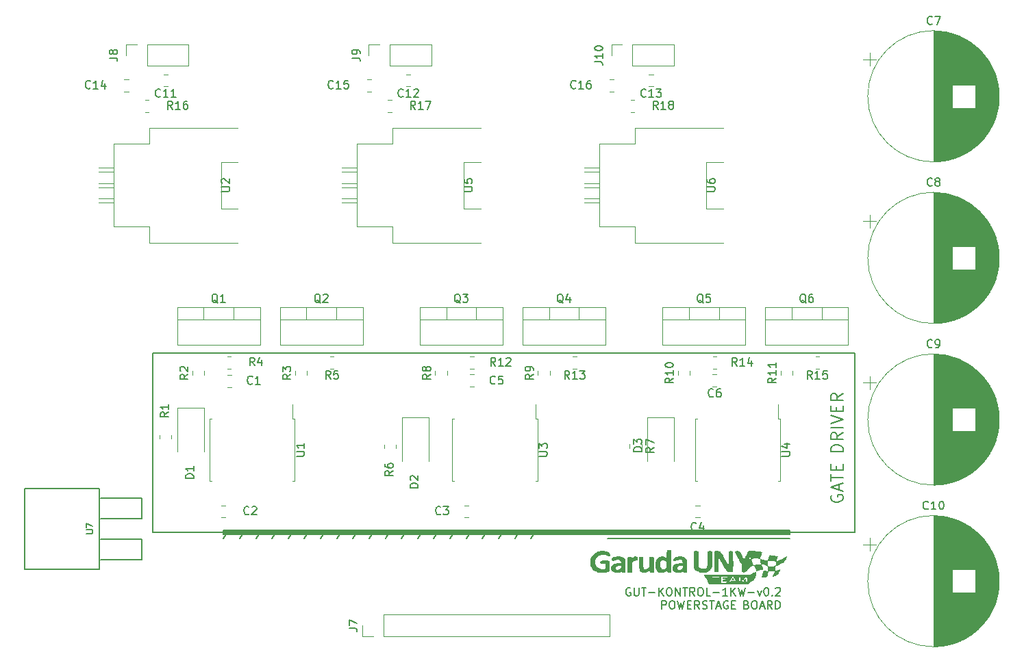
<source format=gbr>
%TF.GenerationSoftware,KiCad,Pcbnew,(7.0.0)*%
%TF.CreationDate,2023-04-01T11:09:39+07:00*%
%TF.ProjectId,gut-kontrol-1kW,6775742d-6b6f-46e7-9472-6f6c2d316b57,rev?*%
%TF.SameCoordinates,Original*%
%TF.FileFunction,Legend,Top*%
%TF.FilePolarity,Positive*%
%FSLAX46Y46*%
G04 Gerber Fmt 4.6, Leading zero omitted, Abs format (unit mm)*
G04 Created by KiCad (PCBNEW (7.0.0)) date 2023-04-01 11:09:39*
%MOMM*%
%LPD*%
G01*
G04 APERTURE LIST*
%ADD10C,0.150000*%
%ADD11C,0.200000*%
%ADD12C,0.120000*%
%ADD13C,0.127000*%
G04 APERTURE END LIST*
D10*
X67500000Y-115000000D02*
X67000000Y-115750000D01*
X63500000Y-115000000D02*
X63000000Y-115750000D01*
X61500000Y-115000000D02*
X61000000Y-115750000D01*
X69500000Y-115000000D02*
X69000000Y-115750000D01*
X81500000Y-115000000D02*
X81000000Y-115750000D01*
X65500000Y-115000000D02*
X65000000Y-115750000D01*
X75500000Y-115000000D02*
X75000000Y-115750000D01*
X73500000Y-115000000D02*
X73000000Y-115750000D01*
X91500000Y-115000000D02*
X91000000Y-115750000D01*
X93500000Y-115000000D02*
X93000000Y-115750000D01*
X89500000Y-115000000D02*
X89000000Y-115750000D01*
X95500000Y-115000000D02*
X95000000Y-115750000D01*
X50250000Y-92750000D02*
X137000000Y-92750000D01*
X137000000Y-92750000D02*
X137000000Y-115000000D01*
X137000000Y-115000000D02*
X50250000Y-115000000D01*
X50250000Y-115000000D02*
X50250000Y-92750000D01*
X59500000Y-115000000D02*
X59000000Y-115750000D01*
X59000000Y-114750000D02*
X129000000Y-114750000D01*
X129000000Y-114750000D02*
X129000000Y-115250000D01*
X129000000Y-115250000D02*
X59000000Y-115250000D01*
X59000000Y-115250000D02*
X59000000Y-114750000D01*
G36*
X59000000Y-114750000D02*
G01*
X129000000Y-114750000D01*
X129000000Y-115250000D01*
X59000000Y-115250000D01*
X59000000Y-114750000D01*
G37*
X97500000Y-115000000D02*
X97000000Y-115750000D01*
X71500000Y-115000000D02*
X71000000Y-115750000D01*
X77500000Y-115000000D02*
X77000000Y-115750000D01*
X83500000Y-115000000D02*
X83000000Y-115750000D01*
X87500000Y-115000000D02*
X87000000Y-115750000D01*
X129000000Y-115750000D02*
X106500000Y-115750000D01*
X85500000Y-115000000D02*
X85000000Y-115750000D01*
X79500000Y-115000000D02*
X79000000Y-115750000D01*
X109285714Y-121855000D02*
X109190476Y-121807380D01*
X109190476Y-121807380D02*
X109047619Y-121807380D01*
X109047619Y-121807380D02*
X108904762Y-121855000D01*
X108904762Y-121855000D02*
X108809524Y-121950238D01*
X108809524Y-121950238D02*
X108761905Y-122045476D01*
X108761905Y-122045476D02*
X108714286Y-122235952D01*
X108714286Y-122235952D02*
X108714286Y-122378809D01*
X108714286Y-122378809D02*
X108761905Y-122569285D01*
X108761905Y-122569285D02*
X108809524Y-122664523D01*
X108809524Y-122664523D02*
X108904762Y-122759761D01*
X108904762Y-122759761D02*
X109047619Y-122807380D01*
X109047619Y-122807380D02*
X109142857Y-122807380D01*
X109142857Y-122807380D02*
X109285714Y-122759761D01*
X109285714Y-122759761D02*
X109333333Y-122712142D01*
X109333333Y-122712142D02*
X109333333Y-122378809D01*
X109333333Y-122378809D02*
X109142857Y-122378809D01*
X109761905Y-121807380D02*
X109761905Y-122616904D01*
X109761905Y-122616904D02*
X109809524Y-122712142D01*
X109809524Y-122712142D02*
X109857143Y-122759761D01*
X109857143Y-122759761D02*
X109952381Y-122807380D01*
X109952381Y-122807380D02*
X110142857Y-122807380D01*
X110142857Y-122807380D02*
X110238095Y-122759761D01*
X110238095Y-122759761D02*
X110285714Y-122712142D01*
X110285714Y-122712142D02*
X110333333Y-122616904D01*
X110333333Y-122616904D02*
X110333333Y-121807380D01*
X110666667Y-121807380D02*
X111238095Y-121807380D01*
X110952381Y-122807380D02*
X110952381Y-121807380D01*
X111571429Y-122426428D02*
X112333334Y-122426428D01*
X112809524Y-122807380D02*
X112809524Y-121807380D01*
X113380952Y-122807380D02*
X112952381Y-122235952D01*
X113380952Y-121807380D02*
X112809524Y-122378809D01*
X114000000Y-121807380D02*
X114190476Y-121807380D01*
X114190476Y-121807380D02*
X114285714Y-121855000D01*
X114285714Y-121855000D02*
X114380952Y-121950238D01*
X114380952Y-121950238D02*
X114428571Y-122140714D01*
X114428571Y-122140714D02*
X114428571Y-122474047D01*
X114428571Y-122474047D02*
X114380952Y-122664523D01*
X114380952Y-122664523D02*
X114285714Y-122759761D01*
X114285714Y-122759761D02*
X114190476Y-122807380D01*
X114190476Y-122807380D02*
X114000000Y-122807380D01*
X114000000Y-122807380D02*
X113904762Y-122759761D01*
X113904762Y-122759761D02*
X113809524Y-122664523D01*
X113809524Y-122664523D02*
X113761905Y-122474047D01*
X113761905Y-122474047D02*
X113761905Y-122140714D01*
X113761905Y-122140714D02*
X113809524Y-121950238D01*
X113809524Y-121950238D02*
X113904762Y-121855000D01*
X113904762Y-121855000D02*
X114000000Y-121807380D01*
X114857143Y-122807380D02*
X114857143Y-121807380D01*
X114857143Y-121807380D02*
X115428571Y-122807380D01*
X115428571Y-122807380D02*
X115428571Y-121807380D01*
X115761905Y-121807380D02*
X116333333Y-121807380D01*
X116047619Y-122807380D02*
X116047619Y-121807380D01*
X117238095Y-122807380D02*
X116904762Y-122331190D01*
X116666667Y-122807380D02*
X116666667Y-121807380D01*
X116666667Y-121807380D02*
X117047619Y-121807380D01*
X117047619Y-121807380D02*
X117142857Y-121855000D01*
X117142857Y-121855000D02*
X117190476Y-121902619D01*
X117190476Y-121902619D02*
X117238095Y-121997857D01*
X117238095Y-121997857D02*
X117238095Y-122140714D01*
X117238095Y-122140714D02*
X117190476Y-122235952D01*
X117190476Y-122235952D02*
X117142857Y-122283571D01*
X117142857Y-122283571D02*
X117047619Y-122331190D01*
X117047619Y-122331190D02*
X116666667Y-122331190D01*
X117857143Y-121807380D02*
X118047619Y-121807380D01*
X118047619Y-121807380D02*
X118142857Y-121855000D01*
X118142857Y-121855000D02*
X118238095Y-121950238D01*
X118238095Y-121950238D02*
X118285714Y-122140714D01*
X118285714Y-122140714D02*
X118285714Y-122474047D01*
X118285714Y-122474047D02*
X118238095Y-122664523D01*
X118238095Y-122664523D02*
X118142857Y-122759761D01*
X118142857Y-122759761D02*
X118047619Y-122807380D01*
X118047619Y-122807380D02*
X117857143Y-122807380D01*
X117857143Y-122807380D02*
X117761905Y-122759761D01*
X117761905Y-122759761D02*
X117666667Y-122664523D01*
X117666667Y-122664523D02*
X117619048Y-122474047D01*
X117619048Y-122474047D02*
X117619048Y-122140714D01*
X117619048Y-122140714D02*
X117666667Y-121950238D01*
X117666667Y-121950238D02*
X117761905Y-121855000D01*
X117761905Y-121855000D02*
X117857143Y-121807380D01*
X119190476Y-122807380D02*
X118714286Y-122807380D01*
X118714286Y-122807380D02*
X118714286Y-121807380D01*
X119523810Y-122426428D02*
X120285715Y-122426428D01*
X121285714Y-122807380D02*
X120714286Y-122807380D01*
X121000000Y-122807380D02*
X121000000Y-121807380D01*
X121000000Y-121807380D02*
X120904762Y-121950238D01*
X120904762Y-121950238D02*
X120809524Y-122045476D01*
X120809524Y-122045476D02*
X120714286Y-122093095D01*
X121714286Y-122807380D02*
X121714286Y-121807380D01*
X122285714Y-122807380D02*
X121857143Y-122235952D01*
X122285714Y-121807380D02*
X121714286Y-122378809D01*
X122619048Y-121807380D02*
X122857143Y-122807380D01*
X122857143Y-122807380D02*
X123047619Y-122093095D01*
X123047619Y-122093095D02*
X123238095Y-122807380D01*
X123238095Y-122807380D02*
X123476191Y-121807380D01*
X123857143Y-122426428D02*
X124619048Y-122426428D01*
X125000000Y-122140714D02*
X125238095Y-122807380D01*
X125238095Y-122807380D02*
X125476190Y-122140714D01*
X126047619Y-121807380D02*
X126142857Y-121807380D01*
X126142857Y-121807380D02*
X126238095Y-121855000D01*
X126238095Y-121855000D02*
X126285714Y-121902619D01*
X126285714Y-121902619D02*
X126333333Y-121997857D01*
X126333333Y-121997857D02*
X126380952Y-122188333D01*
X126380952Y-122188333D02*
X126380952Y-122426428D01*
X126380952Y-122426428D02*
X126333333Y-122616904D01*
X126333333Y-122616904D02*
X126285714Y-122712142D01*
X126285714Y-122712142D02*
X126238095Y-122759761D01*
X126238095Y-122759761D02*
X126142857Y-122807380D01*
X126142857Y-122807380D02*
X126047619Y-122807380D01*
X126047619Y-122807380D02*
X125952381Y-122759761D01*
X125952381Y-122759761D02*
X125904762Y-122712142D01*
X125904762Y-122712142D02*
X125857143Y-122616904D01*
X125857143Y-122616904D02*
X125809524Y-122426428D01*
X125809524Y-122426428D02*
X125809524Y-122188333D01*
X125809524Y-122188333D02*
X125857143Y-121997857D01*
X125857143Y-121997857D02*
X125904762Y-121902619D01*
X125904762Y-121902619D02*
X125952381Y-121855000D01*
X125952381Y-121855000D02*
X126047619Y-121807380D01*
X126809524Y-122712142D02*
X126857143Y-122759761D01*
X126857143Y-122759761D02*
X126809524Y-122807380D01*
X126809524Y-122807380D02*
X126761905Y-122759761D01*
X126761905Y-122759761D02*
X126809524Y-122712142D01*
X126809524Y-122712142D02*
X126809524Y-122807380D01*
X127238095Y-121902619D02*
X127285714Y-121855000D01*
X127285714Y-121855000D02*
X127380952Y-121807380D01*
X127380952Y-121807380D02*
X127619047Y-121807380D01*
X127619047Y-121807380D02*
X127714285Y-121855000D01*
X127714285Y-121855000D02*
X127761904Y-121902619D01*
X127761904Y-121902619D02*
X127809523Y-121997857D01*
X127809523Y-121997857D02*
X127809523Y-122093095D01*
X127809523Y-122093095D02*
X127761904Y-122235952D01*
X127761904Y-122235952D02*
X127190476Y-122807380D01*
X127190476Y-122807380D02*
X127809523Y-122807380D01*
X113161904Y-124427380D02*
X113161904Y-123427380D01*
X113161904Y-123427380D02*
X113542856Y-123427380D01*
X113542856Y-123427380D02*
X113638094Y-123475000D01*
X113638094Y-123475000D02*
X113685713Y-123522619D01*
X113685713Y-123522619D02*
X113733332Y-123617857D01*
X113733332Y-123617857D02*
X113733332Y-123760714D01*
X113733332Y-123760714D02*
X113685713Y-123855952D01*
X113685713Y-123855952D02*
X113638094Y-123903571D01*
X113638094Y-123903571D02*
X113542856Y-123951190D01*
X113542856Y-123951190D02*
X113161904Y-123951190D01*
X114352380Y-123427380D02*
X114542856Y-123427380D01*
X114542856Y-123427380D02*
X114638094Y-123475000D01*
X114638094Y-123475000D02*
X114733332Y-123570238D01*
X114733332Y-123570238D02*
X114780951Y-123760714D01*
X114780951Y-123760714D02*
X114780951Y-124094047D01*
X114780951Y-124094047D02*
X114733332Y-124284523D01*
X114733332Y-124284523D02*
X114638094Y-124379761D01*
X114638094Y-124379761D02*
X114542856Y-124427380D01*
X114542856Y-124427380D02*
X114352380Y-124427380D01*
X114352380Y-124427380D02*
X114257142Y-124379761D01*
X114257142Y-124379761D02*
X114161904Y-124284523D01*
X114161904Y-124284523D02*
X114114285Y-124094047D01*
X114114285Y-124094047D02*
X114114285Y-123760714D01*
X114114285Y-123760714D02*
X114161904Y-123570238D01*
X114161904Y-123570238D02*
X114257142Y-123475000D01*
X114257142Y-123475000D02*
X114352380Y-123427380D01*
X115114285Y-123427380D02*
X115352380Y-124427380D01*
X115352380Y-124427380D02*
X115542856Y-123713095D01*
X115542856Y-123713095D02*
X115733332Y-124427380D01*
X115733332Y-124427380D02*
X115971428Y-123427380D01*
X116352380Y-123903571D02*
X116685713Y-123903571D01*
X116828570Y-124427380D02*
X116352380Y-124427380D01*
X116352380Y-124427380D02*
X116352380Y-123427380D01*
X116352380Y-123427380D02*
X116828570Y-123427380D01*
X117828570Y-124427380D02*
X117495237Y-123951190D01*
X117257142Y-124427380D02*
X117257142Y-123427380D01*
X117257142Y-123427380D02*
X117638094Y-123427380D01*
X117638094Y-123427380D02*
X117733332Y-123475000D01*
X117733332Y-123475000D02*
X117780951Y-123522619D01*
X117780951Y-123522619D02*
X117828570Y-123617857D01*
X117828570Y-123617857D02*
X117828570Y-123760714D01*
X117828570Y-123760714D02*
X117780951Y-123855952D01*
X117780951Y-123855952D02*
X117733332Y-123903571D01*
X117733332Y-123903571D02*
X117638094Y-123951190D01*
X117638094Y-123951190D02*
X117257142Y-123951190D01*
X118209523Y-124379761D02*
X118352380Y-124427380D01*
X118352380Y-124427380D02*
X118590475Y-124427380D01*
X118590475Y-124427380D02*
X118685713Y-124379761D01*
X118685713Y-124379761D02*
X118733332Y-124332142D01*
X118733332Y-124332142D02*
X118780951Y-124236904D01*
X118780951Y-124236904D02*
X118780951Y-124141666D01*
X118780951Y-124141666D02*
X118733332Y-124046428D01*
X118733332Y-124046428D02*
X118685713Y-123998809D01*
X118685713Y-123998809D02*
X118590475Y-123951190D01*
X118590475Y-123951190D02*
X118399999Y-123903571D01*
X118399999Y-123903571D02*
X118304761Y-123855952D01*
X118304761Y-123855952D02*
X118257142Y-123808333D01*
X118257142Y-123808333D02*
X118209523Y-123713095D01*
X118209523Y-123713095D02*
X118209523Y-123617857D01*
X118209523Y-123617857D02*
X118257142Y-123522619D01*
X118257142Y-123522619D02*
X118304761Y-123475000D01*
X118304761Y-123475000D02*
X118399999Y-123427380D01*
X118399999Y-123427380D02*
X118638094Y-123427380D01*
X118638094Y-123427380D02*
X118780951Y-123475000D01*
X119066666Y-123427380D02*
X119638094Y-123427380D01*
X119352380Y-124427380D02*
X119352380Y-123427380D01*
X119923809Y-124141666D02*
X120399999Y-124141666D01*
X119828571Y-124427380D02*
X120161904Y-123427380D01*
X120161904Y-123427380D02*
X120495237Y-124427380D01*
X121352380Y-123475000D02*
X121257142Y-123427380D01*
X121257142Y-123427380D02*
X121114285Y-123427380D01*
X121114285Y-123427380D02*
X120971428Y-123475000D01*
X120971428Y-123475000D02*
X120876190Y-123570238D01*
X120876190Y-123570238D02*
X120828571Y-123665476D01*
X120828571Y-123665476D02*
X120780952Y-123855952D01*
X120780952Y-123855952D02*
X120780952Y-123998809D01*
X120780952Y-123998809D02*
X120828571Y-124189285D01*
X120828571Y-124189285D02*
X120876190Y-124284523D01*
X120876190Y-124284523D02*
X120971428Y-124379761D01*
X120971428Y-124379761D02*
X121114285Y-124427380D01*
X121114285Y-124427380D02*
X121209523Y-124427380D01*
X121209523Y-124427380D02*
X121352380Y-124379761D01*
X121352380Y-124379761D02*
X121399999Y-124332142D01*
X121399999Y-124332142D02*
X121399999Y-123998809D01*
X121399999Y-123998809D02*
X121209523Y-123998809D01*
X121828571Y-123903571D02*
X122161904Y-123903571D01*
X122304761Y-124427380D02*
X121828571Y-124427380D01*
X121828571Y-124427380D02*
X121828571Y-123427380D01*
X121828571Y-123427380D02*
X122304761Y-123427380D01*
X123666666Y-123903571D02*
X123809523Y-123951190D01*
X123809523Y-123951190D02*
X123857142Y-123998809D01*
X123857142Y-123998809D02*
X123904761Y-124094047D01*
X123904761Y-124094047D02*
X123904761Y-124236904D01*
X123904761Y-124236904D02*
X123857142Y-124332142D01*
X123857142Y-124332142D02*
X123809523Y-124379761D01*
X123809523Y-124379761D02*
X123714285Y-124427380D01*
X123714285Y-124427380D02*
X123333333Y-124427380D01*
X123333333Y-124427380D02*
X123333333Y-123427380D01*
X123333333Y-123427380D02*
X123666666Y-123427380D01*
X123666666Y-123427380D02*
X123761904Y-123475000D01*
X123761904Y-123475000D02*
X123809523Y-123522619D01*
X123809523Y-123522619D02*
X123857142Y-123617857D01*
X123857142Y-123617857D02*
X123857142Y-123713095D01*
X123857142Y-123713095D02*
X123809523Y-123808333D01*
X123809523Y-123808333D02*
X123761904Y-123855952D01*
X123761904Y-123855952D02*
X123666666Y-123903571D01*
X123666666Y-123903571D02*
X123333333Y-123903571D01*
X124523809Y-123427380D02*
X124714285Y-123427380D01*
X124714285Y-123427380D02*
X124809523Y-123475000D01*
X124809523Y-123475000D02*
X124904761Y-123570238D01*
X124904761Y-123570238D02*
X124952380Y-123760714D01*
X124952380Y-123760714D02*
X124952380Y-124094047D01*
X124952380Y-124094047D02*
X124904761Y-124284523D01*
X124904761Y-124284523D02*
X124809523Y-124379761D01*
X124809523Y-124379761D02*
X124714285Y-124427380D01*
X124714285Y-124427380D02*
X124523809Y-124427380D01*
X124523809Y-124427380D02*
X124428571Y-124379761D01*
X124428571Y-124379761D02*
X124333333Y-124284523D01*
X124333333Y-124284523D02*
X124285714Y-124094047D01*
X124285714Y-124094047D02*
X124285714Y-123760714D01*
X124285714Y-123760714D02*
X124333333Y-123570238D01*
X124333333Y-123570238D02*
X124428571Y-123475000D01*
X124428571Y-123475000D02*
X124523809Y-123427380D01*
X125333333Y-124141666D02*
X125809523Y-124141666D01*
X125238095Y-124427380D02*
X125571428Y-123427380D01*
X125571428Y-123427380D02*
X125904761Y-124427380D01*
X126809523Y-124427380D02*
X126476190Y-123951190D01*
X126238095Y-124427380D02*
X126238095Y-123427380D01*
X126238095Y-123427380D02*
X126619047Y-123427380D01*
X126619047Y-123427380D02*
X126714285Y-123475000D01*
X126714285Y-123475000D02*
X126761904Y-123522619D01*
X126761904Y-123522619D02*
X126809523Y-123617857D01*
X126809523Y-123617857D02*
X126809523Y-123760714D01*
X126809523Y-123760714D02*
X126761904Y-123855952D01*
X126761904Y-123855952D02*
X126714285Y-123903571D01*
X126714285Y-123903571D02*
X126619047Y-123951190D01*
X126619047Y-123951190D02*
X126238095Y-123951190D01*
X127238095Y-124427380D02*
X127238095Y-123427380D01*
X127238095Y-123427380D02*
X127476190Y-123427380D01*
X127476190Y-123427380D02*
X127619047Y-123475000D01*
X127619047Y-123475000D02*
X127714285Y-123570238D01*
X127714285Y-123570238D02*
X127761904Y-123665476D01*
X127761904Y-123665476D02*
X127809523Y-123855952D01*
X127809523Y-123855952D02*
X127809523Y-123998809D01*
X127809523Y-123998809D02*
X127761904Y-124189285D01*
X127761904Y-124189285D02*
X127714285Y-124284523D01*
X127714285Y-124284523D02*
X127619047Y-124379761D01*
X127619047Y-124379761D02*
X127476190Y-124427380D01*
X127476190Y-124427380D02*
X127238095Y-124427380D01*
D11*
X134122500Y-110378570D02*
X134051071Y-110521428D01*
X134051071Y-110521428D02*
X134051071Y-110735713D01*
X134051071Y-110735713D02*
X134122500Y-110949999D01*
X134122500Y-110949999D02*
X134265357Y-111092856D01*
X134265357Y-111092856D02*
X134408214Y-111164285D01*
X134408214Y-111164285D02*
X134693928Y-111235713D01*
X134693928Y-111235713D02*
X134908214Y-111235713D01*
X134908214Y-111235713D02*
X135193928Y-111164285D01*
X135193928Y-111164285D02*
X135336785Y-111092856D01*
X135336785Y-111092856D02*
X135479642Y-110949999D01*
X135479642Y-110949999D02*
X135551071Y-110735713D01*
X135551071Y-110735713D02*
X135551071Y-110592856D01*
X135551071Y-110592856D02*
X135479642Y-110378570D01*
X135479642Y-110378570D02*
X135408214Y-110307142D01*
X135408214Y-110307142D02*
X134908214Y-110307142D01*
X134908214Y-110307142D02*
X134908214Y-110592856D01*
X135122500Y-109735713D02*
X135122500Y-109021428D01*
X135551071Y-109878570D02*
X134051071Y-109378570D01*
X134051071Y-109378570D02*
X135551071Y-108878570D01*
X134051071Y-108592856D02*
X134051071Y-107735714D01*
X135551071Y-108164285D02*
X134051071Y-108164285D01*
X134765357Y-107235714D02*
X134765357Y-106735714D01*
X135551071Y-106521428D02*
X135551071Y-107235714D01*
X135551071Y-107235714D02*
X134051071Y-107235714D01*
X134051071Y-107235714D02*
X134051071Y-106521428D01*
X135551071Y-104978571D02*
X134051071Y-104978571D01*
X134051071Y-104978571D02*
X134051071Y-104621428D01*
X134051071Y-104621428D02*
X134122500Y-104407142D01*
X134122500Y-104407142D02*
X134265357Y-104264285D01*
X134265357Y-104264285D02*
X134408214Y-104192856D01*
X134408214Y-104192856D02*
X134693928Y-104121428D01*
X134693928Y-104121428D02*
X134908214Y-104121428D01*
X134908214Y-104121428D02*
X135193928Y-104192856D01*
X135193928Y-104192856D02*
X135336785Y-104264285D01*
X135336785Y-104264285D02*
X135479642Y-104407142D01*
X135479642Y-104407142D02*
X135551071Y-104621428D01*
X135551071Y-104621428D02*
X135551071Y-104978571D01*
X135551071Y-102621428D02*
X134836785Y-103121428D01*
X135551071Y-103478571D02*
X134051071Y-103478571D01*
X134051071Y-103478571D02*
X134051071Y-102907142D01*
X134051071Y-102907142D02*
X134122500Y-102764285D01*
X134122500Y-102764285D02*
X134193928Y-102692856D01*
X134193928Y-102692856D02*
X134336785Y-102621428D01*
X134336785Y-102621428D02*
X134551071Y-102621428D01*
X134551071Y-102621428D02*
X134693928Y-102692856D01*
X134693928Y-102692856D02*
X134765357Y-102764285D01*
X134765357Y-102764285D02*
X134836785Y-102907142D01*
X134836785Y-102907142D02*
X134836785Y-103478571D01*
X135551071Y-101978571D02*
X134051071Y-101978571D01*
X134051071Y-101478570D02*
X135551071Y-100978570D01*
X135551071Y-100978570D02*
X134051071Y-100478570D01*
X134765357Y-99978571D02*
X134765357Y-99478571D01*
X135551071Y-99264285D02*
X135551071Y-99978571D01*
X135551071Y-99978571D02*
X134051071Y-99978571D01*
X134051071Y-99978571D02*
X134051071Y-99264285D01*
X135551071Y-97764285D02*
X134836785Y-98264285D01*
X135551071Y-98621428D02*
X134051071Y-98621428D01*
X134051071Y-98621428D02*
X134051071Y-98049999D01*
X134051071Y-98049999D02*
X134122500Y-97907142D01*
X134122500Y-97907142D02*
X134193928Y-97835713D01*
X134193928Y-97835713D02*
X134336785Y-97764285D01*
X134336785Y-97764285D02*
X134551071Y-97764285D01*
X134551071Y-97764285D02*
X134693928Y-97835713D01*
X134693928Y-97835713D02*
X134765357Y-97907142D01*
X134765357Y-97907142D02*
X134836785Y-98049999D01*
X134836785Y-98049999D02*
X134836785Y-98621428D01*
D10*
%TO.C,C1*%
X62571333Y-96538142D02*
X62523714Y-96585761D01*
X62523714Y-96585761D02*
X62380857Y-96633380D01*
X62380857Y-96633380D02*
X62285619Y-96633380D01*
X62285619Y-96633380D02*
X62142762Y-96585761D01*
X62142762Y-96585761D02*
X62047524Y-96490523D01*
X62047524Y-96490523D02*
X61999905Y-96395285D01*
X61999905Y-96395285D02*
X61952286Y-96204809D01*
X61952286Y-96204809D02*
X61952286Y-96061952D01*
X61952286Y-96061952D02*
X61999905Y-95871476D01*
X61999905Y-95871476D02*
X62047524Y-95776238D01*
X62047524Y-95776238D02*
X62142762Y-95681000D01*
X62142762Y-95681000D02*
X62285619Y-95633380D01*
X62285619Y-95633380D02*
X62380857Y-95633380D01*
X62380857Y-95633380D02*
X62523714Y-95681000D01*
X62523714Y-95681000D02*
X62571333Y-95728619D01*
X63523714Y-96633380D02*
X62952286Y-96633380D01*
X63238000Y-96633380D02*
X63238000Y-95633380D01*
X63238000Y-95633380D02*
X63142762Y-95776238D01*
X63142762Y-95776238D02*
X63047524Y-95871476D01*
X63047524Y-95871476D02*
X62952286Y-95919095D01*
%TO.C,R17*%
X82697142Y-62597380D02*
X82363809Y-62121190D01*
X82125714Y-62597380D02*
X82125714Y-61597380D01*
X82125714Y-61597380D02*
X82506666Y-61597380D01*
X82506666Y-61597380D02*
X82601904Y-61645000D01*
X82601904Y-61645000D02*
X82649523Y-61692619D01*
X82649523Y-61692619D02*
X82697142Y-61787857D01*
X82697142Y-61787857D02*
X82697142Y-61930714D01*
X82697142Y-61930714D02*
X82649523Y-62025952D01*
X82649523Y-62025952D02*
X82601904Y-62073571D01*
X82601904Y-62073571D02*
X82506666Y-62121190D01*
X82506666Y-62121190D02*
X82125714Y-62121190D01*
X83649523Y-62597380D02*
X83078095Y-62597380D01*
X83363809Y-62597380D02*
X83363809Y-61597380D01*
X83363809Y-61597380D02*
X83268571Y-61740238D01*
X83268571Y-61740238D02*
X83173333Y-61835476D01*
X83173333Y-61835476D02*
X83078095Y-61883095D01*
X83982857Y-61597380D02*
X84649523Y-61597380D01*
X84649523Y-61597380D02*
X84220952Y-62597380D01*
%TO.C,R6*%
X79944380Y-107371730D02*
X79468190Y-107705063D01*
X79944380Y-107943158D02*
X78944380Y-107943158D01*
X78944380Y-107943158D02*
X78944380Y-107562206D01*
X78944380Y-107562206D02*
X78992000Y-107466968D01*
X78992000Y-107466968D02*
X79039619Y-107419349D01*
X79039619Y-107419349D02*
X79134857Y-107371730D01*
X79134857Y-107371730D02*
X79277714Y-107371730D01*
X79277714Y-107371730D02*
X79372952Y-107419349D01*
X79372952Y-107419349D02*
X79420571Y-107466968D01*
X79420571Y-107466968D02*
X79468190Y-107562206D01*
X79468190Y-107562206D02*
X79468190Y-107943158D01*
X78944380Y-106514587D02*
X78944380Y-106705063D01*
X78944380Y-106705063D02*
X78992000Y-106800301D01*
X78992000Y-106800301D02*
X79039619Y-106847920D01*
X79039619Y-106847920D02*
X79182476Y-106943158D01*
X79182476Y-106943158D02*
X79372952Y-106990777D01*
X79372952Y-106990777D02*
X79753904Y-106990777D01*
X79753904Y-106990777D02*
X79849142Y-106943158D01*
X79849142Y-106943158D02*
X79896761Y-106895539D01*
X79896761Y-106895539D02*
X79944380Y-106800301D01*
X79944380Y-106800301D02*
X79944380Y-106609825D01*
X79944380Y-106609825D02*
X79896761Y-106514587D01*
X79896761Y-106514587D02*
X79849142Y-106466968D01*
X79849142Y-106466968D02*
X79753904Y-106419349D01*
X79753904Y-106419349D02*
X79515809Y-106419349D01*
X79515809Y-106419349D02*
X79420571Y-106466968D01*
X79420571Y-106466968D02*
X79372952Y-106514587D01*
X79372952Y-106514587D02*
X79325333Y-106609825D01*
X79325333Y-106609825D02*
X79325333Y-106800301D01*
X79325333Y-106800301D02*
X79372952Y-106895539D01*
X79372952Y-106895539D02*
X79420571Y-106943158D01*
X79420571Y-106943158D02*
X79515809Y-106990777D01*
%TO.C,Q1*%
X58294761Y-86582619D02*
X58199523Y-86535000D01*
X58199523Y-86535000D02*
X58104285Y-86439761D01*
X58104285Y-86439761D02*
X57961428Y-86296904D01*
X57961428Y-86296904D02*
X57866190Y-86249285D01*
X57866190Y-86249285D02*
X57770952Y-86249285D01*
X57818571Y-86487380D02*
X57723333Y-86439761D01*
X57723333Y-86439761D02*
X57628095Y-86344523D01*
X57628095Y-86344523D02*
X57580476Y-86154047D01*
X57580476Y-86154047D02*
X57580476Y-85820714D01*
X57580476Y-85820714D02*
X57628095Y-85630238D01*
X57628095Y-85630238D02*
X57723333Y-85535000D01*
X57723333Y-85535000D02*
X57818571Y-85487380D01*
X57818571Y-85487380D02*
X58009047Y-85487380D01*
X58009047Y-85487380D02*
X58104285Y-85535000D01*
X58104285Y-85535000D02*
X58199523Y-85630238D01*
X58199523Y-85630238D02*
X58247142Y-85820714D01*
X58247142Y-85820714D02*
X58247142Y-86154047D01*
X58247142Y-86154047D02*
X58199523Y-86344523D01*
X58199523Y-86344523D02*
X58104285Y-86439761D01*
X58104285Y-86439761D02*
X58009047Y-86487380D01*
X58009047Y-86487380D02*
X57818571Y-86487380D01*
X59199523Y-86487380D02*
X58628095Y-86487380D01*
X58913809Y-86487380D02*
X58913809Y-85487380D01*
X58913809Y-85487380D02*
X58818571Y-85630238D01*
X58818571Y-85630238D02*
X58723333Y-85725476D01*
X58723333Y-85725476D02*
X58628095Y-85773095D01*
%TO.C,U5*%
X88742380Y-72771904D02*
X89551904Y-72771904D01*
X89551904Y-72771904D02*
X89647142Y-72724285D01*
X89647142Y-72724285D02*
X89694761Y-72676666D01*
X89694761Y-72676666D02*
X89742380Y-72581428D01*
X89742380Y-72581428D02*
X89742380Y-72390952D01*
X89742380Y-72390952D02*
X89694761Y-72295714D01*
X89694761Y-72295714D02*
X89647142Y-72248095D01*
X89647142Y-72248095D02*
X89551904Y-72200476D01*
X89551904Y-72200476D02*
X88742380Y-72200476D01*
X88742380Y-71248095D02*
X88742380Y-71724285D01*
X88742380Y-71724285D02*
X89218571Y-71771904D01*
X89218571Y-71771904D02*
X89170952Y-71724285D01*
X89170952Y-71724285D02*
X89123333Y-71629047D01*
X89123333Y-71629047D02*
X89123333Y-71390952D01*
X89123333Y-71390952D02*
X89170952Y-71295714D01*
X89170952Y-71295714D02*
X89218571Y-71248095D01*
X89218571Y-71248095D02*
X89313809Y-71200476D01*
X89313809Y-71200476D02*
X89551904Y-71200476D01*
X89551904Y-71200476D02*
X89647142Y-71248095D01*
X89647142Y-71248095D02*
X89694761Y-71295714D01*
X89694761Y-71295714D02*
X89742380Y-71390952D01*
X89742380Y-71390952D02*
X89742380Y-71629047D01*
X89742380Y-71629047D02*
X89694761Y-71724285D01*
X89694761Y-71724285D02*
X89647142Y-71771904D01*
%TO.C,C15*%
X72537142Y-59962142D02*
X72489523Y-60009761D01*
X72489523Y-60009761D02*
X72346666Y-60057380D01*
X72346666Y-60057380D02*
X72251428Y-60057380D01*
X72251428Y-60057380D02*
X72108571Y-60009761D01*
X72108571Y-60009761D02*
X72013333Y-59914523D01*
X72013333Y-59914523D02*
X71965714Y-59819285D01*
X71965714Y-59819285D02*
X71918095Y-59628809D01*
X71918095Y-59628809D02*
X71918095Y-59485952D01*
X71918095Y-59485952D02*
X71965714Y-59295476D01*
X71965714Y-59295476D02*
X72013333Y-59200238D01*
X72013333Y-59200238D02*
X72108571Y-59105000D01*
X72108571Y-59105000D02*
X72251428Y-59057380D01*
X72251428Y-59057380D02*
X72346666Y-59057380D01*
X72346666Y-59057380D02*
X72489523Y-59105000D01*
X72489523Y-59105000D02*
X72537142Y-59152619D01*
X73489523Y-60057380D02*
X72918095Y-60057380D01*
X73203809Y-60057380D02*
X73203809Y-59057380D01*
X73203809Y-59057380D02*
X73108571Y-59200238D01*
X73108571Y-59200238D02*
X73013333Y-59295476D01*
X73013333Y-59295476D02*
X72918095Y-59343095D01*
X74394285Y-59057380D02*
X73918095Y-59057380D01*
X73918095Y-59057380D02*
X73870476Y-59533571D01*
X73870476Y-59533571D02*
X73918095Y-59485952D01*
X73918095Y-59485952D02*
X74013333Y-59438333D01*
X74013333Y-59438333D02*
X74251428Y-59438333D01*
X74251428Y-59438333D02*
X74346666Y-59485952D01*
X74346666Y-59485952D02*
X74394285Y-59533571D01*
X74394285Y-59533571D02*
X74441904Y-59628809D01*
X74441904Y-59628809D02*
X74441904Y-59866904D01*
X74441904Y-59866904D02*
X74394285Y-59962142D01*
X74394285Y-59962142D02*
X74346666Y-60009761D01*
X74346666Y-60009761D02*
X74251428Y-60057380D01*
X74251428Y-60057380D02*
X74013333Y-60057380D01*
X74013333Y-60057380D02*
X73918095Y-60009761D01*
X73918095Y-60009761D02*
X73870476Y-59962142D01*
%TO.C,R12*%
X92607142Y-94367380D02*
X92273809Y-93891190D01*
X92035714Y-94367380D02*
X92035714Y-93367380D01*
X92035714Y-93367380D02*
X92416666Y-93367380D01*
X92416666Y-93367380D02*
X92511904Y-93415000D01*
X92511904Y-93415000D02*
X92559523Y-93462619D01*
X92559523Y-93462619D02*
X92607142Y-93557857D01*
X92607142Y-93557857D02*
X92607142Y-93700714D01*
X92607142Y-93700714D02*
X92559523Y-93795952D01*
X92559523Y-93795952D02*
X92511904Y-93843571D01*
X92511904Y-93843571D02*
X92416666Y-93891190D01*
X92416666Y-93891190D02*
X92035714Y-93891190D01*
X93559523Y-94367380D02*
X92988095Y-94367380D01*
X93273809Y-94367380D02*
X93273809Y-93367380D01*
X93273809Y-93367380D02*
X93178571Y-93510238D01*
X93178571Y-93510238D02*
X93083333Y-93605476D01*
X93083333Y-93605476D02*
X92988095Y-93653095D01*
X93940476Y-93462619D02*
X93988095Y-93415000D01*
X93988095Y-93415000D02*
X94083333Y-93367380D01*
X94083333Y-93367380D02*
X94321428Y-93367380D01*
X94321428Y-93367380D02*
X94416666Y-93415000D01*
X94416666Y-93415000D02*
X94464285Y-93462619D01*
X94464285Y-93462619D02*
X94511904Y-93557857D01*
X94511904Y-93557857D02*
X94511904Y-93653095D01*
X94511904Y-93653095D02*
X94464285Y-93795952D01*
X94464285Y-93795952D02*
X93892857Y-94367380D01*
X93892857Y-94367380D02*
X94511904Y-94367380D01*
%TO.C,D3*%
X110692912Y-104938094D02*
X109692912Y-104938094D01*
X109692912Y-104938094D02*
X109692912Y-104699999D01*
X109692912Y-104699999D02*
X109740532Y-104557142D01*
X109740532Y-104557142D02*
X109835770Y-104461904D01*
X109835770Y-104461904D02*
X109931008Y-104414285D01*
X109931008Y-104414285D02*
X110121484Y-104366666D01*
X110121484Y-104366666D02*
X110264341Y-104366666D01*
X110264341Y-104366666D02*
X110454817Y-104414285D01*
X110454817Y-104414285D02*
X110550055Y-104461904D01*
X110550055Y-104461904D02*
X110645293Y-104557142D01*
X110645293Y-104557142D02*
X110692912Y-104699999D01*
X110692912Y-104699999D02*
X110692912Y-104938094D01*
X109692912Y-104033332D02*
X109692912Y-103414285D01*
X109692912Y-103414285D02*
X110073865Y-103747618D01*
X110073865Y-103747618D02*
X110073865Y-103604761D01*
X110073865Y-103604761D02*
X110121484Y-103509523D01*
X110121484Y-103509523D02*
X110169103Y-103461904D01*
X110169103Y-103461904D02*
X110264341Y-103414285D01*
X110264341Y-103414285D02*
X110502436Y-103414285D01*
X110502436Y-103414285D02*
X110597674Y-103461904D01*
X110597674Y-103461904D02*
X110645293Y-103509523D01*
X110645293Y-103509523D02*
X110692912Y-103604761D01*
X110692912Y-103604761D02*
X110692912Y-103890475D01*
X110692912Y-103890475D02*
X110645293Y-103985713D01*
X110645293Y-103985713D02*
X110597674Y-104033332D01*
%TO.C,Q3*%
X88294761Y-86582619D02*
X88199523Y-86535000D01*
X88199523Y-86535000D02*
X88104285Y-86439761D01*
X88104285Y-86439761D02*
X87961428Y-86296904D01*
X87961428Y-86296904D02*
X87866190Y-86249285D01*
X87866190Y-86249285D02*
X87770952Y-86249285D01*
X87818571Y-86487380D02*
X87723333Y-86439761D01*
X87723333Y-86439761D02*
X87628095Y-86344523D01*
X87628095Y-86344523D02*
X87580476Y-86154047D01*
X87580476Y-86154047D02*
X87580476Y-85820714D01*
X87580476Y-85820714D02*
X87628095Y-85630238D01*
X87628095Y-85630238D02*
X87723333Y-85535000D01*
X87723333Y-85535000D02*
X87818571Y-85487380D01*
X87818571Y-85487380D02*
X88009047Y-85487380D01*
X88009047Y-85487380D02*
X88104285Y-85535000D01*
X88104285Y-85535000D02*
X88199523Y-85630238D01*
X88199523Y-85630238D02*
X88247142Y-85820714D01*
X88247142Y-85820714D02*
X88247142Y-86154047D01*
X88247142Y-86154047D02*
X88199523Y-86344523D01*
X88199523Y-86344523D02*
X88104285Y-86439761D01*
X88104285Y-86439761D02*
X88009047Y-86487380D01*
X88009047Y-86487380D02*
X87818571Y-86487380D01*
X88580476Y-85487380D02*
X89199523Y-85487380D01*
X89199523Y-85487380D02*
X88866190Y-85868333D01*
X88866190Y-85868333D02*
X89009047Y-85868333D01*
X89009047Y-85868333D02*
X89104285Y-85915952D01*
X89104285Y-85915952D02*
X89151904Y-85963571D01*
X89151904Y-85963571D02*
X89199523Y-86058809D01*
X89199523Y-86058809D02*
X89199523Y-86296904D01*
X89199523Y-86296904D02*
X89151904Y-86392142D01*
X89151904Y-86392142D02*
X89104285Y-86439761D01*
X89104285Y-86439761D02*
X89009047Y-86487380D01*
X89009047Y-86487380D02*
X88723333Y-86487380D01*
X88723333Y-86487380D02*
X88628095Y-86439761D01*
X88628095Y-86439761D02*
X88580476Y-86392142D01*
%TO.C,R13*%
X101747142Y-95981380D02*
X101413809Y-95505190D01*
X101175714Y-95981380D02*
X101175714Y-94981380D01*
X101175714Y-94981380D02*
X101556666Y-94981380D01*
X101556666Y-94981380D02*
X101651904Y-95029000D01*
X101651904Y-95029000D02*
X101699523Y-95076619D01*
X101699523Y-95076619D02*
X101747142Y-95171857D01*
X101747142Y-95171857D02*
X101747142Y-95314714D01*
X101747142Y-95314714D02*
X101699523Y-95409952D01*
X101699523Y-95409952D02*
X101651904Y-95457571D01*
X101651904Y-95457571D02*
X101556666Y-95505190D01*
X101556666Y-95505190D02*
X101175714Y-95505190D01*
X102699523Y-95981380D02*
X102128095Y-95981380D01*
X102413809Y-95981380D02*
X102413809Y-94981380D01*
X102413809Y-94981380D02*
X102318571Y-95124238D01*
X102318571Y-95124238D02*
X102223333Y-95219476D01*
X102223333Y-95219476D02*
X102128095Y-95267095D01*
X103032857Y-94981380D02*
X103651904Y-94981380D01*
X103651904Y-94981380D02*
X103318571Y-95362333D01*
X103318571Y-95362333D02*
X103461428Y-95362333D01*
X103461428Y-95362333D02*
X103556666Y-95409952D01*
X103556666Y-95409952D02*
X103604285Y-95457571D01*
X103604285Y-95457571D02*
X103651904Y-95552809D01*
X103651904Y-95552809D02*
X103651904Y-95790904D01*
X103651904Y-95790904D02*
X103604285Y-95886142D01*
X103604285Y-95886142D02*
X103556666Y-95933761D01*
X103556666Y-95933761D02*
X103461428Y-95981380D01*
X103461428Y-95981380D02*
X103175714Y-95981380D01*
X103175714Y-95981380D02*
X103080476Y-95933761D01*
X103080476Y-95933761D02*
X103032857Y-95886142D01*
%TO.C,R7*%
X112192912Y-104466666D02*
X111716722Y-104799999D01*
X112192912Y-105038094D02*
X111192912Y-105038094D01*
X111192912Y-105038094D02*
X111192912Y-104657142D01*
X111192912Y-104657142D02*
X111240532Y-104561904D01*
X111240532Y-104561904D02*
X111288151Y-104514285D01*
X111288151Y-104514285D02*
X111383389Y-104466666D01*
X111383389Y-104466666D02*
X111526246Y-104466666D01*
X111526246Y-104466666D02*
X111621484Y-104514285D01*
X111621484Y-104514285D02*
X111669103Y-104561904D01*
X111669103Y-104561904D02*
X111716722Y-104657142D01*
X111716722Y-104657142D02*
X111716722Y-105038094D01*
X111192912Y-104133332D02*
X111192912Y-103466666D01*
X111192912Y-103466666D02*
X112192912Y-103895237D01*
%TO.C,D2*%
X83044380Y-109467158D02*
X82044380Y-109467158D01*
X82044380Y-109467158D02*
X82044380Y-109229063D01*
X82044380Y-109229063D02*
X82092000Y-109086206D01*
X82092000Y-109086206D02*
X82187238Y-108990968D01*
X82187238Y-108990968D02*
X82282476Y-108943349D01*
X82282476Y-108943349D02*
X82472952Y-108895730D01*
X82472952Y-108895730D02*
X82615809Y-108895730D01*
X82615809Y-108895730D02*
X82806285Y-108943349D01*
X82806285Y-108943349D02*
X82901523Y-108990968D01*
X82901523Y-108990968D02*
X82996761Y-109086206D01*
X82996761Y-109086206D02*
X83044380Y-109229063D01*
X83044380Y-109229063D02*
X83044380Y-109467158D01*
X82139619Y-108514777D02*
X82092000Y-108467158D01*
X82092000Y-108467158D02*
X82044380Y-108371920D01*
X82044380Y-108371920D02*
X82044380Y-108133825D01*
X82044380Y-108133825D02*
X82092000Y-108038587D01*
X82092000Y-108038587D02*
X82139619Y-107990968D01*
X82139619Y-107990968D02*
X82234857Y-107943349D01*
X82234857Y-107943349D02*
X82330095Y-107943349D01*
X82330095Y-107943349D02*
X82472952Y-107990968D01*
X82472952Y-107990968D02*
X83044380Y-108562396D01*
X83044380Y-108562396D02*
X83044380Y-107943349D01*
%TO.C,R18*%
X112697142Y-62597380D02*
X112363809Y-62121190D01*
X112125714Y-62597380D02*
X112125714Y-61597380D01*
X112125714Y-61597380D02*
X112506666Y-61597380D01*
X112506666Y-61597380D02*
X112601904Y-61645000D01*
X112601904Y-61645000D02*
X112649523Y-61692619D01*
X112649523Y-61692619D02*
X112697142Y-61787857D01*
X112697142Y-61787857D02*
X112697142Y-61930714D01*
X112697142Y-61930714D02*
X112649523Y-62025952D01*
X112649523Y-62025952D02*
X112601904Y-62073571D01*
X112601904Y-62073571D02*
X112506666Y-62121190D01*
X112506666Y-62121190D02*
X112125714Y-62121190D01*
X113649523Y-62597380D02*
X113078095Y-62597380D01*
X113363809Y-62597380D02*
X113363809Y-61597380D01*
X113363809Y-61597380D02*
X113268571Y-61740238D01*
X113268571Y-61740238D02*
X113173333Y-61835476D01*
X113173333Y-61835476D02*
X113078095Y-61883095D01*
X114220952Y-62025952D02*
X114125714Y-61978333D01*
X114125714Y-61978333D02*
X114078095Y-61930714D01*
X114078095Y-61930714D02*
X114030476Y-61835476D01*
X114030476Y-61835476D02*
X114030476Y-61787857D01*
X114030476Y-61787857D02*
X114078095Y-61692619D01*
X114078095Y-61692619D02*
X114125714Y-61645000D01*
X114125714Y-61645000D02*
X114220952Y-61597380D01*
X114220952Y-61597380D02*
X114411428Y-61597380D01*
X114411428Y-61597380D02*
X114506666Y-61645000D01*
X114506666Y-61645000D02*
X114554285Y-61692619D01*
X114554285Y-61692619D02*
X114601904Y-61787857D01*
X114601904Y-61787857D02*
X114601904Y-61835476D01*
X114601904Y-61835476D02*
X114554285Y-61930714D01*
X114554285Y-61930714D02*
X114506666Y-61978333D01*
X114506666Y-61978333D02*
X114411428Y-62025952D01*
X114411428Y-62025952D02*
X114220952Y-62025952D01*
X114220952Y-62025952D02*
X114125714Y-62073571D01*
X114125714Y-62073571D02*
X114078095Y-62121190D01*
X114078095Y-62121190D02*
X114030476Y-62216428D01*
X114030476Y-62216428D02*
X114030476Y-62406904D01*
X114030476Y-62406904D02*
X114078095Y-62502142D01*
X114078095Y-62502142D02*
X114125714Y-62549761D01*
X114125714Y-62549761D02*
X114220952Y-62597380D01*
X114220952Y-62597380D02*
X114411428Y-62597380D01*
X114411428Y-62597380D02*
X114506666Y-62549761D01*
X114506666Y-62549761D02*
X114554285Y-62502142D01*
X114554285Y-62502142D02*
X114601904Y-62406904D01*
X114601904Y-62406904D02*
X114601904Y-62216428D01*
X114601904Y-62216428D02*
X114554285Y-62121190D01*
X114554285Y-62121190D02*
X114506666Y-62073571D01*
X114506666Y-62073571D02*
X114411428Y-62025952D01*
%TO.C,R9*%
X97297380Y-95400666D02*
X96821190Y-95733999D01*
X97297380Y-95972094D02*
X96297380Y-95972094D01*
X96297380Y-95972094D02*
X96297380Y-95591142D01*
X96297380Y-95591142D02*
X96345000Y-95495904D01*
X96345000Y-95495904D02*
X96392619Y-95448285D01*
X96392619Y-95448285D02*
X96487857Y-95400666D01*
X96487857Y-95400666D02*
X96630714Y-95400666D01*
X96630714Y-95400666D02*
X96725952Y-95448285D01*
X96725952Y-95448285D02*
X96773571Y-95495904D01*
X96773571Y-95495904D02*
X96821190Y-95591142D01*
X96821190Y-95591142D02*
X96821190Y-95972094D01*
X97297380Y-94924475D02*
X97297380Y-94733999D01*
X97297380Y-94733999D02*
X97249761Y-94638761D01*
X97249761Y-94638761D02*
X97202142Y-94591142D01*
X97202142Y-94591142D02*
X97059285Y-94495904D01*
X97059285Y-94495904D02*
X96868809Y-94448285D01*
X96868809Y-94448285D02*
X96487857Y-94448285D01*
X96487857Y-94448285D02*
X96392619Y-94495904D01*
X96392619Y-94495904D02*
X96345000Y-94543523D01*
X96345000Y-94543523D02*
X96297380Y-94638761D01*
X96297380Y-94638761D02*
X96297380Y-94829237D01*
X96297380Y-94829237D02*
X96345000Y-94924475D01*
X96345000Y-94924475D02*
X96392619Y-94972094D01*
X96392619Y-94972094D02*
X96487857Y-95019713D01*
X96487857Y-95019713D02*
X96725952Y-95019713D01*
X96725952Y-95019713D02*
X96821190Y-94972094D01*
X96821190Y-94972094D02*
X96868809Y-94924475D01*
X96868809Y-94924475D02*
X96916428Y-94829237D01*
X96916428Y-94829237D02*
X96916428Y-94638761D01*
X96916428Y-94638761D02*
X96868809Y-94543523D01*
X96868809Y-94543523D02*
X96821190Y-94495904D01*
X96821190Y-94495904D02*
X96725952Y-94448285D01*
%TO.C,J10*%
X104872380Y-56724523D02*
X105586666Y-56724523D01*
X105586666Y-56724523D02*
X105729523Y-56772142D01*
X105729523Y-56772142D02*
X105824761Y-56867380D01*
X105824761Y-56867380D02*
X105872380Y-57010237D01*
X105872380Y-57010237D02*
X105872380Y-57105475D01*
X105872380Y-55724523D02*
X105872380Y-56295951D01*
X105872380Y-56010237D02*
X104872380Y-56010237D01*
X104872380Y-56010237D02*
X105015238Y-56105475D01*
X105015238Y-56105475D02*
X105110476Y-56200713D01*
X105110476Y-56200713D02*
X105158095Y-56295951D01*
X104872380Y-55105475D02*
X104872380Y-55010237D01*
X104872380Y-55010237D02*
X104920000Y-54914999D01*
X104920000Y-54914999D02*
X104967619Y-54867380D01*
X104967619Y-54867380D02*
X105062857Y-54819761D01*
X105062857Y-54819761D02*
X105253333Y-54772142D01*
X105253333Y-54772142D02*
X105491428Y-54772142D01*
X105491428Y-54772142D02*
X105681904Y-54819761D01*
X105681904Y-54819761D02*
X105777142Y-54867380D01*
X105777142Y-54867380D02*
X105824761Y-54914999D01*
X105824761Y-54914999D02*
X105872380Y-55010237D01*
X105872380Y-55010237D02*
X105872380Y-55105475D01*
X105872380Y-55105475D02*
X105824761Y-55200713D01*
X105824761Y-55200713D02*
X105777142Y-55248332D01*
X105777142Y-55248332D02*
X105681904Y-55295951D01*
X105681904Y-55295951D02*
X105491428Y-55343570D01*
X105491428Y-55343570D02*
X105253333Y-55343570D01*
X105253333Y-55343570D02*
X105062857Y-55295951D01*
X105062857Y-55295951D02*
X104967619Y-55248332D01*
X104967619Y-55248332D02*
X104920000Y-55200713D01*
X104920000Y-55200713D02*
X104872380Y-55105475D01*
%TO.C,C14*%
X42537142Y-59962142D02*
X42489523Y-60009761D01*
X42489523Y-60009761D02*
X42346666Y-60057380D01*
X42346666Y-60057380D02*
X42251428Y-60057380D01*
X42251428Y-60057380D02*
X42108571Y-60009761D01*
X42108571Y-60009761D02*
X42013333Y-59914523D01*
X42013333Y-59914523D02*
X41965714Y-59819285D01*
X41965714Y-59819285D02*
X41918095Y-59628809D01*
X41918095Y-59628809D02*
X41918095Y-59485952D01*
X41918095Y-59485952D02*
X41965714Y-59295476D01*
X41965714Y-59295476D02*
X42013333Y-59200238D01*
X42013333Y-59200238D02*
X42108571Y-59105000D01*
X42108571Y-59105000D02*
X42251428Y-59057380D01*
X42251428Y-59057380D02*
X42346666Y-59057380D01*
X42346666Y-59057380D02*
X42489523Y-59105000D01*
X42489523Y-59105000D02*
X42537142Y-59152619D01*
X43489523Y-60057380D02*
X42918095Y-60057380D01*
X43203809Y-60057380D02*
X43203809Y-59057380D01*
X43203809Y-59057380D02*
X43108571Y-59200238D01*
X43108571Y-59200238D02*
X43013333Y-59295476D01*
X43013333Y-59295476D02*
X42918095Y-59343095D01*
X44346666Y-59390714D02*
X44346666Y-60057380D01*
X44108571Y-59009761D02*
X43870476Y-59724047D01*
X43870476Y-59724047D02*
X44489523Y-59724047D01*
%TO.C,Q2*%
X70994761Y-86582619D02*
X70899523Y-86535000D01*
X70899523Y-86535000D02*
X70804285Y-86439761D01*
X70804285Y-86439761D02*
X70661428Y-86296904D01*
X70661428Y-86296904D02*
X70566190Y-86249285D01*
X70566190Y-86249285D02*
X70470952Y-86249285D01*
X70518571Y-86487380D02*
X70423333Y-86439761D01*
X70423333Y-86439761D02*
X70328095Y-86344523D01*
X70328095Y-86344523D02*
X70280476Y-86154047D01*
X70280476Y-86154047D02*
X70280476Y-85820714D01*
X70280476Y-85820714D02*
X70328095Y-85630238D01*
X70328095Y-85630238D02*
X70423333Y-85535000D01*
X70423333Y-85535000D02*
X70518571Y-85487380D01*
X70518571Y-85487380D02*
X70709047Y-85487380D01*
X70709047Y-85487380D02*
X70804285Y-85535000D01*
X70804285Y-85535000D02*
X70899523Y-85630238D01*
X70899523Y-85630238D02*
X70947142Y-85820714D01*
X70947142Y-85820714D02*
X70947142Y-86154047D01*
X70947142Y-86154047D02*
X70899523Y-86344523D01*
X70899523Y-86344523D02*
X70804285Y-86439761D01*
X70804285Y-86439761D02*
X70709047Y-86487380D01*
X70709047Y-86487380D02*
X70518571Y-86487380D01*
X71328095Y-85582619D02*
X71375714Y-85535000D01*
X71375714Y-85535000D02*
X71470952Y-85487380D01*
X71470952Y-85487380D02*
X71709047Y-85487380D01*
X71709047Y-85487380D02*
X71804285Y-85535000D01*
X71804285Y-85535000D02*
X71851904Y-85582619D01*
X71851904Y-85582619D02*
X71899523Y-85677857D01*
X71899523Y-85677857D02*
X71899523Y-85773095D01*
X71899523Y-85773095D02*
X71851904Y-85915952D01*
X71851904Y-85915952D02*
X71280476Y-86487380D01*
X71280476Y-86487380D02*
X71899523Y-86487380D01*
%TO.C,C16*%
X102537142Y-59962142D02*
X102489523Y-60009761D01*
X102489523Y-60009761D02*
X102346666Y-60057380D01*
X102346666Y-60057380D02*
X102251428Y-60057380D01*
X102251428Y-60057380D02*
X102108571Y-60009761D01*
X102108571Y-60009761D02*
X102013333Y-59914523D01*
X102013333Y-59914523D02*
X101965714Y-59819285D01*
X101965714Y-59819285D02*
X101918095Y-59628809D01*
X101918095Y-59628809D02*
X101918095Y-59485952D01*
X101918095Y-59485952D02*
X101965714Y-59295476D01*
X101965714Y-59295476D02*
X102013333Y-59200238D01*
X102013333Y-59200238D02*
X102108571Y-59105000D01*
X102108571Y-59105000D02*
X102251428Y-59057380D01*
X102251428Y-59057380D02*
X102346666Y-59057380D01*
X102346666Y-59057380D02*
X102489523Y-59105000D01*
X102489523Y-59105000D02*
X102537142Y-59152619D01*
X103489523Y-60057380D02*
X102918095Y-60057380D01*
X103203809Y-60057380D02*
X103203809Y-59057380D01*
X103203809Y-59057380D02*
X103108571Y-59200238D01*
X103108571Y-59200238D02*
X103013333Y-59295476D01*
X103013333Y-59295476D02*
X102918095Y-59343095D01*
X104346666Y-59057380D02*
X104156190Y-59057380D01*
X104156190Y-59057380D02*
X104060952Y-59105000D01*
X104060952Y-59105000D02*
X104013333Y-59152619D01*
X104013333Y-59152619D02*
X103918095Y-59295476D01*
X103918095Y-59295476D02*
X103870476Y-59485952D01*
X103870476Y-59485952D02*
X103870476Y-59866904D01*
X103870476Y-59866904D02*
X103918095Y-59962142D01*
X103918095Y-59962142D02*
X103965714Y-60009761D01*
X103965714Y-60009761D02*
X104060952Y-60057380D01*
X104060952Y-60057380D02*
X104251428Y-60057380D01*
X104251428Y-60057380D02*
X104346666Y-60009761D01*
X104346666Y-60009761D02*
X104394285Y-59962142D01*
X104394285Y-59962142D02*
X104441904Y-59866904D01*
X104441904Y-59866904D02*
X104441904Y-59628809D01*
X104441904Y-59628809D02*
X104394285Y-59533571D01*
X104394285Y-59533571D02*
X104346666Y-59485952D01*
X104346666Y-59485952D02*
X104251428Y-59438333D01*
X104251428Y-59438333D02*
X104060952Y-59438333D01*
X104060952Y-59438333D02*
X103965714Y-59485952D01*
X103965714Y-59485952D02*
X103918095Y-59533571D01*
X103918095Y-59533571D02*
X103870476Y-59628809D01*
%TO.C,R2*%
X54597380Y-95400666D02*
X54121190Y-95733999D01*
X54597380Y-95972094D02*
X53597380Y-95972094D01*
X53597380Y-95972094D02*
X53597380Y-95591142D01*
X53597380Y-95591142D02*
X53645000Y-95495904D01*
X53645000Y-95495904D02*
X53692619Y-95448285D01*
X53692619Y-95448285D02*
X53787857Y-95400666D01*
X53787857Y-95400666D02*
X53930714Y-95400666D01*
X53930714Y-95400666D02*
X54025952Y-95448285D01*
X54025952Y-95448285D02*
X54073571Y-95495904D01*
X54073571Y-95495904D02*
X54121190Y-95591142D01*
X54121190Y-95591142D02*
X54121190Y-95972094D01*
X53692619Y-95019713D02*
X53645000Y-94972094D01*
X53645000Y-94972094D02*
X53597380Y-94876856D01*
X53597380Y-94876856D02*
X53597380Y-94638761D01*
X53597380Y-94638761D02*
X53645000Y-94543523D01*
X53645000Y-94543523D02*
X53692619Y-94495904D01*
X53692619Y-94495904D02*
X53787857Y-94448285D01*
X53787857Y-94448285D02*
X53883095Y-94448285D01*
X53883095Y-94448285D02*
X54025952Y-94495904D01*
X54025952Y-94495904D02*
X54597380Y-95067332D01*
X54597380Y-95067332D02*
X54597380Y-94448285D01*
%TO.C,C5*%
X92583333Y-96522142D02*
X92535714Y-96569761D01*
X92535714Y-96569761D02*
X92392857Y-96617380D01*
X92392857Y-96617380D02*
X92297619Y-96617380D01*
X92297619Y-96617380D02*
X92154762Y-96569761D01*
X92154762Y-96569761D02*
X92059524Y-96474523D01*
X92059524Y-96474523D02*
X92011905Y-96379285D01*
X92011905Y-96379285D02*
X91964286Y-96188809D01*
X91964286Y-96188809D02*
X91964286Y-96045952D01*
X91964286Y-96045952D02*
X92011905Y-95855476D01*
X92011905Y-95855476D02*
X92059524Y-95760238D01*
X92059524Y-95760238D02*
X92154762Y-95665000D01*
X92154762Y-95665000D02*
X92297619Y-95617380D01*
X92297619Y-95617380D02*
X92392857Y-95617380D01*
X92392857Y-95617380D02*
X92535714Y-95665000D01*
X92535714Y-95665000D02*
X92583333Y-95712619D01*
X93488095Y-95617380D02*
X93011905Y-95617380D01*
X93011905Y-95617380D02*
X92964286Y-96093571D01*
X92964286Y-96093571D02*
X93011905Y-96045952D01*
X93011905Y-96045952D02*
X93107143Y-95998333D01*
X93107143Y-95998333D02*
X93345238Y-95998333D01*
X93345238Y-95998333D02*
X93440476Y-96045952D01*
X93440476Y-96045952D02*
X93488095Y-96093571D01*
X93488095Y-96093571D02*
X93535714Y-96188809D01*
X93535714Y-96188809D02*
X93535714Y-96426904D01*
X93535714Y-96426904D02*
X93488095Y-96522142D01*
X93488095Y-96522142D02*
X93440476Y-96569761D01*
X93440476Y-96569761D02*
X93345238Y-96617380D01*
X93345238Y-96617380D02*
X93107143Y-96617380D01*
X93107143Y-96617380D02*
X93011905Y-96569761D01*
X93011905Y-96569761D02*
X92964286Y-96522142D01*
%TO.C,C6*%
X119538333Y-98116142D02*
X119490714Y-98163761D01*
X119490714Y-98163761D02*
X119347857Y-98211380D01*
X119347857Y-98211380D02*
X119252619Y-98211380D01*
X119252619Y-98211380D02*
X119109762Y-98163761D01*
X119109762Y-98163761D02*
X119014524Y-98068523D01*
X119014524Y-98068523D02*
X118966905Y-97973285D01*
X118966905Y-97973285D02*
X118919286Y-97782809D01*
X118919286Y-97782809D02*
X118919286Y-97639952D01*
X118919286Y-97639952D02*
X118966905Y-97449476D01*
X118966905Y-97449476D02*
X119014524Y-97354238D01*
X119014524Y-97354238D02*
X119109762Y-97259000D01*
X119109762Y-97259000D02*
X119252619Y-97211380D01*
X119252619Y-97211380D02*
X119347857Y-97211380D01*
X119347857Y-97211380D02*
X119490714Y-97259000D01*
X119490714Y-97259000D02*
X119538333Y-97306619D01*
X120395476Y-97211380D02*
X120205000Y-97211380D01*
X120205000Y-97211380D02*
X120109762Y-97259000D01*
X120109762Y-97259000D02*
X120062143Y-97306619D01*
X120062143Y-97306619D02*
X119966905Y-97449476D01*
X119966905Y-97449476D02*
X119919286Y-97639952D01*
X119919286Y-97639952D02*
X119919286Y-98020904D01*
X119919286Y-98020904D02*
X119966905Y-98116142D01*
X119966905Y-98116142D02*
X120014524Y-98163761D01*
X120014524Y-98163761D02*
X120109762Y-98211380D01*
X120109762Y-98211380D02*
X120300238Y-98211380D01*
X120300238Y-98211380D02*
X120395476Y-98163761D01*
X120395476Y-98163761D02*
X120443095Y-98116142D01*
X120443095Y-98116142D02*
X120490714Y-98020904D01*
X120490714Y-98020904D02*
X120490714Y-97782809D01*
X120490714Y-97782809D02*
X120443095Y-97687571D01*
X120443095Y-97687571D02*
X120395476Y-97639952D01*
X120395476Y-97639952D02*
X120300238Y-97592333D01*
X120300238Y-97592333D02*
X120109762Y-97592333D01*
X120109762Y-97592333D02*
X120014524Y-97639952D01*
X120014524Y-97639952D02*
X119966905Y-97687571D01*
X119966905Y-97687571D02*
X119919286Y-97782809D01*
%TO.C,Q6*%
X130994761Y-86582619D02*
X130899523Y-86535000D01*
X130899523Y-86535000D02*
X130804285Y-86439761D01*
X130804285Y-86439761D02*
X130661428Y-86296904D01*
X130661428Y-86296904D02*
X130566190Y-86249285D01*
X130566190Y-86249285D02*
X130470952Y-86249285D01*
X130518571Y-86487380D02*
X130423333Y-86439761D01*
X130423333Y-86439761D02*
X130328095Y-86344523D01*
X130328095Y-86344523D02*
X130280476Y-86154047D01*
X130280476Y-86154047D02*
X130280476Y-85820714D01*
X130280476Y-85820714D02*
X130328095Y-85630238D01*
X130328095Y-85630238D02*
X130423333Y-85535000D01*
X130423333Y-85535000D02*
X130518571Y-85487380D01*
X130518571Y-85487380D02*
X130709047Y-85487380D01*
X130709047Y-85487380D02*
X130804285Y-85535000D01*
X130804285Y-85535000D02*
X130899523Y-85630238D01*
X130899523Y-85630238D02*
X130947142Y-85820714D01*
X130947142Y-85820714D02*
X130947142Y-86154047D01*
X130947142Y-86154047D02*
X130899523Y-86344523D01*
X130899523Y-86344523D02*
X130804285Y-86439761D01*
X130804285Y-86439761D02*
X130709047Y-86487380D01*
X130709047Y-86487380D02*
X130518571Y-86487380D01*
X131804285Y-85487380D02*
X131613809Y-85487380D01*
X131613809Y-85487380D02*
X131518571Y-85535000D01*
X131518571Y-85535000D02*
X131470952Y-85582619D01*
X131470952Y-85582619D02*
X131375714Y-85725476D01*
X131375714Y-85725476D02*
X131328095Y-85915952D01*
X131328095Y-85915952D02*
X131328095Y-86296904D01*
X131328095Y-86296904D02*
X131375714Y-86392142D01*
X131375714Y-86392142D02*
X131423333Y-86439761D01*
X131423333Y-86439761D02*
X131518571Y-86487380D01*
X131518571Y-86487380D02*
X131709047Y-86487380D01*
X131709047Y-86487380D02*
X131804285Y-86439761D01*
X131804285Y-86439761D02*
X131851904Y-86392142D01*
X131851904Y-86392142D02*
X131899523Y-86296904D01*
X131899523Y-86296904D02*
X131899523Y-86058809D01*
X131899523Y-86058809D02*
X131851904Y-85963571D01*
X131851904Y-85963571D02*
X131804285Y-85915952D01*
X131804285Y-85915952D02*
X131709047Y-85868333D01*
X131709047Y-85868333D02*
X131518571Y-85868333D01*
X131518571Y-85868333D02*
X131423333Y-85915952D01*
X131423333Y-85915952D02*
X131375714Y-85963571D01*
X131375714Y-85963571D02*
X131328095Y-86058809D01*
%TO.C,R11*%
X127297380Y-95876857D02*
X126821190Y-96210190D01*
X127297380Y-96448285D02*
X126297380Y-96448285D01*
X126297380Y-96448285D02*
X126297380Y-96067333D01*
X126297380Y-96067333D02*
X126345000Y-95972095D01*
X126345000Y-95972095D02*
X126392619Y-95924476D01*
X126392619Y-95924476D02*
X126487857Y-95876857D01*
X126487857Y-95876857D02*
X126630714Y-95876857D01*
X126630714Y-95876857D02*
X126725952Y-95924476D01*
X126725952Y-95924476D02*
X126773571Y-95972095D01*
X126773571Y-95972095D02*
X126821190Y-96067333D01*
X126821190Y-96067333D02*
X126821190Y-96448285D01*
X127297380Y-94924476D02*
X127297380Y-95495904D01*
X127297380Y-95210190D02*
X126297380Y-95210190D01*
X126297380Y-95210190D02*
X126440238Y-95305428D01*
X126440238Y-95305428D02*
X126535476Y-95400666D01*
X126535476Y-95400666D02*
X126583095Y-95495904D01*
X127297380Y-93972095D02*
X127297380Y-94543523D01*
X127297380Y-94257809D02*
X126297380Y-94257809D01*
X126297380Y-94257809D02*
X126440238Y-94353047D01*
X126440238Y-94353047D02*
X126535476Y-94448285D01*
X126535476Y-94448285D02*
X126583095Y-94543523D01*
%TO.C,J7*%
X74507380Y-126825333D02*
X75221666Y-126825333D01*
X75221666Y-126825333D02*
X75364523Y-126872952D01*
X75364523Y-126872952D02*
X75459761Y-126968190D01*
X75459761Y-126968190D02*
X75507380Y-127111047D01*
X75507380Y-127111047D02*
X75507380Y-127206285D01*
X74507380Y-126444380D02*
X74507380Y-125777714D01*
X74507380Y-125777714D02*
X75507380Y-126206285D01*
%TO.C,U1*%
X67997380Y-105525904D02*
X68806904Y-105525904D01*
X68806904Y-105525904D02*
X68902142Y-105478285D01*
X68902142Y-105478285D02*
X68949761Y-105430666D01*
X68949761Y-105430666D02*
X68997380Y-105335428D01*
X68997380Y-105335428D02*
X68997380Y-105144952D01*
X68997380Y-105144952D02*
X68949761Y-105049714D01*
X68949761Y-105049714D02*
X68902142Y-105002095D01*
X68902142Y-105002095D02*
X68806904Y-104954476D01*
X68806904Y-104954476D02*
X67997380Y-104954476D01*
X68997380Y-103954476D02*
X68997380Y-104525904D01*
X68997380Y-104240190D02*
X67997380Y-104240190D01*
X67997380Y-104240190D02*
X68140238Y-104335428D01*
X68140238Y-104335428D02*
X68235476Y-104430666D01*
X68235476Y-104430666D02*
X68283095Y-104525904D01*
%TO.C,C11*%
X51194642Y-61007142D02*
X51147023Y-61054761D01*
X51147023Y-61054761D02*
X51004166Y-61102380D01*
X51004166Y-61102380D02*
X50908928Y-61102380D01*
X50908928Y-61102380D02*
X50766071Y-61054761D01*
X50766071Y-61054761D02*
X50670833Y-60959523D01*
X50670833Y-60959523D02*
X50623214Y-60864285D01*
X50623214Y-60864285D02*
X50575595Y-60673809D01*
X50575595Y-60673809D02*
X50575595Y-60530952D01*
X50575595Y-60530952D02*
X50623214Y-60340476D01*
X50623214Y-60340476D02*
X50670833Y-60245238D01*
X50670833Y-60245238D02*
X50766071Y-60150000D01*
X50766071Y-60150000D02*
X50908928Y-60102380D01*
X50908928Y-60102380D02*
X51004166Y-60102380D01*
X51004166Y-60102380D02*
X51147023Y-60150000D01*
X51147023Y-60150000D02*
X51194642Y-60197619D01*
X52147023Y-61102380D02*
X51575595Y-61102380D01*
X51861309Y-61102380D02*
X51861309Y-60102380D01*
X51861309Y-60102380D02*
X51766071Y-60245238D01*
X51766071Y-60245238D02*
X51670833Y-60340476D01*
X51670833Y-60340476D02*
X51575595Y-60388095D01*
X53099404Y-61102380D02*
X52527976Y-61102380D01*
X52813690Y-61102380D02*
X52813690Y-60102380D01*
X52813690Y-60102380D02*
X52718452Y-60245238D01*
X52718452Y-60245238D02*
X52623214Y-60340476D01*
X52623214Y-60340476D02*
X52527976Y-60388095D01*
%TO.C,C10*%
X146107142Y-112022142D02*
X146059523Y-112069761D01*
X146059523Y-112069761D02*
X145916666Y-112117380D01*
X145916666Y-112117380D02*
X145821428Y-112117380D01*
X145821428Y-112117380D02*
X145678571Y-112069761D01*
X145678571Y-112069761D02*
X145583333Y-111974523D01*
X145583333Y-111974523D02*
X145535714Y-111879285D01*
X145535714Y-111879285D02*
X145488095Y-111688809D01*
X145488095Y-111688809D02*
X145488095Y-111545952D01*
X145488095Y-111545952D02*
X145535714Y-111355476D01*
X145535714Y-111355476D02*
X145583333Y-111260238D01*
X145583333Y-111260238D02*
X145678571Y-111165000D01*
X145678571Y-111165000D02*
X145821428Y-111117380D01*
X145821428Y-111117380D02*
X145916666Y-111117380D01*
X145916666Y-111117380D02*
X146059523Y-111165000D01*
X146059523Y-111165000D02*
X146107142Y-111212619D01*
X147059523Y-112117380D02*
X146488095Y-112117380D01*
X146773809Y-112117380D02*
X146773809Y-111117380D01*
X146773809Y-111117380D02*
X146678571Y-111260238D01*
X146678571Y-111260238D02*
X146583333Y-111355476D01*
X146583333Y-111355476D02*
X146488095Y-111403095D01*
X147678571Y-111117380D02*
X147773809Y-111117380D01*
X147773809Y-111117380D02*
X147869047Y-111165000D01*
X147869047Y-111165000D02*
X147916666Y-111212619D01*
X147916666Y-111212619D02*
X147964285Y-111307857D01*
X147964285Y-111307857D02*
X148011904Y-111498333D01*
X148011904Y-111498333D02*
X148011904Y-111736428D01*
X148011904Y-111736428D02*
X147964285Y-111926904D01*
X147964285Y-111926904D02*
X147916666Y-112022142D01*
X147916666Y-112022142D02*
X147869047Y-112069761D01*
X147869047Y-112069761D02*
X147773809Y-112117380D01*
X147773809Y-112117380D02*
X147678571Y-112117380D01*
X147678571Y-112117380D02*
X147583333Y-112069761D01*
X147583333Y-112069761D02*
X147535714Y-112022142D01*
X147535714Y-112022142D02*
X147488095Y-111926904D01*
X147488095Y-111926904D02*
X147440476Y-111736428D01*
X147440476Y-111736428D02*
X147440476Y-111498333D01*
X147440476Y-111498333D02*
X147488095Y-111307857D01*
X147488095Y-111307857D02*
X147535714Y-111212619D01*
X147535714Y-111212619D02*
X147583333Y-111165000D01*
X147583333Y-111165000D02*
X147678571Y-111117380D01*
%TO.C,Q4*%
X100994761Y-86582619D02*
X100899523Y-86535000D01*
X100899523Y-86535000D02*
X100804285Y-86439761D01*
X100804285Y-86439761D02*
X100661428Y-86296904D01*
X100661428Y-86296904D02*
X100566190Y-86249285D01*
X100566190Y-86249285D02*
X100470952Y-86249285D01*
X100518571Y-86487380D02*
X100423333Y-86439761D01*
X100423333Y-86439761D02*
X100328095Y-86344523D01*
X100328095Y-86344523D02*
X100280476Y-86154047D01*
X100280476Y-86154047D02*
X100280476Y-85820714D01*
X100280476Y-85820714D02*
X100328095Y-85630238D01*
X100328095Y-85630238D02*
X100423333Y-85535000D01*
X100423333Y-85535000D02*
X100518571Y-85487380D01*
X100518571Y-85487380D02*
X100709047Y-85487380D01*
X100709047Y-85487380D02*
X100804285Y-85535000D01*
X100804285Y-85535000D02*
X100899523Y-85630238D01*
X100899523Y-85630238D02*
X100947142Y-85820714D01*
X100947142Y-85820714D02*
X100947142Y-86154047D01*
X100947142Y-86154047D02*
X100899523Y-86344523D01*
X100899523Y-86344523D02*
X100804285Y-86439761D01*
X100804285Y-86439761D02*
X100709047Y-86487380D01*
X100709047Y-86487380D02*
X100518571Y-86487380D01*
X101804285Y-85820714D02*
X101804285Y-86487380D01*
X101566190Y-85439761D02*
X101328095Y-86154047D01*
X101328095Y-86154047D02*
X101947142Y-86154047D01*
%TO.C,R14*%
X122457142Y-94367380D02*
X122123809Y-93891190D01*
X121885714Y-94367380D02*
X121885714Y-93367380D01*
X121885714Y-93367380D02*
X122266666Y-93367380D01*
X122266666Y-93367380D02*
X122361904Y-93415000D01*
X122361904Y-93415000D02*
X122409523Y-93462619D01*
X122409523Y-93462619D02*
X122457142Y-93557857D01*
X122457142Y-93557857D02*
X122457142Y-93700714D01*
X122457142Y-93700714D02*
X122409523Y-93795952D01*
X122409523Y-93795952D02*
X122361904Y-93843571D01*
X122361904Y-93843571D02*
X122266666Y-93891190D01*
X122266666Y-93891190D02*
X121885714Y-93891190D01*
X123409523Y-94367380D02*
X122838095Y-94367380D01*
X123123809Y-94367380D02*
X123123809Y-93367380D01*
X123123809Y-93367380D02*
X123028571Y-93510238D01*
X123028571Y-93510238D02*
X122933333Y-93605476D01*
X122933333Y-93605476D02*
X122838095Y-93653095D01*
X124266666Y-93700714D02*
X124266666Y-94367380D01*
X124028571Y-93319761D02*
X123790476Y-94034047D01*
X123790476Y-94034047D02*
X124409523Y-94034047D01*
%TO.C,J8*%
X44872380Y-56248333D02*
X45586666Y-56248333D01*
X45586666Y-56248333D02*
X45729523Y-56295952D01*
X45729523Y-56295952D02*
X45824761Y-56391190D01*
X45824761Y-56391190D02*
X45872380Y-56534047D01*
X45872380Y-56534047D02*
X45872380Y-56629285D01*
X45300952Y-55629285D02*
X45253333Y-55724523D01*
X45253333Y-55724523D02*
X45205714Y-55772142D01*
X45205714Y-55772142D02*
X45110476Y-55819761D01*
X45110476Y-55819761D02*
X45062857Y-55819761D01*
X45062857Y-55819761D02*
X44967619Y-55772142D01*
X44967619Y-55772142D02*
X44920000Y-55724523D01*
X44920000Y-55724523D02*
X44872380Y-55629285D01*
X44872380Y-55629285D02*
X44872380Y-55438809D01*
X44872380Y-55438809D02*
X44920000Y-55343571D01*
X44920000Y-55343571D02*
X44967619Y-55295952D01*
X44967619Y-55295952D02*
X45062857Y-55248333D01*
X45062857Y-55248333D02*
X45110476Y-55248333D01*
X45110476Y-55248333D02*
X45205714Y-55295952D01*
X45205714Y-55295952D02*
X45253333Y-55343571D01*
X45253333Y-55343571D02*
X45300952Y-55438809D01*
X45300952Y-55438809D02*
X45300952Y-55629285D01*
X45300952Y-55629285D02*
X45348571Y-55724523D01*
X45348571Y-55724523D02*
X45396190Y-55772142D01*
X45396190Y-55772142D02*
X45491428Y-55819761D01*
X45491428Y-55819761D02*
X45681904Y-55819761D01*
X45681904Y-55819761D02*
X45777142Y-55772142D01*
X45777142Y-55772142D02*
X45824761Y-55724523D01*
X45824761Y-55724523D02*
X45872380Y-55629285D01*
X45872380Y-55629285D02*
X45872380Y-55438809D01*
X45872380Y-55438809D02*
X45824761Y-55343571D01*
X45824761Y-55343571D02*
X45777142Y-55295952D01*
X45777142Y-55295952D02*
X45681904Y-55248333D01*
X45681904Y-55248333D02*
X45491428Y-55248333D01*
X45491428Y-55248333D02*
X45396190Y-55295952D01*
X45396190Y-55295952D02*
X45348571Y-55343571D01*
X45348571Y-55343571D02*
X45300952Y-55438809D01*
%TO.C,R10*%
X114597380Y-95876857D02*
X114121190Y-96210190D01*
X114597380Y-96448285D02*
X113597380Y-96448285D01*
X113597380Y-96448285D02*
X113597380Y-96067333D01*
X113597380Y-96067333D02*
X113645000Y-95972095D01*
X113645000Y-95972095D02*
X113692619Y-95924476D01*
X113692619Y-95924476D02*
X113787857Y-95876857D01*
X113787857Y-95876857D02*
X113930714Y-95876857D01*
X113930714Y-95876857D02*
X114025952Y-95924476D01*
X114025952Y-95924476D02*
X114073571Y-95972095D01*
X114073571Y-95972095D02*
X114121190Y-96067333D01*
X114121190Y-96067333D02*
X114121190Y-96448285D01*
X114597380Y-94924476D02*
X114597380Y-95495904D01*
X114597380Y-95210190D02*
X113597380Y-95210190D01*
X113597380Y-95210190D02*
X113740238Y-95305428D01*
X113740238Y-95305428D02*
X113835476Y-95400666D01*
X113835476Y-95400666D02*
X113883095Y-95495904D01*
X113597380Y-94305428D02*
X113597380Y-94210190D01*
X113597380Y-94210190D02*
X113645000Y-94114952D01*
X113645000Y-94114952D02*
X113692619Y-94067333D01*
X113692619Y-94067333D02*
X113787857Y-94019714D01*
X113787857Y-94019714D02*
X113978333Y-93972095D01*
X113978333Y-93972095D02*
X114216428Y-93972095D01*
X114216428Y-93972095D02*
X114406904Y-94019714D01*
X114406904Y-94019714D02*
X114502142Y-94067333D01*
X114502142Y-94067333D02*
X114549761Y-94114952D01*
X114549761Y-94114952D02*
X114597380Y-94210190D01*
X114597380Y-94210190D02*
X114597380Y-94305428D01*
X114597380Y-94305428D02*
X114549761Y-94400666D01*
X114549761Y-94400666D02*
X114502142Y-94448285D01*
X114502142Y-94448285D02*
X114406904Y-94495904D01*
X114406904Y-94495904D02*
X114216428Y-94543523D01*
X114216428Y-94543523D02*
X113978333Y-94543523D01*
X113978333Y-94543523D02*
X113787857Y-94495904D01*
X113787857Y-94495904D02*
X113692619Y-94448285D01*
X113692619Y-94448285D02*
X113645000Y-94400666D01*
X113645000Y-94400666D02*
X113597380Y-94305428D01*
%TO.C,U7*%
X42046874Y-115114925D02*
X42684295Y-115114925D01*
X42684295Y-115114925D02*
X42759286Y-115077430D01*
X42759286Y-115077430D02*
X42796781Y-115039934D01*
X42796781Y-115039934D02*
X42834276Y-114964944D01*
X42834276Y-114964944D02*
X42834276Y-114814962D01*
X42834276Y-114814962D02*
X42796781Y-114739972D01*
X42796781Y-114739972D02*
X42759286Y-114702476D01*
X42759286Y-114702476D02*
X42684295Y-114664981D01*
X42684295Y-114664981D02*
X42046874Y-114664981D01*
X42046874Y-114365019D02*
X42046874Y-113840084D01*
X42046874Y-113840084D02*
X42834276Y-114177542D01*
%TO.C,U6*%
X118742380Y-72771904D02*
X119551904Y-72771904D01*
X119551904Y-72771904D02*
X119647142Y-72724285D01*
X119647142Y-72724285D02*
X119694761Y-72676666D01*
X119694761Y-72676666D02*
X119742380Y-72581428D01*
X119742380Y-72581428D02*
X119742380Y-72390952D01*
X119742380Y-72390952D02*
X119694761Y-72295714D01*
X119694761Y-72295714D02*
X119647142Y-72248095D01*
X119647142Y-72248095D02*
X119551904Y-72200476D01*
X119551904Y-72200476D02*
X118742380Y-72200476D01*
X118742380Y-71295714D02*
X118742380Y-71486190D01*
X118742380Y-71486190D02*
X118790000Y-71581428D01*
X118790000Y-71581428D02*
X118837619Y-71629047D01*
X118837619Y-71629047D02*
X118980476Y-71724285D01*
X118980476Y-71724285D02*
X119170952Y-71771904D01*
X119170952Y-71771904D02*
X119551904Y-71771904D01*
X119551904Y-71771904D02*
X119647142Y-71724285D01*
X119647142Y-71724285D02*
X119694761Y-71676666D01*
X119694761Y-71676666D02*
X119742380Y-71581428D01*
X119742380Y-71581428D02*
X119742380Y-71390952D01*
X119742380Y-71390952D02*
X119694761Y-71295714D01*
X119694761Y-71295714D02*
X119647142Y-71248095D01*
X119647142Y-71248095D02*
X119551904Y-71200476D01*
X119551904Y-71200476D02*
X119313809Y-71200476D01*
X119313809Y-71200476D02*
X119218571Y-71248095D01*
X119218571Y-71248095D02*
X119170952Y-71295714D01*
X119170952Y-71295714D02*
X119123333Y-71390952D01*
X119123333Y-71390952D02*
X119123333Y-71581428D01*
X119123333Y-71581428D02*
X119170952Y-71676666D01*
X119170952Y-71676666D02*
X119218571Y-71724285D01*
X119218571Y-71724285D02*
X119313809Y-71771904D01*
%TO.C,C9*%
X146583333Y-92022142D02*
X146535714Y-92069761D01*
X146535714Y-92069761D02*
X146392857Y-92117380D01*
X146392857Y-92117380D02*
X146297619Y-92117380D01*
X146297619Y-92117380D02*
X146154762Y-92069761D01*
X146154762Y-92069761D02*
X146059524Y-91974523D01*
X146059524Y-91974523D02*
X146011905Y-91879285D01*
X146011905Y-91879285D02*
X145964286Y-91688809D01*
X145964286Y-91688809D02*
X145964286Y-91545952D01*
X145964286Y-91545952D02*
X146011905Y-91355476D01*
X146011905Y-91355476D02*
X146059524Y-91260238D01*
X146059524Y-91260238D02*
X146154762Y-91165000D01*
X146154762Y-91165000D02*
X146297619Y-91117380D01*
X146297619Y-91117380D02*
X146392857Y-91117380D01*
X146392857Y-91117380D02*
X146535714Y-91165000D01*
X146535714Y-91165000D02*
X146583333Y-91212619D01*
X147059524Y-92117380D02*
X147250000Y-92117380D01*
X147250000Y-92117380D02*
X147345238Y-92069761D01*
X147345238Y-92069761D02*
X147392857Y-92022142D01*
X147392857Y-92022142D02*
X147488095Y-91879285D01*
X147488095Y-91879285D02*
X147535714Y-91688809D01*
X147535714Y-91688809D02*
X147535714Y-91307857D01*
X147535714Y-91307857D02*
X147488095Y-91212619D01*
X147488095Y-91212619D02*
X147440476Y-91165000D01*
X147440476Y-91165000D02*
X147345238Y-91117380D01*
X147345238Y-91117380D02*
X147154762Y-91117380D01*
X147154762Y-91117380D02*
X147059524Y-91165000D01*
X147059524Y-91165000D02*
X147011905Y-91212619D01*
X147011905Y-91212619D02*
X146964286Y-91307857D01*
X146964286Y-91307857D02*
X146964286Y-91545952D01*
X146964286Y-91545952D02*
X147011905Y-91641190D01*
X147011905Y-91641190D02*
X147059524Y-91688809D01*
X147059524Y-91688809D02*
X147154762Y-91736428D01*
X147154762Y-91736428D02*
X147345238Y-91736428D01*
X147345238Y-91736428D02*
X147440476Y-91688809D01*
X147440476Y-91688809D02*
X147488095Y-91641190D01*
X147488095Y-91641190D02*
X147535714Y-91545952D01*
%TO.C,D1*%
X55292316Y-108290094D02*
X54292316Y-108290094D01*
X54292316Y-108290094D02*
X54292316Y-108051999D01*
X54292316Y-108051999D02*
X54339936Y-107909142D01*
X54339936Y-107909142D02*
X54435174Y-107813904D01*
X54435174Y-107813904D02*
X54530412Y-107766285D01*
X54530412Y-107766285D02*
X54720888Y-107718666D01*
X54720888Y-107718666D02*
X54863745Y-107718666D01*
X54863745Y-107718666D02*
X55054221Y-107766285D01*
X55054221Y-107766285D02*
X55149459Y-107813904D01*
X55149459Y-107813904D02*
X55244697Y-107909142D01*
X55244697Y-107909142D02*
X55292316Y-108051999D01*
X55292316Y-108051999D02*
X55292316Y-108290094D01*
X55292316Y-106766285D02*
X55292316Y-107337713D01*
X55292316Y-107051999D02*
X54292316Y-107051999D01*
X54292316Y-107051999D02*
X54435174Y-107147237D01*
X54435174Y-107147237D02*
X54530412Y-107242475D01*
X54530412Y-107242475D02*
X54578031Y-107337713D01*
%TO.C,R15*%
X131747142Y-95981380D02*
X131413809Y-95505190D01*
X131175714Y-95981380D02*
X131175714Y-94981380D01*
X131175714Y-94981380D02*
X131556666Y-94981380D01*
X131556666Y-94981380D02*
X131651904Y-95029000D01*
X131651904Y-95029000D02*
X131699523Y-95076619D01*
X131699523Y-95076619D02*
X131747142Y-95171857D01*
X131747142Y-95171857D02*
X131747142Y-95314714D01*
X131747142Y-95314714D02*
X131699523Y-95409952D01*
X131699523Y-95409952D02*
X131651904Y-95457571D01*
X131651904Y-95457571D02*
X131556666Y-95505190D01*
X131556666Y-95505190D02*
X131175714Y-95505190D01*
X132699523Y-95981380D02*
X132128095Y-95981380D01*
X132413809Y-95981380D02*
X132413809Y-94981380D01*
X132413809Y-94981380D02*
X132318571Y-95124238D01*
X132318571Y-95124238D02*
X132223333Y-95219476D01*
X132223333Y-95219476D02*
X132128095Y-95267095D01*
X133604285Y-94981380D02*
X133128095Y-94981380D01*
X133128095Y-94981380D02*
X133080476Y-95457571D01*
X133080476Y-95457571D02*
X133128095Y-95409952D01*
X133128095Y-95409952D02*
X133223333Y-95362333D01*
X133223333Y-95362333D02*
X133461428Y-95362333D01*
X133461428Y-95362333D02*
X133556666Y-95409952D01*
X133556666Y-95409952D02*
X133604285Y-95457571D01*
X133604285Y-95457571D02*
X133651904Y-95552809D01*
X133651904Y-95552809D02*
X133651904Y-95790904D01*
X133651904Y-95790904D02*
X133604285Y-95886142D01*
X133604285Y-95886142D02*
X133556666Y-95933761D01*
X133556666Y-95933761D02*
X133461428Y-95981380D01*
X133461428Y-95981380D02*
X133223333Y-95981380D01*
X133223333Y-95981380D02*
X133128095Y-95933761D01*
X133128095Y-95933761D02*
X133080476Y-95886142D01*
%TO.C,C2*%
X62133333Y-112672142D02*
X62085714Y-112719761D01*
X62085714Y-112719761D02*
X61942857Y-112767380D01*
X61942857Y-112767380D02*
X61847619Y-112767380D01*
X61847619Y-112767380D02*
X61704762Y-112719761D01*
X61704762Y-112719761D02*
X61609524Y-112624523D01*
X61609524Y-112624523D02*
X61561905Y-112529285D01*
X61561905Y-112529285D02*
X61514286Y-112338809D01*
X61514286Y-112338809D02*
X61514286Y-112195952D01*
X61514286Y-112195952D02*
X61561905Y-112005476D01*
X61561905Y-112005476D02*
X61609524Y-111910238D01*
X61609524Y-111910238D02*
X61704762Y-111815000D01*
X61704762Y-111815000D02*
X61847619Y-111767380D01*
X61847619Y-111767380D02*
X61942857Y-111767380D01*
X61942857Y-111767380D02*
X62085714Y-111815000D01*
X62085714Y-111815000D02*
X62133333Y-111862619D01*
X62514286Y-111862619D02*
X62561905Y-111815000D01*
X62561905Y-111815000D02*
X62657143Y-111767380D01*
X62657143Y-111767380D02*
X62895238Y-111767380D01*
X62895238Y-111767380D02*
X62990476Y-111815000D01*
X62990476Y-111815000D02*
X63038095Y-111862619D01*
X63038095Y-111862619D02*
X63085714Y-111957857D01*
X63085714Y-111957857D02*
X63085714Y-112053095D01*
X63085714Y-112053095D02*
X63038095Y-112195952D01*
X63038095Y-112195952D02*
X62466667Y-112767380D01*
X62466667Y-112767380D02*
X63085714Y-112767380D01*
%TO.C,J9*%
X74872380Y-56248333D02*
X75586666Y-56248333D01*
X75586666Y-56248333D02*
X75729523Y-56295952D01*
X75729523Y-56295952D02*
X75824761Y-56391190D01*
X75824761Y-56391190D02*
X75872380Y-56534047D01*
X75872380Y-56534047D02*
X75872380Y-56629285D01*
X75872380Y-55724523D02*
X75872380Y-55534047D01*
X75872380Y-55534047D02*
X75824761Y-55438809D01*
X75824761Y-55438809D02*
X75777142Y-55391190D01*
X75777142Y-55391190D02*
X75634285Y-55295952D01*
X75634285Y-55295952D02*
X75443809Y-55248333D01*
X75443809Y-55248333D02*
X75062857Y-55248333D01*
X75062857Y-55248333D02*
X74967619Y-55295952D01*
X74967619Y-55295952D02*
X74920000Y-55343571D01*
X74920000Y-55343571D02*
X74872380Y-55438809D01*
X74872380Y-55438809D02*
X74872380Y-55629285D01*
X74872380Y-55629285D02*
X74920000Y-55724523D01*
X74920000Y-55724523D02*
X74967619Y-55772142D01*
X74967619Y-55772142D02*
X75062857Y-55819761D01*
X75062857Y-55819761D02*
X75300952Y-55819761D01*
X75300952Y-55819761D02*
X75396190Y-55772142D01*
X75396190Y-55772142D02*
X75443809Y-55724523D01*
X75443809Y-55724523D02*
X75491428Y-55629285D01*
X75491428Y-55629285D02*
X75491428Y-55438809D01*
X75491428Y-55438809D02*
X75443809Y-55343571D01*
X75443809Y-55343571D02*
X75396190Y-55295952D01*
X75396190Y-55295952D02*
X75300952Y-55248333D01*
%TO.C,R3*%
X67297380Y-95400666D02*
X66821190Y-95733999D01*
X67297380Y-95972094D02*
X66297380Y-95972094D01*
X66297380Y-95972094D02*
X66297380Y-95591142D01*
X66297380Y-95591142D02*
X66345000Y-95495904D01*
X66345000Y-95495904D02*
X66392619Y-95448285D01*
X66392619Y-95448285D02*
X66487857Y-95400666D01*
X66487857Y-95400666D02*
X66630714Y-95400666D01*
X66630714Y-95400666D02*
X66725952Y-95448285D01*
X66725952Y-95448285D02*
X66773571Y-95495904D01*
X66773571Y-95495904D02*
X66821190Y-95591142D01*
X66821190Y-95591142D02*
X66821190Y-95972094D01*
X66297380Y-95067332D02*
X66297380Y-94448285D01*
X66297380Y-94448285D02*
X66678333Y-94781618D01*
X66678333Y-94781618D02*
X66678333Y-94638761D01*
X66678333Y-94638761D02*
X66725952Y-94543523D01*
X66725952Y-94543523D02*
X66773571Y-94495904D01*
X66773571Y-94495904D02*
X66868809Y-94448285D01*
X66868809Y-94448285D02*
X67106904Y-94448285D01*
X67106904Y-94448285D02*
X67202142Y-94495904D01*
X67202142Y-94495904D02*
X67249761Y-94543523D01*
X67249761Y-94543523D02*
X67297380Y-94638761D01*
X67297380Y-94638761D02*
X67297380Y-94924475D01*
X67297380Y-94924475D02*
X67249761Y-95019713D01*
X67249761Y-95019713D02*
X67202142Y-95067332D01*
%TO.C,U4*%
X127997380Y-105525904D02*
X128806904Y-105525904D01*
X128806904Y-105525904D02*
X128902142Y-105478285D01*
X128902142Y-105478285D02*
X128949761Y-105430666D01*
X128949761Y-105430666D02*
X128997380Y-105335428D01*
X128997380Y-105335428D02*
X128997380Y-105144952D01*
X128997380Y-105144952D02*
X128949761Y-105049714D01*
X128949761Y-105049714D02*
X128902142Y-105002095D01*
X128902142Y-105002095D02*
X128806904Y-104954476D01*
X128806904Y-104954476D02*
X127997380Y-104954476D01*
X128330714Y-104049714D02*
X128997380Y-104049714D01*
X127949761Y-104287809D02*
X128664047Y-104525904D01*
X128664047Y-104525904D02*
X128664047Y-103906857D01*
%TO.C,R8*%
X84597380Y-95400666D02*
X84121190Y-95733999D01*
X84597380Y-95972094D02*
X83597380Y-95972094D01*
X83597380Y-95972094D02*
X83597380Y-95591142D01*
X83597380Y-95591142D02*
X83645000Y-95495904D01*
X83645000Y-95495904D02*
X83692619Y-95448285D01*
X83692619Y-95448285D02*
X83787857Y-95400666D01*
X83787857Y-95400666D02*
X83930714Y-95400666D01*
X83930714Y-95400666D02*
X84025952Y-95448285D01*
X84025952Y-95448285D02*
X84073571Y-95495904D01*
X84073571Y-95495904D02*
X84121190Y-95591142D01*
X84121190Y-95591142D02*
X84121190Y-95972094D01*
X84025952Y-94829237D02*
X83978333Y-94924475D01*
X83978333Y-94924475D02*
X83930714Y-94972094D01*
X83930714Y-94972094D02*
X83835476Y-95019713D01*
X83835476Y-95019713D02*
X83787857Y-95019713D01*
X83787857Y-95019713D02*
X83692619Y-94972094D01*
X83692619Y-94972094D02*
X83645000Y-94924475D01*
X83645000Y-94924475D02*
X83597380Y-94829237D01*
X83597380Y-94829237D02*
X83597380Y-94638761D01*
X83597380Y-94638761D02*
X83645000Y-94543523D01*
X83645000Y-94543523D02*
X83692619Y-94495904D01*
X83692619Y-94495904D02*
X83787857Y-94448285D01*
X83787857Y-94448285D02*
X83835476Y-94448285D01*
X83835476Y-94448285D02*
X83930714Y-94495904D01*
X83930714Y-94495904D02*
X83978333Y-94543523D01*
X83978333Y-94543523D02*
X84025952Y-94638761D01*
X84025952Y-94638761D02*
X84025952Y-94829237D01*
X84025952Y-94829237D02*
X84073571Y-94924475D01*
X84073571Y-94924475D02*
X84121190Y-94972094D01*
X84121190Y-94972094D02*
X84216428Y-95019713D01*
X84216428Y-95019713D02*
X84406904Y-95019713D01*
X84406904Y-95019713D02*
X84502142Y-94972094D01*
X84502142Y-94972094D02*
X84549761Y-94924475D01*
X84549761Y-94924475D02*
X84597380Y-94829237D01*
X84597380Y-94829237D02*
X84597380Y-94638761D01*
X84597380Y-94638761D02*
X84549761Y-94543523D01*
X84549761Y-94543523D02*
X84502142Y-94495904D01*
X84502142Y-94495904D02*
X84406904Y-94448285D01*
X84406904Y-94448285D02*
X84216428Y-94448285D01*
X84216428Y-94448285D02*
X84121190Y-94495904D01*
X84121190Y-94495904D02*
X84073571Y-94543523D01*
X84073571Y-94543523D02*
X84025952Y-94638761D01*
%TO.C,U3*%
X97997380Y-105525904D02*
X98806904Y-105525904D01*
X98806904Y-105525904D02*
X98902142Y-105478285D01*
X98902142Y-105478285D02*
X98949761Y-105430666D01*
X98949761Y-105430666D02*
X98997380Y-105335428D01*
X98997380Y-105335428D02*
X98997380Y-105144952D01*
X98997380Y-105144952D02*
X98949761Y-105049714D01*
X98949761Y-105049714D02*
X98902142Y-105002095D01*
X98902142Y-105002095D02*
X98806904Y-104954476D01*
X98806904Y-104954476D02*
X97997380Y-104954476D01*
X97997380Y-104573523D02*
X97997380Y-103954476D01*
X97997380Y-103954476D02*
X98378333Y-104287809D01*
X98378333Y-104287809D02*
X98378333Y-104144952D01*
X98378333Y-104144952D02*
X98425952Y-104049714D01*
X98425952Y-104049714D02*
X98473571Y-104002095D01*
X98473571Y-104002095D02*
X98568809Y-103954476D01*
X98568809Y-103954476D02*
X98806904Y-103954476D01*
X98806904Y-103954476D02*
X98902142Y-104002095D01*
X98902142Y-104002095D02*
X98949761Y-104049714D01*
X98949761Y-104049714D02*
X98997380Y-104144952D01*
X98997380Y-104144952D02*
X98997380Y-104430666D01*
X98997380Y-104430666D02*
X98949761Y-104525904D01*
X98949761Y-104525904D02*
X98902142Y-104573523D01*
%TO.C,C13*%
X111194642Y-61007142D02*
X111147023Y-61054761D01*
X111147023Y-61054761D02*
X111004166Y-61102380D01*
X111004166Y-61102380D02*
X110908928Y-61102380D01*
X110908928Y-61102380D02*
X110766071Y-61054761D01*
X110766071Y-61054761D02*
X110670833Y-60959523D01*
X110670833Y-60959523D02*
X110623214Y-60864285D01*
X110623214Y-60864285D02*
X110575595Y-60673809D01*
X110575595Y-60673809D02*
X110575595Y-60530952D01*
X110575595Y-60530952D02*
X110623214Y-60340476D01*
X110623214Y-60340476D02*
X110670833Y-60245238D01*
X110670833Y-60245238D02*
X110766071Y-60150000D01*
X110766071Y-60150000D02*
X110908928Y-60102380D01*
X110908928Y-60102380D02*
X111004166Y-60102380D01*
X111004166Y-60102380D02*
X111147023Y-60150000D01*
X111147023Y-60150000D02*
X111194642Y-60197619D01*
X112147023Y-61102380D02*
X111575595Y-61102380D01*
X111861309Y-61102380D02*
X111861309Y-60102380D01*
X111861309Y-60102380D02*
X111766071Y-60245238D01*
X111766071Y-60245238D02*
X111670833Y-60340476D01*
X111670833Y-60340476D02*
X111575595Y-60388095D01*
X112480357Y-60102380D02*
X113099404Y-60102380D01*
X113099404Y-60102380D02*
X112766071Y-60483333D01*
X112766071Y-60483333D02*
X112908928Y-60483333D01*
X112908928Y-60483333D02*
X113004166Y-60530952D01*
X113004166Y-60530952D02*
X113051785Y-60578571D01*
X113051785Y-60578571D02*
X113099404Y-60673809D01*
X113099404Y-60673809D02*
X113099404Y-60911904D01*
X113099404Y-60911904D02*
X113051785Y-61007142D01*
X113051785Y-61007142D02*
X113004166Y-61054761D01*
X113004166Y-61054761D02*
X112908928Y-61102380D01*
X112908928Y-61102380D02*
X112623214Y-61102380D01*
X112623214Y-61102380D02*
X112527976Y-61054761D01*
X112527976Y-61054761D02*
X112480357Y-61007142D01*
%TO.C,R5*%
X72223333Y-95981380D02*
X71890000Y-95505190D01*
X71651905Y-95981380D02*
X71651905Y-94981380D01*
X71651905Y-94981380D02*
X72032857Y-94981380D01*
X72032857Y-94981380D02*
X72128095Y-95029000D01*
X72128095Y-95029000D02*
X72175714Y-95076619D01*
X72175714Y-95076619D02*
X72223333Y-95171857D01*
X72223333Y-95171857D02*
X72223333Y-95314714D01*
X72223333Y-95314714D02*
X72175714Y-95409952D01*
X72175714Y-95409952D02*
X72128095Y-95457571D01*
X72128095Y-95457571D02*
X72032857Y-95505190D01*
X72032857Y-95505190D02*
X71651905Y-95505190D01*
X73128095Y-94981380D02*
X72651905Y-94981380D01*
X72651905Y-94981380D02*
X72604286Y-95457571D01*
X72604286Y-95457571D02*
X72651905Y-95409952D01*
X72651905Y-95409952D02*
X72747143Y-95362333D01*
X72747143Y-95362333D02*
X72985238Y-95362333D01*
X72985238Y-95362333D02*
X73080476Y-95409952D01*
X73080476Y-95409952D02*
X73128095Y-95457571D01*
X73128095Y-95457571D02*
X73175714Y-95552809D01*
X73175714Y-95552809D02*
X73175714Y-95790904D01*
X73175714Y-95790904D02*
X73128095Y-95886142D01*
X73128095Y-95886142D02*
X73080476Y-95933761D01*
X73080476Y-95933761D02*
X72985238Y-95981380D01*
X72985238Y-95981380D02*
X72747143Y-95981380D01*
X72747143Y-95981380D02*
X72651905Y-95933761D01*
X72651905Y-95933761D02*
X72604286Y-95886142D01*
%TO.C,C3*%
X85833333Y-112676142D02*
X85785714Y-112723761D01*
X85785714Y-112723761D02*
X85642857Y-112771380D01*
X85642857Y-112771380D02*
X85547619Y-112771380D01*
X85547619Y-112771380D02*
X85404762Y-112723761D01*
X85404762Y-112723761D02*
X85309524Y-112628523D01*
X85309524Y-112628523D02*
X85261905Y-112533285D01*
X85261905Y-112533285D02*
X85214286Y-112342809D01*
X85214286Y-112342809D02*
X85214286Y-112199952D01*
X85214286Y-112199952D02*
X85261905Y-112009476D01*
X85261905Y-112009476D02*
X85309524Y-111914238D01*
X85309524Y-111914238D02*
X85404762Y-111819000D01*
X85404762Y-111819000D02*
X85547619Y-111771380D01*
X85547619Y-111771380D02*
X85642857Y-111771380D01*
X85642857Y-111771380D02*
X85785714Y-111819000D01*
X85785714Y-111819000D02*
X85833333Y-111866619D01*
X86166667Y-111771380D02*
X86785714Y-111771380D01*
X86785714Y-111771380D02*
X86452381Y-112152333D01*
X86452381Y-112152333D02*
X86595238Y-112152333D01*
X86595238Y-112152333D02*
X86690476Y-112199952D01*
X86690476Y-112199952D02*
X86738095Y-112247571D01*
X86738095Y-112247571D02*
X86785714Y-112342809D01*
X86785714Y-112342809D02*
X86785714Y-112580904D01*
X86785714Y-112580904D02*
X86738095Y-112676142D01*
X86738095Y-112676142D02*
X86690476Y-112723761D01*
X86690476Y-112723761D02*
X86595238Y-112771380D01*
X86595238Y-112771380D02*
X86309524Y-112771380D01*
X86309524Y-112771380D02*
X86214286Y-112723761D01*
X86214286Y-112723761D02*
X86166667Y-112676142D01*
%TO.C,R1*%
X52192316Y-100098666D02*
X51716126Y-100431999D01*
X52192316Y-100670094D02*
X51192316Y-100670094D01*
X51192316Y-100670094D02*
X51192316Y-100289142D01*
X51192316Y-100289142D02*
X51239936Y-100193904D01*
X51239936Y-100193904D02*
X51287555Y-100146285D01*
X51287555Y-100146285D02*
X51382793Y-100098666D01*
X51382793Y-100098666D02*
X51525650Y-100098666D01*
X51525650Y-100098666D02*
X51620888Y-100146285D01*
X51620888Y-100146285D02*
X51668507Y-100193904D01*
X51668507Y-100193904D02*
X51716126Y-100289142D01*
X51716126Y-100289142D02*
X51716126Y-100670094D01*
X52192316Y-99146285D02*
X52192316Y-99717713D01*
X52192316Y-99431999D02*
X51192316Y-99431999D01*
X51192316Y-99431999D02*
X51335174Y-99527237D01*
X51335174Y-99527237D02*
X51430412Y-99622475D01*
X51430412Y-99622475D02*
X51478031Y-99717713D01*
%TO.C,C4*%
X117429333Y-114668142D02*
X117381714Y-114715761D01*
X117381714Y-114715761D02*
X117238857Y-114763380D01*
X117238857Y-114763380D02*
X117143619Y-114763380D01*
X117143619Y-114763380D02*
X117000762Y-114715761D01*
X117000762Y-114715761D02*
X116905524Y-114620523D01*
X116905524Y-114620523D02*
X116857905Y-114525285D01*
X116857905Y-114525285D02*
X116810286Y-114334809D01*
X116810286Y-114334809D02*
X116810286Y-114191952D01*
X116810286Y-114191952D02*
X116857905Y-114001476D01*
X116857905Y-114001476D02*
X116905524Y-113906238D01*
X116905524Y-113906238D02*
X117000762Y-113811000D01*
X117000762Y-113811000D02*
X117143619Y-113763380D01*
X117143619Y-113763380D02*
X117238857Y-113763380D01*
X117238857Y-113763380D02*
X117381714Y-113811000D01*
X117381714Y-113811000D02*
X117429333Y-113858619D01*
X118286476Y-114096714D02*
X118286476Y-114763380D01*
X118048381Y-113715761D02*
X117810286Y-114430047D01*
X117810286Y-114430047D02*
X118429333Y-114430047D01*
%TO.C,C7*%
X146583333Y-52022142D02*
X146535714Y-52069761D01*
X146535714Y-52069761D02*
X146392857Y-52117380D01*
X146392857Y-52117380D02*
X146297619Y-52117380D01*
X146297619Y-52117380D02*
X146154762Y-52069761D01*
X146154762Y-52069761D02*
X146059524Y-51974523D01*
X146059524Y-51974523D02*
X146011905Y-51879285D01*
X146011905Y-51879285D02*
X145964286Y-51688809D01*
X145964286Y-51688809D02*
X145964286Y-51545952D01*
X145964286Y-51545952D02*
X146011905Y-51355476D01*
X146011905Y-51355476D02*
X146059524Y-51260238D01*
X146059524Y-51260238D02*
X146154762Y-51165000D01*
X146154762Y-51165000D02*
X146297619Y-51117380D01*
X146297619Y-51117380D02*
X146392857Y-51117380D01*
X146392857Y-51117380D02*
X146535714Y-51165000D01*
X146535714Y-51165000D02*
X146583333Y-51212619D01*
X146916667Y-51117380D02*
X147583333Y-51117380D01*
X147583333Y-51117380D02*
X147154762Y-52117380D01*
%TO.C,R4*%
X62825333Y-94331380D02*
X62492000Y-93855190D01*
X62253905Y-94331380D02*
X62253905Y-93331380D01*
X62253905Y-93331380D02*
X62634857Y-93331380D01*
X62634857Y-93331380D02*
X62730095Y-93379000D01*
X62730095Y-93379000D02*
X62777714Y-93426619D01*
X62777714Y-93426619D02*
X62825333Y-93521857D01*
X62825333Y-93521857D02*
X62825333Y-93664714D01*
X62825333Y-93664714D02*
X62777714Y-93759952D01*
X62777714Y-93759952D02*
X62730095Y-93807571D01*
X62730095Y-93807571D02*
X62634857Y-93855190D01*
X62634857Y-93855190D02*
X62253905Y-93855190D01*
X63682476Y-93664714D02*
X63682476Y-94331380D01*
X63444381Y-93283761D02*
X63206286Y-93998047D01*
X63206286Y-93998047D02*
X63825333Y-93998047D01*
%TO.C,C12*%
X81194642Y-61007142D02*
X81147023Y-61054761D01*
X81147023Y-61054761D02*
X81004166Y-61102380D01*
X81004166Y-61102380D02*
X80908928Y-61102380D01*
X80908928Y-61102380D02*
X80766071Y-61054761D01*
X80766071Y-61054761D02*
X80670833Y-60959523D01*
X80670833Y-60959523D02*
X80623214Y-60864285D01*
X80623214Y-60864285D02*
X80575595Y-60673809D01*
X80575595Y-60673809D02*
X80575595Y-60530952D01*
X80575595Y-60530952D02*
X80623214Y-60340476D01*
X80623214Y-60340476D02*
X80670833Y-60245238D01*
X80670833Y-60245238D02*
X80766071Y-60150000D01*
X80766071Y-60150000D02*
X80908928Y-60102380D01*
X80908928Y-60102380D02*
X81004166Y-60102380D01*
X81004166Y-60102380D02*
X81147023Y-60150000D01*
X81147023Y-60150000D02*
X81194642Y-60197619D01*
X82147023Y-61102380D02*
X81575595Y-61102380D01*
X81861309Y-61102380D02*
X81861309Y-60102380D01*
X81861309Y-60102380D02*
X81766071Y-60245238D01*
X81766071Y-60245238D02*
X81670833Y-60340476D01*
X81670833Y-60340476D02*
X81575595Y-60388095D01*
X82527976Y-60197619D02*
X82575595Y-60150000D01*
X82575595Y-60150000D02*
X82670833Y-60102380D01*
X82670833Y-60102380D02*
X82908928Y-60102380D01*
X82908928Y-60102380D02*
X83004166Y-60150000D01*
X83004166Y-60150000D02*
X83051785Y-60197619D01*
X83051785Y-60197619D02*
X83099404Y-60292857D01*
X83099404Y-60292857D02*
X83099404Y-60388095D01*
X83099404Y-60388095D02*
X83051785Y-60530952D01*
X83051785Y-60530952D02*
X82480357Y-61102380D01*
X82480357Y-61102380D02*
X83099404Y-61102380D01*
%TO.C,Q5*%
X118294761Y-86582619D02*
X118199523Y-86535000D01*
X118199523Y-86535000D02*
X118104285Y-86439761D01*
X118104285Y-86439761D02*
X117961428Y-86296904D01*
X117961428Y-86296904D02*
X117866190Y-86249285D01*
X117866190Y-86249285D02*
X117770952Y-86249285D01*
X117818571Y-86487380D02*
X117723333Y-86439761D01*
X117723333Y-86439761D02*
X117628095Y-86344523D01*
X117628095Y-86344523D02*
X117580476Y-86154047D01*
X117580476Y-86154047D02*
X117580476Y-85820714D01*
X117580476Y-85820714D02*
X117628095Y-85630238D01*
X117628095Y-85630238D02*
X117723333Y-85535000D01*
X117723333Y-85535000D02*
X117818571Y-85487380D01*
X117818571Y-85487380D02*
X118009047Y-85487380D01*
X118009047Y-85487380D02*
X118104285Y-85535000D01*
X118104285Y-85535000D02*
X118199523Y-85630238D01*
X118199523Y-85630238D02*
X118247142Y-85820714D01*
X118247142Y-85820714D02*
X118247142Y-86154047D01*
X118247142Y-86154047D02*
X118199523Y-86344523D01*
X118199523Y-86344523D02*
X118104285Y-86439761D01*
X118104285Y-86439761D02*
X118009047Y-86487380D01*
X118009047Y-86487380D02*
X117818571Y-86487380D01*
X119151904Y-85487380D02*
X118675714Y-85487380D01*
X118675714Y-85487380D02*
X118628095Y-85963571D01*
X118628095Y-85963571D02*
X118675714Y-85915952D01*
X118675714Y-85915952D02*
X118770952Y-85868333D01*
X118770952Y-85868333D02*
X119009047Y-85868333D01*
X119009047Y-85868333D02*
X119104285Y-85915952D01*
X119104285Y-85915952D02*
X119151904Y-85963571D01*
X119151904Y-85963571D02*
X119199523Y-86058809D01*
X119199523Y-86058809D02*
X119199523Y-86296904D01*
X119199523Y-86296904D02*
X119151904Y-86392142D01*
X119151904Y-86392142D02*
X119104285Y-86439761D01*
X119104285Y-86439761D02*
X119009047Y-86487380D01*
X119009047Y-86487380D02*
X118770952Y-86487380D01*
X118770952Y-86487380D02*
X118675714Y-86439761D01*
X118675714Y-86439761D02*
X118628095Y-86392142D01*
%TO.C,C8*%
X146583333Y-72022142D02*
X146535714Y-72069761D01*
X146535714Y-72069761D02*
X146392857Y-72117380D01*
X146392857Y-72117380D02*
X146297619Y-72117380D01*
X146297619Y-72117380D02*
X146154762Y-72069761D01*
X146154762Y-72069761D02*
X146059524Y-71974523D01*
X146059524Y-71974523D02*
X146011905Y-71879285D01*
X146011905Y-71879285D02*
X145964286Y-71688809D01*
X145964286Y-71688809D02*
X145964286Y-71545952D01*
X145964286Y-71545952D02*
X146011905Y-71355476D01*
X146011905Y-71355476D02*
X146059524Y-71260238D01*
X146059524Y-71260238D02*
X146154762Y-71165000D01*
X146154762Y-71165000D02*
X146297619Y-71117380D01*
X146297619Y-71117380D02*
X146392857Y-71117380D01*
X146392857Y-71117380D02*
X146535714Y-71165000D01*
X146535714Y-71165000D02*
X146583333Y-71212619D01*
X147154762Y-71545952D02*
X147059524Y-71498333D01*
X147059524Y-71498333D02*
X147011905Y-71450714D01*
X147011905Y-71450714D02*
X146964286Y-71355476D01*
X146964286Y-71355476D02*
X146964286Y-71307857D01*
X146964286Y-71307857D02*
X147011905Y-71212619D01*
X147011905Y-71212619D02*
X147059524Y-71165000D01*
X147059524Y-71165000D02*
X147154762Y-71117380D01*
X147154762Y-71117380D02*
X147345238Y-71117380D01*
X147345238Y-71117380D02*
X147440476Y-71165000D01*
X147440476Y-71165000D02*
X147488095Y-71212619D01*
X147488095Y-71212619D02*
X147535714Y-71307857D01*
X147535714Y-71307857D02*
X147535714Y-71355476D01*
X147535714Y-71355476D02*
X147488095Y-71450714D01*
X147488095Y-71450714D02*
X147440476Y-71498333D01*
X147440476Y-71498333D02*
X147345238Y-71545952D01*
X147345238Y-71545952D02*
X147154762Y-71545952D01*
X147154762Y-71545952D02*
X147059524Y-71593571D01*
X147059524Y-71593571D02*
X147011905Y-71641190D01*
X147011905Y-71641190D02*
X146964286Y-71736428D01*
X146964286Y-71736428D02*
X146964286Y-71926904D01*
X146964286Y-71926904D02*
X147011905Y-72022142D01*
X147011905Y-72022142D02*
X147059524Y-72069761D01*
X147059524Y-72069761D02*
X147154762Y-72117380D01*
X147154762Y-72117380D02*
X147345238Y-72117380D01*
X147345238Y-72117380D02*
X147440476Y-72069761D01*
X147440476Y-72069761D02*
X147488095Y-72022142D01*
X147488095Y-72022142D02*
X147535714Y-71926904D01*
X147535714Y-71926904D02*
X147535714Y-71736428D01*
X147535714Y-71736428D02*
X147488095Y-71641190D01*
X147488095Y-71641190D02*
X147440476Y-71593571D01*
X147440476Y-71593571D02*
X147345238Y-71545952D01*
%TO.C,R16*%
X52697142Y-62597380D02*
X52363809Y-62121190D01*
X52125714Y-62597380D02*
X52125714Y-61597380D01*
X52125714Y-61597380D02*
X52506666Y-61597380D01*
X52506666Y-61597380D02*
X52601904Y-61645000D01*
X52601904Y-61645000D02*
X52649523Y-61692619D01*
X52649523Y-61692619D02*
X52697142Y-61787857D01*
X52697142Y-61787857D02*
X52697142Y-61930714D01*
X52697142Y-61930714D02*
X52649523Y-62025952D01*
X52649523Y-62025952D02*
X52601904Y-62073571D01*
X52601904Y-62073571D02*
X52506666Y-62121190D01*
X52506666Y-62121190D02*
X52125714Y-62121190D01*
X53649523Y-62597380D02*
X53078095Y-62597380D01*
X53363809Y-62597380D02*
X53363809Y-61597380D01*
X53363809Y-61597380D02*
X53268571Y-61740238D01*
X53268571Y-61740238D02*
X53173333Y-61835476D01*
X53173333Y-61835476D02*
X53078095Y-61883095D01*
X54506666Y-61597380D02*
X54316190Y-61597380D01*
X54316190Y-61597380D02*
X54220952Y-61645000D01*
X54220952Y-61645000D02*
X54173333Y-61692619D01*
X54173333Y-61692619D02*
X54078095Y-61835476D01*
X54078095Y-61835476D02*
X54030476Y-62025952D01*
X54030476Y-62025952D02*
X54030476Y-62406904D01*
X54030476Y-62406904D02*
X54078095Y-62502142D01*
X54078095Y-62502142D02*
X54125714Y-62549761D01*
X54125714Y-62549761D02*
X54220952Y-62597380D01*
X54220952Y-62597380D02*
X54411428Y-62597380D01*
X54411428Y-62597380D02*
X54506666Y-62549761D01*
X54506666Y-62549761D02*
X54554285Y-62502142D01*
X54554285Y-62502142D02*
X54601904Y-62406904D01*
X54601904Y-62406904D02*
X54601904Y-62168809D01*
X54601904Y-62168809D02*
X54554285Y-62073571D01*
X54554285Y-62073571D02*
X54506666Y-62025952D01*
X54506666Y-62025952D02*
X54411428Y-61978333D01*
X54411428Y-61978333D02*
X54220952Y-61978333D01*
X54220952Y-61978333D02*
X54125714Y-62025952D01*
X54125714Y-62025952D02*
X54078095Y-62073571D01*
X54078095Y-62073571D02*
X54030476Y-62168809D01*
%TO.C,U2*%
X58742380Y-72771904D02*
X59551904Y-72771904D01*
X59551904Y-72771904D02*
X59647142Y-72724285D01*
X59647142Y-72724285D02*
X59694761Y-72676666D01*
X59694761Y-72676666D02*
X59742380Y-72581428D01*
X59742380Y-72581428D02*
X59742380Y-72390952D01*
X59742380Y-72390952D02*
X59694761Y-72295714D01*
X59694761Y-72295714D02*
X59647142Y-72248095D01*
X59647142Y-72248095D02*
X59551904Y-72200476D01*
X59551904Y-72200476D02*
X58742380Y-72200476D01*
X58837619Y-71771904D02*
X58790000Y-71724285D01*
X58790000Y-71724285D02*
X58742380Y-71629047D01*
X58742380Y-71629047D02*
X58742380Y-71390952D01*
X58742380Y-71390952D02*
X58790000Y-71295714D01*
X58790000Y-71295714D02*
X58837619Y-71248095D01*
X58837619Y-71248095D02*
X58932857Y-71200476D01*
X58932857Y-71200476D02*
X59028095Y-71200476D01*
X59028095Y-71200476D02*
X59170952Y-71248095D01*
X59170952Y-71248095D02*
X59742380Y-71819523D01*
X59742380Y-71819523D02*
X59742380Y-71200476D01*
D12*
%TO.C,C1*%
X59972752Y-97001000D02*
X59450248Y-97001000D01*
X59972752Y-95531000D02*
X59450248Y-95531000D01*
%TO.C,R17*%
X79302936Y-61495000D02*
X79757064Y-61495000D01*
X79302936Y-62965000D02*
X79757064Y-62965000D01*
%TO.C,R6*%
X78842000Y-104544128D02*
X78842000Y-104090000D01*
X80312000Y-104544128D02*
X80312000Y-104090000D01*
%TO.C,Q1*%
X53270000Y-87120000D02*
X53270000Y-91761000D01*
X53270000Y-87120000D02*
X63510000Y-87120000D01*
X53270000Y-88630000D02*
X63510000Y-88630000D01*
X53270000Y-91761000D02*
X63510000Y-91761000D01*
X56540000Y-87120000D02*
X56540000Y-88630000D01*
X60241000Y-87120000D02*
X60241000Y-88630000D01*
X63510000Y-87120000D02*
X63510000Y-91761000D01*
%TO.C,U5*%
X79855000Y-64890000D02*
X90775000Y-64890000D01*
X79855000Y-66890000D02*
X79855000Y-64890000D01*
X75455000Y-66890000D02*
X79855000Y-66890000D01*
X88695000Y-69130000D02*
X90775000Y-69130000D01*
X88695000Y-69130000D02*
X88695000Y-74890000D01*
X75455000Y-69845000D02*
X73575000Y-69845000D01*
X75455000Y-70355000D02*
X73575000Y-70355000D01*
X75455000Y-71755000D02*
X73575000Y-71755000D01*
X75455000Y-72265000D02*
X73575000Y-72265000D01*
X75455000Y-73665000D02*
X73575000Y-73665000D01*
X75455000Y-74175000D02*
X73575000Y-74175000D01*
X88695000Y-74890000D02*
X90775000Y-74890000D01*
X79855000Y-77130000D02*
X79855000Y-79130000D01*
X75455000Y-77130000D02*
X75455000Y-66890000D01*
X75455000Y-77130000D02*
X79855000Y-77130000D01*
X79855000Y-79130000D02*
X90775000Y-79130000D01*
%TO.C,C15*%
X76728748Y-58955000D02*
X77251252Y-58955000D01*
X76728748Y-60425000D02*
X77251252Y-60425000D01*
%TO.C,G\u002A\u002A\u002A*%
G36*
X121979105Y-120571052D02*
G01*
X122012439Y-120629023D01*
X122053768Y-120706355D01*
X122094909Y-120787271D01*
X122127682Y-120855992D01*
X122143905Y-120896739D01*
X122144444Y-120900195D01*
X122118606Y-120907548D01*
X122050609Y-120912875D01*
X121954731Y-120915100D01*
X121946889Y-120915111D01*
X121849508Y-120913463D01*
X121778948Y-120909127D01*
X121749488Y-120903012D01*
X121749333Y-120902512D01*
X121762608Y-120871780D01*
X121796447Y-120809989D01*
X121841874Y-120732098D01*
X121889911Y-120653066D01*
X121931582Y-120587852D01*
X121957909Y-120551415D01*
X121961946Y-120548223D01*
X121979105Y-120571052D01*
G37*
G36*
X109998550Y-117959896D02*
G01*
X110094612Y-117975174D01*
X110163215Y-117998813D01*
X110183314Y-118015495D01*
X110201177Y-118084550D01*
X110200004Y-118202962D01*
X110183186Y-118345261D01*
X110164111Y-118470632D01*
X109965188Y-118472343D01*
X109813257Y-118483611D01*
X109702672Y-118518322D01*
X109621123Y-118582394D01*
X109565283Y-118664655D01*
X109546999Y-118705199D01*
X109534101Y-118754953D01*
X109525922Y-118823202D01*
X109521794Y-118919234D01*
X109521050Y-119052336D01*
X109523022Y-119231795D01*
X109523285Y-119248954D01*
X109525579Y-119458450D01*
X109524582Y-119618629D01*
X109519518Y-119736563D01*
X109509611Y-119819325D01*
X109494085Y-119873986D01*
X109472165Y-119907617D01*
X109449206Y-119924291D01*
X109362828Y-119951951D01*
X109249589Y-119966621D01*
X109138116Y-119965638D01*
X109089203Y-119957778D01*
X109017232Y-119936403D01*
X108969259Y-119916061D01*
X108960366Y-119883308D01*
X108952779Y-119802278D01*
X108946513Y-119681124D01*
X108941585Y-119527998D01*
X108938009Y-119351052D01*
X108935802Y-119158439D01*
X108934979Y-118958312D01*
X108935555Y-118758824D01*
X108937546Y-118568126D01*
X108940968Y-118394371D01*
X108945836Y-118245712D01*
X108952166Y-118130302D01*
X108959973Y-118056292D01*
X108965660Y-118034589D01*
X108993628Y-118002617D01*
X109043712Y-117985894D01*
X109131013Y-117980197D01*
X109160907Y-117980000D01*
X109281701Y-117983273D01*
X109358152Y-117996895D01*
X109402171Y-118026577D01*
X109425668Y-118078026D01*
X109432818Y-118110321D01*
X109450950Y-118206970D01*
X109572164Y-118095239D01*
X109675604Y-118016455D01*
X109775305Y-117969384D01*
X109796830Y-117964101D01*
X109893225Y-117955399D01*
X109998550Y-117959896D01*
G37*
G36*
X112077830Y-117987808D02*
G01*
X112145505Y-118003995D01*
X112150206Y-118006311D01*
X112166471Y-118016270D01*
X112179495Y-118030766D01*
X112189639Y-118055638D01*
X112197262Y-118096723D01*
X112202723Y-118159860D01*
X112206385Y-118250886D01*
X112208605Y-118375640D01*
X112209745Y-118539960D01*
X112210164Y-118749683D01*
X112210222Y-118979591D01*
X112210222Y-119920750D01*
X112146722Y-119937768D01*
X112069970Y-119949574D01*
X111969342Y-119954488D01*
X111868760Y-119952447D01*
X111792147Y-119943391D01*
X111775854Y-119938720D01*
X111741275Y-119901650D01*
X111715583Y-119833756D01*
X111713960Y-119825831D01*
X111698035Y-119761870D01*
X111682509Y-119730443D01*
X111680579Y-119729778D01*
X111650620Y-119745363D01*
X111594054Y-119784400D01*
X111571010Y-119801633D01*
X111388310Y-119908812D01*
X111187295Y-119970627D01*
X110980707Y-119984884D01*
X110781287Y-119949386D01*
X110758410Y-119941667D01*
X110625836Y-119881895D01*
X110527886Y-119804483D01*
X110457977Y-119699757D01*
X110409528Y-119558043D01*
X110377609Y-119382014D01*
X110366176Y-119269554D01*
X110357443Y-119126542D01*
X110351381Y-118962640D01*
X110347963Y-118787511D01*
X110347163Y-118610817D01*
X110348951Y-118442221D01*
X110353301Y-118291385D01*
X110360186Y-118167972D01*
X110369577Y-118081644D01*
X110381422Y-118042089D01*
X110427057Y-118024462D01*
X110510699Y-118013152D01*
X110614200Y-118008772D01*
X110719411Y-118011937D01*
X110808185Y-118023258D01*
X110824515Y-118027119D01*
X110892252Y-118045244D01*
X110874584Y-118473418D01*
X110867560Y-118767520D01*
X110873139Y-119008331D01*
X110891517Y-119197624D01*
X110922891Y-119337171D01*
X110967458Y-119428745D01*
X110982641Y-119446345D01*
X111076713Y-119502462D01*
X111196410Y-119515740D01*
X111330589Y-119486172D01*
X111415528Y-119446678D01*
X111483310Y-119406852D01*
X111534978Y-119368108D01*
X111572613Y-119322505D01*
X111598300Y-119262104D01*
X111614121Y-119178963D01*
X111622160Y-119065141D01*
X111624500Y-118912697D01*
X111623223Y-118713691D01*
X111622601Y-118657334D01*
X111621748Y-118462251D01*
X111623717Y-118295492D01*
X111628267Y-118164176D01*
X111635156Y-118075420D01*
X111643610Y-118037064D01*
X111686303Y-118013310D01*
X111768151Y-117995470D01*
X111872074Y-117984582D01*
X111980993Y-117981682D01*
X112077830Y-117987808D01*
G37*
G36*
X119292071Y-117285136D02*
G01*
X119369169Y-117305636D01*
X119392175Y-117320207D01*
X119404793Y-117337849D01*
X119414741Y-117366637D01*
X119422246Y-117412452D01*
X119427533Y-117481174D01*
X119430831Y-117578683D01*
X119432365Y-117710860D01*
X119432363Y-117883584D01*
X119431051Y-118102736D01*
X119429469Y-118287511D01*
X119421000Y-119209053D01*
X119326459Y-119400993D01*
X119203297Y-119589821D01*
X119039666Y-119740516D01*
X118837688Y-119851984D01*
X118599487Y-119923132D01*
X118327184Y-119952865D01*
X118253860Y-119953698D01*
X118113358Y-119948306D01*
X117973763Y-119935530D01*
X117858472Y-119917743D01*
X117826444Y-119910311D01*
X117603677Y-119825374D01*
X117411516Y-119700506D01*
X117257130Y-119541460D01*
X117155767Y-119372434D01*
X117142441Y-119337849D01*
X117131740Y-119295138D01*
X117123384Y-119238143D01*
X117117092Y-119160707D01*
X117112584Y-119056674D01*
X117109579Y-118919887D01*
X117107798Y-118744188D01*
X117106959Y-118523421D01*
X117106778Y-118296471D01*
X117107065Y-118032694D01*
X117108081Y-117819900D01*
X117110058Y-117652631D01*
X117113229Y-117525428D01*
X117117826Y-117432832D01*
X117124082Y-117369385D01*
X117132228Y-117329627D01*
X117142498Y-117308101D01*
X117149111Y-117302070D01*
X117205761Y-117285799D01*
X117299091Y-117277211D01*
X117409885Y-117276135D01*
X117518929Y-117282402D01*
X117607006Y-117295843D01*
X117639925Y-117306401D01*
X117710061Y-117338357D01*
X117718864Y-118244790D01*
X117721596Y-118509607D01*
X117724891Y-118724187D01*
X117729904Y-118894734D01*
X117737788Y-119027450D01*
X117749700Y-119128540D01*
X117766794Y-119204209D01*
X117790225Y-119260659D01*
X117821147Y-119304094D01*
X117860715Y-119340719D01*
X117910085Y-119376738D01*
X117932422Y-119392081D01*
X118056920Y-119448350D01*
X118209080Y-119474380D01*
X118368492Y-119469513D01*
X118514745Y-119433090D01*
X118559856Y-119412334D01*
X118646356Y-119353833D01*
X118717773Y-119284724D01*
X118737949Y-119256505D01*
X118769145Y-119171241D01*
X118794590Y-119035510D01*
X118813910Y-118855032D01*
X118826728Y-118635527D01*
X118832670Y-118382717D01*
X118831359Y-118102322D01*
X118826453Y-117908391D01*
X118807762Y-117342893D01*
X118882875Y-117308669D01*
X118964158Y-117286137D01*
X119071498Y-117274976D01*
X119186825Y-117274779D01*
X119292071Y-117285136D01*
G37*
G36*
X106891450Y-119384319D02*
G01*
X107448866Y-119384319D01*
X107469641Y-119471303D01*
X107538842Y-119539933D01*
X107546859Y-119544490D01*
X107651926Y-119577828D01*
X107778280Y-119585527D01*
X107897216Y-119567244D01*
X107943079Y-119549223D01*
X108045045Y-119478777D01*
X108102275Y-119389046D01*
X108124628Y-119264455D01*
X108124749Y-119262228D01*
X108132111Y-119123000D01*
X107920444Y-119124803D01*
X107743663Y-119138680D01*
X107611094Y-119178701D01*
X107515589Y-119247591D01*
X107480155Y-119292715D01*
X107448866Y-119384319D01*
X106891450Y-119384319D01*
X106888167Y-119342059D01*
X106929981Y-119181816D01*
X107027051Y-119032986D01*
X107036097Y-119022789D01*
X107140864Y-118935020D01*
X107280593Y-118867900D01*
X107460832Y-118819714D01*
X107687129Y-118788749D01*
X107826269Y-118778807D01*
X108141315Y-118761851D01*
X108125676Y-118660203D01*
X108089022Y-118521848D01*
X108025337Y-118426758D01*
X107929763Y-118372140D01*
X107797440Y-118355200D01*
X107625671Y-118372769D01*
X107496300Y-118402248D01*
X107360986Y-118443732D01*
X107280179Y-118475021D01*
X107196013Y-118511608D01*
X107135403Y-118536761D01*
X107113699Y-118544445D01*
X107074606Y-118520421D01*
X107033206Y-118461750D01*
X107000928Y-118388535D01*
X106989111Y-118325285D01*
X107015689Y-118215654D01*
X107094981Y-118124700D01*
X107226327Y-118052743D01*
X107409064Y-118000102D01*
X107642532Y-117967099D01*
X107744477Y-117959770D01*
X108008500Y-117961155D01*
X108229961Y-117996838D01*
X108408089Y-118066470D01*
X108542112Y-118169697D01*
X108631261Y-118306169D01*
X108655642Y-118375111D01*
X108665402Y-118436419D01*
X108673972Y-118540423D01*
X108681250Y-118677985D01*
X108687131Y-118839969D01*
X108691513Y-119017237D01*
X108694292Y-119200654D01*
X108695365Y-119381082D01*
X108694629Y-119549384D01*
X108691981Y-119696424D01*
X108687317Y-119813066D01*
X108680535Y-119890171D01*
X108673072Y-119917755D01*
X108634970Y-119929444D01*
X108556816Y-119937907D01*
X108454983Y-119941428D01*
X108447294Y-119941445D01*
X108245000Y-119941445D01*
X108236156Y-119849723D01*
X108222038Y-119779280D01*
X108194626Y-119762584D01*
X108147966Y-119797417D01*
X108134473Y-119811835D01*
X108061075Y-119867262D01*
X107951108Y-119920830D01*
X107824113Y-119964573D01*
X107699634Y-119990525D01*
X107694667Y-119991117D01*
X107590431Y-119993408D01*
X107469135Y-119982745D01*
X107412090Y-119972961D01*
X107219611Y-119911583D01*
X107071984Y-119816961D01*
X106967155Y-119687248D01*
X106903070Y-119520598D01*
X106901527Y-119514017D01*
X106891450Y-119384319D01*
G37*
G36*
X114500969Y-119363984D02*
G01*
X115093770Y-119363984D01*
X115098818Y-119467945D01*
X115135596Y-119537056D01*
X115197195Y-119570630D01*
X115293184Y-119587393D01*
X115403941Y-119586917D01*
X115509840Y-119568774D01*
X115568355Y-119546495D01*
X115667416Y-119472419D01*
X115722239Y-119371204D01*
X115738000Y-119243721D01*
X115738000Y-119108889D01*
X115598278Y-119108889D01*
X115480800Y-119115525D01*
X115354242Y-119132151D01*
X115315511Y-119139567D01*
X115220021Y-119166941D01*
X115162423Y-119204787D01*
X115130677Y-119251054D01*
X115093770Y-119363984D01*
X114500969Y-119363984D01*
X114510475Y-119267030D01*
X114553700Y-119149089D01*
X114633990Y-119032193D01*
X114752252Y-118938871D01*
X114912199Y-118867590D01*
X115117543Y-118816817D01*
X115371997Y-118785018D01*
X115448722Y-118779542D01*
X115738000Y-118761645D01*
X115738000Y-118680361D01*
X115721352Y-118563102D01*
X115676802Y-118465244D01*
X115612442Y-118401552D01*
X115577582Y-118387604D01*
X115503775Y-118370553D01*
X115455765Y-118358711D01*
X115385842Y-118355941D01*
X115278403Y-118369753D01*
X115148790Y-118396935D01*
X115012348Y-118434277D01*
X114886063Y-118477922D01*
X114772269Y-118518858D01*
X114698737Y-118531257D01*
X114654966Y-118511258D01*
X114630453Y-118455000D01*
X114617359Y-118379124D01*
X114623431Y-118257793D01*
X114678064Y-118157455D01*
X114782680Y-118076935D01*
X114938699Y-118015060D01*
X115103022Y-117977925D01*
X115252329Y-117960942D01*
X115421370Y-117956012D01*
X115593224Y-117962265D01*
X115750969Y-117978834D01*
X115877683Y-118004847D01*
X115921444Y-118019978D01*
X116073681Y-118110279D01*
X116192222Y-118233855D01*
X116241601Y-118318667D01*
X116255849Y-118376701D01*
X116268578Y-118479163D01*
X116279603Y-118616818D01*
X116288742Y-118780431D01*
X116295812Y-118960768D01*
X116300629Y-119148594D01*
X116303011Y-119334675D01*
X116302775Y-119509775D01*
X116299737Y-119664661D01*
X116293715Y-119790096D01*
X116284525Y-119876848D01*
X116273236Y-119914411D01*
X116220021Y-119941990D01*
X116116740Y-119954571D01*
X116064744Y-119955556D01*
X115940876Y-119948000D01*
X115864441Y-119922966D01*
X115828172Y-119876901D01*
X115822667Y-119837238D01*
X115816544Y-119814541D01*
X115791679Y-119812424D01*
X115738324Y-119833404D01*
X115646732Y-119879997D01*
X115636878Y-119885215D01*
X115528449Y-119938839D01*
X115441182Y-119968545D01*
X115348769Y-119980954D01*
X115248823Y-119982857D01*
X115091120Y-119972043D01*
X114943555Y-119944256D01*
X114896487Y-119930105D01*
X114732741Y-119847833D01*
X114608754Y-119732385D01*
X114528038Y-119591765D01*
X114494107Y-119433978D01*
X114500969Y-119363984D01*
G37*
G36*
X106022382Y-117286012D02*
G01*
X106233253Y-117314657D01*
X106423892Y-117361763D01*
X106582669Y-117425772D01*
X106694803Y-117502125D01*
X106760667Y-117600613D01*
X106784092Y-117724038D01*
X106763940Y-117851161D01*
X106738903Y-117910102D01*
X106705139Y-117941513D01*
X106652507Y-117945934D01*
X106570865Y-117923909D01*
X106450071Y-117875980D01*
X106433253Y-117868849D01*
X106169207Y-117778309D01*
X105920960Y-117737081D01*
X105691572Y-117744886D01*
X105484101Y-117801445D01*
X105301603Y-117906480D01*
X105217991Y-117979761D01*
X105097041Y-118125599D01*
X105017638Y-118285133D01*
X104974067Y-118472271D01*
X104962871Y-118600889D01*
X104959926Y-118738307D01*
X104968063Y-118842834D01*
X104990169Y-118937425D01*
X105013741Y-119005369D01*
X105095234Y-119177299D01*
X105197943Y-119307536D01*
X105328909Y-119400553D01*
X105495171Y-119460819D01*
X105703771Y-119492807D01*
X105789805Y-119498226D01*
X105949056Y-119504089D01*
X106060462Y-119500283D01*
X106132570Y-119479536D01*
X106173928Y-119434578D01*
X106193084Y-119358136D01*
X106198586Y-119242940D01*
X106198889Y-119150230D01*
X106198889Y-118854889D01*
X105948015Y-118854889D01*
X105792918Y-118849486D01*
X105685513Y-118830342D01*
X105617826Y-118793055D01*
X105581881Y-118733222D01*
X105569705Y-118646441D01*
X105569693Y-118646031D01*
X105571213Y-118583418D01*
X105584516Y-118536619D01*
X105616656Y-118503350D01*
X105674688Y-118481324D01*
X105765666Y-118468258D01*
X105896644Y-118461867D01*
X106074676Y-118459865D01*
X106144712Y-118459778D01*
X106337723Y-118459067D01*
X106484785Y-118461409D01*
X106592084Y-118473513D01*
X106665805Y-118502089D01*
X106712133Y-118553849D01*
X106737254Y-118635503D01*
X106747353Y-118753760D01*
X106748615Y-118915332D01*
X106747268Y-119113481D01*
X106745703Y-119288213D01*
X106742518Y-119447685D01*
X106738057Y-119581683D01*
X106732660Y-119679991D01*
X106726673Y-119732396D01*
X106726476Y-119733197D01*
X106683385Y-119795939D01*
X106593151Y-119853663D01*
X106464993Y-119904363D01*
X106308133Y-119946036D01*
X106131790Y-119976676D01*
X105945186Y-119994278D01*
X105757541Y-119996836D01*
X105579710Y-119982570D01*
X105272098Y-119919663D01*
X105007906Y-119820835D01*
X104787344Y-119686330D01*
X104610625Y-119516395D01*
X104477961Y-119311274D01*
X104389564Y-119071211D01*
X104345646Y-118796451D01*
X104342542Y-118554980D01*
X104350610Y-118414399D01*
X104363586Y-118309996D01*
X104386035Y-118221504D01*
X104422526Y-118128657D01*
X104453978Y-118060494D01*
X104594452Y-117826213D01*
X104774245Y-117632318D01*
X104993519Y-117478680D01*
X105252440Y-117365170D01*
X105384703Y-117326445D01*
X105586476Y-117290346D01*
X105802912Y-117277388D01*
X106022382Y-117286012D01*
G37*
G36*
X112375127Y-118939422D02*
G01*
X112952718Y-118939422D01*
X112965296Y-119112282D01*
X113013363Y-119274147D01*
X113028371Y-119305866D01*
X113117462Y-119433375D01*
X113226045Y-119508675D01*
X113350633Y-119530676D01*
X113487739Y-119498288D01*
X113548124Y-119468258D01*
X113652710Y-119397438D01*
X113721752Y-119318383D01*
X113762695Y-119217043D01*
X113782983Y-119079370D01*
X113786671Y-119018031D01*
X113788335Y-118844981D01*
X113772804Y-118716123D01*
X113736363Y-118620838D01*
X113675297Y-118548507D01*
X113605266Y-118499473D01*
X113458014Y-118436350D01*
X113317086Y-118419536D01*
X113191951Y-118448961D01*
X113112411Y-118502995D01*
X113027826Y-118619967D01*
X112974078Y-118770380D01*
X112952718Y-118939422D01*
X112375127Y-118939422D01*
X112374927Y-118885513D01*
X112401747Y-118668268D01*
X112453714Y-118484596D01*
X112547209Y-118292496D01*
X112661405Y-118148780D01*
X112802587Y-118049315D01*
X112977040Y-117989968D01*
X113191049Y-117966609D01*
X113242746Y-117965889D01*
X113368866Y-117967427D01*
X113454984Y-117974343D01*
X113517508Y-117990096D01*
X113572848Y-118018142D01*
X113611152Y-118043500D01*
X113684104Y-118089361D01*
X113741481Y-118117219D01*
X113757964Y-118121111D01*
X113771641Y-118106740D01*
X113781116Y-118059648D01*
X113786791Y-117973869D01*
X113789067Y-117843438D01*
X113788417Y-117669377D01*
X113788164Y-117477048D01*
X113791859Y-117335951D01*
X113799818Y-117240994D01*
X113812358Y-117187082D01*
X113819037Y-117175488D01*
X113857960Y-117151799D01*
X113932422Y-117138297D01*
X114051925Y-117133418D01*
X114075352Y-117133334D01*
X114189304Y-117135099D01*
X114260030Y-117142380D01*
X114300691Y-117158157D01*
X114324448Y-117185410D01*
X114327195Y-117190350D01*
X114335183Y-117230167D01*
X114341541Y-117317642D01*
X114346293Y-117454203D01*
X114349460Y-117641277D01*
X114351066Y-117880289D01*
X114351134Y-118172668D01*
X114349686Y-118519840D01*
X114349355Y-118574286D01*
X114347188Y-118887127D01*
X114344856Y-119148157D01*
X114342186Y-119362013D01*
X114339005Y-119533329D01*
X114335139Y-119666739D01*
X114330413Y-119766878D01*
X114324656Y-119838381D01*
X114317693Y-119885883D01*
X114309350Y-119914019D01*
X114299454Y-119927422D01*
X114298667Y-119927949D01*
X114248124Y-119942849D01*
X114163100Y-119952748D01*
X114096071Y-119955124D01*
X113969437Y-119944185D01*
X113889787Y-119908385D01*
X113851963Y-119844474D01*
X113847111Y-119798318D01*
X113843539Y-119750462D01*
X113826570Y-119735163D01*
X113786821Y-119753717D01*
X113714911Y-119807419D01*
X113700877Y-119818502D01*
X113569044Y-119905414D01*
X113429807Y-119957273D01*
X113264497Y-119979993D01*
X113183889Y-119982264D01*
X113040503Y-119975326D01*
X112924252Y-119949369D01*
X112845017Y-119917419D01*
X112682825Y-119812111D01*
X112547714Y-119664070D01*
X112459930Y-119508098D01*
X112404134Y-119324517D01*
X112375762Y-119110626D01*
X112375127Y-118939422D01*
G37*
G36*
X121754005Y-117279502D02*
G01*
X121883358Y-117293024D01*
X121958365Y-117316062D01*
X121976336Y-117331905D01*
X121982247Y-117368924D01*
X121987642Y-117457015D01*
X121992404Y-117590807D01*
X121996418Y-117764928D01*
X121999567Y-117974008D01*
X122001736Y-118212676D01*
X122002809Y-118475560D01*
X122002901Y-118561805D01*
X122003324Y-118871707D01*
X122003469Y-119129873D01*
X122002014Y-119341002D01*
X121997641Y-119509794D01*
X121989030Y-119640947D01*
X121974862Y-119739161D01*
X121953815Y-119809134D01*
X121924571Y-119855565D01*
X121885810Y-119883155D01*
X121836212Y-119896601D01*
X121774457Y-119900603D01*
X121699225Y-119899860D01*
X121627340Y-119899006D01*
X121468853Y-119893982D01*
X121352323Y-119873797D01*
X121263735Y-119830555D01*
X121189070Y-119756361D01*
X121114313Y-119643320D01*
X121086111Y-119594148D01*
X120898570Y-119261607D01*
X120731707Y-118968599D01*
X120586372Y-118716557D01*
X120463415Y-118506911D01*
X120363687Y-118341095D01*
X120288037Y-118220538D01*
X120237318Y-118146674D01*
X120212377Y-118120933D01*
X120211222Y-118121111D01*
X120199474Y-118155591D01*
X120193589Y-118240801D01*
X120193786Y-118371312D01*
X120197111Y-118473889D01*
X120204222Y-118685763D01*
X120208375Y-118901517D01*
X120209717Y-119113224D01*
X120208392Y-119312960D01*
X120204543Y-119492800D01*
X120198316Y-119644818D01*
X120189856Y-119761088D01*
X120179307Y-119833686D01*
X120171938Y-119853104D01*
X120106332Y-119890183D01*
X119989024Y-119906086D01*
X119820667Y-119900732D01*
X119802000Y-119899111D01*
X119646778Y-119885000D01*
X119639432Y-118640804D01*
X119637108Y-118328501D01*
X119635072Y-118067977D01*
X119634713Y-117854578D01*
X119637419Y-117683651D01*
X119644578Y-117550539D01*
X119657580Y-117450590D01*
X119677811Y-117379148D01*
X119706661Y-117331559D01*
X119745517Y-117303169D01*
X119795768Y-117289324D01*
X119858803Y-117285370D01*
X119936009Y-117286651D01*
X120028775Y-117288514D01*
X120042782Y-117288556D01*
X120139330Y-117287685D01*
X120218783Y-117288011D01*
X120285508Y-117293939D01*
X120343870Y-117309877D01*
X120398236Y-117340230D01*
X120452972Y-117389406D01*
X120512443Y-117461810D01*
X120581016Y-117561850D01*
X120663056Y-117693932D01*
X120762930Y-117862462D01*
X120885003Y-118071847D01*
X120979525Y-118234000D01*
X121068419Y-118387384D01*
X121152903Y-118535348D01*
X121226482Y-118666350D01*
X121282656Y-118768851D01*
X121309223Y-118819611D01*
X121353360Y-118899075D01*
X121391569Y-118952852D01*
X121411142Y-118967778D01*
X121419863Y-118940049D01*
X121427069Y-118858802D01*
X121432658Y-118726943D01*
X121436528Y-118547381D01*
X121438576Y-118323024D01*
X121438889Y-118177556D01*
X121439036Y-117945562D01*
X121439787Y-117763377D01*
X121441606Y-117624363D01*
X121444957Y-117521886D01*
X121450305Y-117449309D01*
X121458115Y-117399996D01*
X121468850Y-117367312D01*
X121482975Y-117344619D01*
X121498348Y-117327875D01*
X121537859Y-117296148D01*
X121586494Y-117279831D01*
X121660837Y-117275785D01*
X121754005Y-117279502D01*
G37*
G36*
X118514205Y-120491778D02*
G01*
X119435111Y-120491778D01*
X119440828Y-120522325D01*
X119466296Y-120539355D01*
X119523985Y-120546707D01*
X119618556Y-120548223D01*
X119802000Y-120548223D01*
X119802000Y-120872778D01*
X119802716Y-121012603D01*
X119805880Y-121105459D01*
X119813020Y-121160815D01*
X119825660Y-121188139D01*
X119845327Y-121196900D01*
X119854303Y-121197334D01*
X119881773Y-121189778D01*
X119900180Y-121159692D01*
X119913160Y-121095947D01*
X119924348Y-120987414D01*
X119924859Y-120981409D01*
X119933950Y-120859510D01*
X119940489Y-120744482D01*
X119943107Y-120660523D01*
X119943111Y-120658262D01*
X119943111Y-120551039D01*
X120105115Y-120542575D01*
X120201757Y-120533762D01*
X120254429Y-120517365D01*
X120275502Y-120489209D01*
X120276517Y-120484723D01*
X120275937Y-120465732D01*
X120260409Y-120452322D01*
X120221867Y-120443535D01*
X120152248Y-120438415D01*
X120043486Y-120436002D01*
X119887518Y-120435341D01*
X119860514Y-120435334D01*
X119697357Y-120435700D01*
X119582279Y-120437540D01*
X119506915Y-120441963D01*
X119462899Y-120450079D01*
X119441868Y-120462998D01*
X119435457Y-120481830D01*
X119435111Y-120491778D01*
X118514205Y-120491778D01*
X118478392Y-120433647D01*
X118366417Y-120251889D01*
X121165598Y-120237778D01*
X123964778Y-120223667D01*
X124204667Y-120099744D01*
X124337591Y-120034885D01*
X124478958Y-119971974D01*
X124603525Y-119922100D01*
X124632955Y-119911640D01*
X124740702Y-119877486D01*
X124806101Y-119869758D01*
X124839707Y-119895202D01*
X124852077Y-119960566D01*
X124853778Y-120052790D01*
X124829026Y-120297121D01*
X124753719Y-120551858D01*
X124702418Y-120672687D01*
X124606214Y-120880908D01*
X124350756Y-121012846D01*
X124224655Y-121082736D01*
X124102208Y-121158720D01*
X124002616Y-121228575D01*
X123969263Y-121255726D01*
X123843227Y-121366667D01*
X119053196Y-121366667D01*
X118949885Y-121198972D01*
X120535778Y-121198972D01*
X120909722Y-121191097D01*
X121064692Y-121186851D01*
X121171391Y-121181039D01*
X121237989Y-121172564D01*
X121251658Y-121167740D01*
X121467111Y-121167740D01*
X121484252Y-121198887D01*
X121526171Y-121195221D01*
X121578608Y-121162698D01*
X121627308Y-121107276D01*
X121632705Y-121098556D01*
X121690985Y-120999778D01*
X122222263Y-120999778D01*
X122256945Y-121083506D01*
X122303667Y-121152993D01*
X122364555Y-121190400D01*
X122422768Y-121185588D01*
X122424638Y-121184476D01*
X122420401Y-121155825D01*
X122391041Y-121087792D01*
X122340892Y-120989141D01*
X122319040Y-120949608D01*
X122712190Y-120949608D01*
X122713684Y-121063846D01*
X122720858Y-121137327D01*
X122735090Y-121177860D01*
X122757753Y-121193251D01*
X122786415Y-121192073D01*
X122810411Y-121179425D01*
X122826889Y-121145451D01*
X122838250Y-121079774D01*
X122846896Y-120972016D01*
X122850000Y-120917288D01*
X122864111Y-120651935D01*
X123019333Y-120844997D01*
X123092963Y-120933219D01*
X123156288Y-121003025D01*
X123199183Y-121043481D01*
X123208295Y-121048979D01*
X123238099Y-121032113D01*
X123289922Y-120977800D01*
X123354934Y-120895861D01*
X123390464Y-120846395D01*
X123457742Y-120752900D01*
X123514393Y-120680206D01*
X123552101Y-120638701D01*
X123561336Y-120632889D01*
X123570756Y-120659116D01*
X123578229Y-120729833D01*
X123582805Y-120833094D01*
X123583778Y-120915111D01*
X123584552Y-121043561D01*
X123588239Y-121125790D01*
X123596880Y-121172013D01*
X123612519Y-121192448D01*
X123637199Y-121197311D01*
X123640222Y-121197334D01*
X123662903Y-121194316D01*
X123678530Y-121179374D01*
X123688412Y-121143680D01*
X123693856Y-121078401D01*
X123696172Y-120974708D01*
X123696666Y-120823770D01*
X123696667Y-120816334D01*
X123696361Y-120663461D01*
X123694461Y-120558169D01*
X123689487Y-120491596D01*
X123679961Y-120454878D01*
X123664407Y-120439152D01*
X123641345Y-120435557D01*
X123633167Y-120435517D01*
X123588309Y-120451163D01*
X123531165Y-120501857D01*
X123455562Y-120593588D01*
X123417817Y-120644422D01*
X123347874Y-120741144D01*
X123289361Y-120823134D01*
X123251229Y-120877804D01*
X123243129Y-120890096D01*
X123218324Y-120903525D01*
X123179810Y-120873514D01*
X123155090Y-120843824D01*
X123023729Y-120677994D01*
X122922150Y-120556897D01*
X122846390Y-120480020D01*
X122792488Y-120446847D01*
X122756478Y-120456868D01*
X122734400Y-120509567D01*
X122722288Y-120604432D01*
X122716181Y-120740949D01*
X122715002Y-120786809D01*
X122712190Y-120949608D01*
X122319040Y-120949608D01*
X122274286Y-120868641D01*
X122235411Y-120801655D01*
X122144861Y-120648360D01*
X122073318Y-120535812D01*
X122014391Y-120464943D01*
X121961691Y-120436684D01*
X121908826Y-120451969D01*
X121849407Y-120511728D01*
X121777042Y-120616894D01*
X121685342Y-120768400D01*
X121612103Y-120892573D01*
X121550970Y-120998890D01*
X121502570Y-121088345D01*
X121473130Y-121149122D01*
X121467111Y-121167740D01*
X121251658Y-121167740D01*
X121272657Y-121160329D01*
X121283566Y-121143236D01*
X121283667Y-121140889D01*
X121274173Y-121121801D01*
X121239888Y-121108456D01*
X121172111Y-121099472D01*
X121062137Y-121093473D01*
X120966167Y-121090576D01*
X120648667Y-121082596D01*
X120648667Y-120863160D01*
X120832111Y-120843514D01*
X120942953Y-120826876D01*
X121002167Y-120805558D01*
X121015556Y-120784824D01*
X120999918Y-120762405D01*
X120947069Y-120750037D01*
X120848109Y-120745825D01*
X120832111Y-120745778D01*
X120648667Y-120745778D01*
X120648667Y-120550132D01*
X120952056Y-120542122D01*
X121089861Y-120537123D01*
X121180074Y-120529836D01*
X121231541Y-120518794D01*
X121253108Y-120502528D01*
X121255444Y-120491778D01*
X121246586Y-120473741D01*
X121214479Y-120460858D01*
X121150827Y-120451970D01*
X121047332Y-120445920D01*
X120895695Y-120441548D01*
X120895611Y-120441546D01*
X120535778Y-120433647D01*
X120535778Y-121198972D01*
X118949885Y-121198972D01*
X118709807Y-120809278D01*
X118514205Y-120491778D01*
G37*
G36*
X123390579Y-118261636D02*
G01*
X123978889Y-118261636D01*
X123987511Y-118301465D01*
X124024264Y-118307673D01*
X124056500Y-118301202D01*
X124126907Y-118277758D01*
X124169389Y-118254875D01*
X124190480Y-118208561D01*
X124202168Y-118115667D01*
X124204039Y-118040045D01*
X124203412Y-117853000D01*
X124146635Y-117923556D01*
X124080270Y-118018636D01*
X124024195Y-118121338D01*
X123987743Y-118212852D01*
X123978889Y-118261636D01*
X123390579Y-118261636D01*
X123399458Y-118241056D01*
X123418082Y-118190257D01*
X123457256Y-118099235D01*
X123512327Y-117978275D01*
X123578645Y-117837660D01*
X123629096Y-117733393D01*
X123710705Y-117568383D01*
X123774342Y-117447641D01*
X123826069Y-117364364D01*
X123871947Y-117311748D01*
X123918039Y-117282988D01*
X123970406Y-117271283D01*
X124035110Y-117269827D01*
X124041997Y-117269972D01*
X124089625Y-117270984D01*
X124183590Y-117272925D01*
X124313795Y-117275588D01*
X124470143Y-117278767D01*
X124642111Y-117282246D01*
X124898989Y-117291479D01*
X125121298Y-117307713D01*
X125304648Y-117330268D01*
X125444651Y-117358460D01*
X125536916Y-117391610D01*
X125576460Y-117427348D01*
X125572215Y-117465070D01*
X125551575Y-117544051D01*
X125517897Y-117652678D01*
X125475245Y-117777361D01*
X125421946Y-117937173D01*
X125383994Y-118072752D01*
X125362891Y-118176880D01*
X125360140Y-118242337D01*
X125374350Y-118262223D01*
X125404544Y-118269198D01*
X125479523Y-118288433D01*
X125589599Y-118317389D01*
X125725085Y-118353530D01*
X125804739Y-118374961D01*
X125973484Y-118420189D01*
X126096034Y-118449483D01*
X126180892Y-118460841D01*
X126236558Y-118452264D01*
X126271536Y-118421753D01*
X126294328Y-118367307D01*
X126313435Y-118286926D01*
X126320539Y-118253633D01*
X126350206Y-118146051D01*
X126393886Y-118021511D01*
X126426324Y-117942996D01*
X126501336Y-117775846D01*
X126630057Y-117791986D01*
X126715202Y-117803481D01*
X126836055Y-117820831D01*
X126972562Y-117841128D01*
X127041000Y-117851563D01*
X127174042Y-117870432D01*
X127298027Y-117885200D01*
X127394623Y-117893807D01*
X127429056Y-117895167D01*
X127497103Y-117901470D01*
X127533156Y-117916890D01*
X127534889Y-117921631D01*
X127525667Y-117958539D01*
X127501065Y-118034359D01*
X127465672Y-118135212D01*
X127450222Y-118177556D01*
X127404164Y-118311924D01*
X127374607Y-118418420D01*
X127363350Y-118489135D01*
X127372194Y-118516160D01*
X127373178Y-118516223D01*
X127401995Y-118509246D01*
X127471296Y-118490788D01*
X127567207Y-118464557D01*
X127586849Y-118459124D01*
X127835105Y-118371809D01*
X128093780Y-118247328D01*
X128325111Y-118107148D01*
X128470775Y-118012986D01*
X128574894Y-117955144D01*
X128638630Y-117933035D01*
X128659053Y-117937646D01*
X128653542Y-117967761D01*
X128625835Y-118035390D01*
X128581765Y-118129053D01*
X128527168Y-118237271D01*
X128467878Y-118348567D01*
X128409730Y-118451460D01*
X128358559Y-118534472D01*
X128347034Y-118551502D01*
X128301108Y-118599297D01*
X128220039Y-118666658D01*
X128116647Y-118743393D01*
X128037913Y-118797192D01*
X127880529Y-118895566D01*
X127742445Y-118967293D01*
X127600361Y-119022754D01*
X127430975Y-119072328D01*
X127405432Y-119078960D01*
X127304269Y-119122874D01*
X127259253Y-119176259D01*
X127241080Y-119233775D01*
X127221296Y-119323346D01*
X127202217Y-119429771D01*
X127186162Y-119537849D01*
X127175449Y-119632380D01*
X127172394Y-119698160D01*
X127176440Y-119719404D01*
X127214922Y-119724735D01*
X127291252Y-119714175D01*
X127390377Y-119691505D01*
X127497241Y-119660506D01*
X127596789Y-119624960D01*
X127653895Y-119599478D01*
X127732028Y-119561602D01*
X127788428Y-119537209D01*
X127805121Y-119532223D01*
X127815489Y-119554711D01*
X127802041Y-119615151D01*
X127769850Y-119702999D01*
X127723987Y-119807715D01*
X127669526Y-119918756D01*
X127611539Y-120025583D01*
X127555098Y-120117652D01*
X127505276Y-120184423D01*
X127479589Y-120208741D01*
X127410232Y-120248738D01*
X127304655Y-120299129D01*
X127180236Y-120352614D01*
X127054352Y-120401890D01*
X126944383Y-120439657D01*
X126900660Y-120451977D01*
X126816765Y-120472829D01*
X126870725Y-120390581D01*
X126993882Y-120192699D01*
X127078452Y-120033417D01*
X127124060Y-119913472D01*
X127130977Y-119879273D01*
X127145384Y-119772111D01*
X126825081Y-119779639D01*
X126645144Y-119784574D01*
X126513978Y-119790954D01*
X126423910Y-119800725D01*
X126367269Y-119815833D01*
X126336383Y-119838223D01*
X126323579Y-119869841D01*
X126321176Y-119907446D01*
X126310050Y-120009034D01*
X126280626Y-120129532D01*
X126238373Y-120255101D01*
X126188765Y-120371902D01*
X126137271Y-120466095D01*
X126089365Y-120523842D01*
X126073810Y-120533136D01*
X126027660Y-120542388D01*
X125940870Y-120553122D01*
X125829146Y-120563511D01*
X125782011Y-120567087D01*
X125660783Y-120574405D01*
X125584268Y-120574584D01*
X125541043Y-120566353D01*
X125519682Y-120548441D01*
X125514312Y-120537284D01*
X125515997Y-120487256D01*
X125539371Y-120403913D01*
X125575107Y-120314387D01*
X125642976Y-120141428D01*
X125694105Y-119966329D01*
X125723339Y-119808602D01*
X125728226Y-119734932D01*
X125734127Y-119671810D01*
X125756114Y-119652310D01*
X125778056Y-119655822D01*
X125836005Y-119670192D01*
X125926741Y-119689938D01*
X126033735Y-119711797D01*
X126140459Y-119732503D01*
X126230385Y-119748793D01*
X126286985Y-119757401D01*
X126295373Y-119758000D01*
X126311656Y-119738271D01*
X126319250Y-119675485D01*
X126318604Y-119564241D01*
X126316265Y-119507579D01*
X126302797Y-119347390D01*
X126274569Y-119228029D01*
X126223535Y-119140971D01*
X126141647Y-119077693D01*
X126020860Y-119029669D01*
X125853126Y-118988377D01*
X125819601Y-118981462D01*
X125759934Y-118969929D01*
X126264889Y-118969929D01*
X126266171Y-119061819D01*
X126275075Y-119111742D01*
X126299191Y-119134178D01*
X126346108Y-119143603D01*
X126356611Y-119144918D01*
X126483409Y-119155882D01*
X126630169Y-119161180D01*
X126782643Y-119161144D01*
X126926582Y-119156107D01*
X127047738Y-119146401D01*
X127131860Y-119132357D01*
X127150039Y-119126428D01*
X127195771Y-119104681D01*
X127225556Y-119077288D01*
X127245373Y-119031204D01*
X127261203Y-118953380D01*
X127276169Y-118851261D01*
X127291321Y-118739280D01*
X127302800Y-118647695D01*
X127308729Y-118591738D01*
X127309147Y-118583703D01*
X127286614Y-118571163D01*
X127217264Y-118561953D01*
X127098422Y-118555909D01*
X126927415Y-118552863D01*
X126804402Y-118552405D01*
X126299692Y-118552405D01*
X126282290Y-118679364D01*
X126272185Y-118783706D01*
X126265908Y-118907471D01*
X126264889Y-118969929D01*
X125759934Y-118969929D01*
X125680441Y-118954564D01*
X125589854Y-118943271D01*
X125541299Y-118951005D01*
X125528235Y-118981188D01*
X125544120Y-119037242D01*
X125576014Y-119108889D01*
X125622900Y-119221063D01*
X125664302Y-119340873D01*
X125696441Y-119454461D01*
X125715539Y-119547970D01*
X125717818Y-119607541D01*
X125714532Y-119616928D01*
X125679405Y-119631281D01*
X125604308Y-119641561D01*
X125508279Y-119645489D01*
X125347459Y-119657992D01*
X125176125Y-119697871D01*
X125084731Y-119727563D01*
X124955453Y-119768917D01*
X124875028Y-119785800D01*
X124841623Y-119778579D01*
X124840806Y-119776575D01*
X124830362Y-119732303D01*
X124813214Y-119652881D01*
X124799553Y-119587079D01*
X124769052Y-119474671D01*
X124723084Y-119345144D01*
X124683644Y-119252934D01*
X124641703Y-119160932D01*
X124611628Y-119088628D01*
X124599785Y-119051349D01*
X124599778Y-119051004D01*
X124626246Y-119022212D01*
X124698643Y-118994876D01*
X124806453Y-118971006D01*
X124939164Y-118952608D01*
X125086262Y-118941691D01*
X125183456Y-118939556D01*
X125303955Y-118937335D01*
X125400153Y-118931334D01*
X125460292Y-118922549D01*
X125474667Y-118914921D01*
X125464202Y-118876266D01*
X125437670Y-118806366D01*
X125420991Y-118766755D01*
X125387248Y-118666588D01*
X125359168Y-118544317D01*
X125348270Y-118472051D01*
X125334386Y-118374371D01*
X125317946Y-118296831D01*
X125305767Y-118262924D01*
X125264945Y-118241768D01*
X125179470Y-118225683D01*
X125060905Y-118214677D01*
X124920812Y-118208757D01*
X124770757Y-118207932D01*
X124622300Y-118212210D01*
X124487007Y-118221598D01*
X124376441Y-118236104D01*
X124302164Y-118255737D01*
X124289328Y-118262226D01*
X124266319Y-118307673D01*
X124269947Y-118391311D01*
X124297480Y-118503129D01*
X124346186Y-118633116D01*
X124413334Y-118771262D01*
X124442110Y-118822107D01*
X124568080Y-119035864D01*
X124450539Y-119075597D01*
X124358600Y-119114334D01*
X124250970Y-119170332D01*
X124189489Y-119207132D01*
X124110858Y-119266841D01*
X124011742Y-119355531D01*
X123903182Y-119461724D01*
X123796220Y-119573943D01*
X123701897Y-119680710D01*
X123631253Y-119770549D01*
X123600943Y-119818923D01*
X123550258Y-119865350D01*
X123461709Y-119898779D01*
X123353036Y-119915920D01*
X123241978Y-119913486D01*
X123172364Y-119898388D01*
X123117293Y-119873632D01*
X123077028Y-119835727D01*
X123049600Y-119776716D01*
X123033041Y-119688639D01*
X123025382Y-119563537D01*
X123024655Y-119393453D01*
X123025947Y-119306445D01*
X123033444Y-118897223D01*
X122914089Y-118707189D01*
X122838332Y-118581169D01*
X122758637Y-118440194D01*
X122698158Y-118326189D01*
X122640429Y-118216601D01*
X122565400Y-118080491D01*
X122485133Y-117939542D01*
X122444115Y-117869485D01*
X122373325Y-117745894D01*
X122308827Y-117625926D01*
X122259401Y-117526285D01*
X122239322Y-117479827D01*
X122213851Y-117391232D01*
X122221615Y-117330731D01*
X122268847Y-117291954D01*
X122361778Y-117268533D01*
X122456445Y-117257941D01*
X122566560Y-117253860D01*
X122659827Y-117265483D01*
X122741329Y-117298056D01*
X122816148Y-117356827D01*
X122889368Y-117447041D01*
X122966071Y-117573945D01*
X123051339Y-117742785D01*
X123150255Y-117958808D01*
X123162799Y-117987056D01*
X123220554Y-118111572D01*
X123273347Y-118214759D01*
X123315820Y-118286858D01*
X123342610Y-118318106D01*
X123344909Y-118318667D01*
X123376406Y-118294487D01*
X123390579Y-118261636D01*
G37*
%TO.C,R12*%
X89917064Y-94699000D02*
X89462936Y-94699000D01*
X89917064Y-93229000D02*
X89462936Y-93229000D01*
%TO.C,D3*%
X114675532Y-100722936D02*
X111375532Y-100722936D01*
X114675532Y-100722936D02*
X114675532Y-106122936D01*
X111375532Y-100722936D02*
X111375532Y-106122936D01*
%TO.C,Q3*%
X83270000Y-87120000D02*
X83270000Y-91761000D01*
X83270000Y-87120000D02*
X93510000Y-87120000D01*
X83270000Y-88630000D02*
X93510000Y-88630000D01*
X83270000Y-91761000D02*
X93510000Y-91761000D01*
X86540000Y-87120000D02*
X86540000Y-88630000D01*
X90241000Y-87120000D02*
X90241000Y-88630000D01*
X93510000Y-87120000D02*
X93510000Y-91761000D01*
%TO.C,R13*%
X102617064Y-94699000D02*
X102162936Y-94699000D01*
X102617064Y-93229000D02*
X102162936Y-93229000D01*
%TO.C,R7*%
X109190532Y-104527064D02*
X109190532Y-104072936D01*
X110660532Y-104527064D02*
X110660532Y-104072936D01*
%TO.C,D2*%
X84327000Y-100740000D02*
X81027000Y-100740000D01*
X84327000Y-100740000D02*
X84327000Y-106140000D01*
X81027000Y-100740000D02*
X81027000Y-106140000D01*
%TO.C,R18*%
X109302936Y-61495000D02*
X109757064Y-61495000D01*
X109302936Y-62965000D02*
X109757064Y-62965000D01*
%TO.C,R9*%
X97845000Y-95461064D02*
X97845000Y-95006936D01*
X99315000Y-95461064D02*
X99315000Y-95006936D01*
%TO.C,J10*%
X109545000Y-57245000D02*
X114685000Y-57245000D01*
X109545000Y-57245000D02*
X109545000Y-54585000D01*
X114685000Y-57245000D02*
X114685000Y-54585000D01*
X106945000Y-55915000D02*
X106945000Y-54585000D01*
X106945000Y-54585000D02*
X108275000Y-54585000D01*
X109545000Y-54585000D02*
X114685000Y-54585000D01*
%TO.C,C14*%
X46728748Y-58955000D02*
X47251252Y-58955000D01*
X46728748Y-60425000D02*
X47251252Y-60425000D01*
%TO.C,Q2*%
X65970000Y-87120000D02*
X65970000Y-91761000D01*
X65970000Y-87120000D02*
X76210000Y-87120000D01*
X65970000Y-88630000D02*
X76210000Y-88630000D01*
X65970000Y-91761000D02*
X76210000Y-91761000D01*
X69240000Y-87120000D02*
X69240000Y-88630000D01*
X72941000Y-87120000D02*
X72941000Y-88630000D01*
X76210000Y-87120000D02*
X76210000Y-91761000D01*
%TO.C,C16*%
X106728748Y-58955000D02*
X107251252Y-58955000D01*
X106728748Y-60425000D02*
X107251252Y-60425000D01*
%TO.C,R2*%
X55145000Y-95461064D02*
X55145000Y-95006936D01*
X56615000Y-95461064D02*
X56615000Y-95006936D01*
%TO.C,C5*%
X89966252Y-96899000D02*
X89443748Y-96899000D01*
X89966252Y-95429000D02*
X89443748Y-95429000D01*
%TO.C,C6*%
X119966252Y-96899000D02*
X119443748Y-96899000D01*
X119966252Y-95429000D02*
X119443748Y-95429000D01*
%TO.C,Q6*%
X125970000Y-87120000D02*
X125970000Y-91761000D01*
X125970000Y-87120000D02*
X136210000Y-87120000D01*
X125970000Y-88630000D02*
X136210000Y-88630000D01*
X125970000Y-91761000D02*
X136210000Y-91761000D01*
X129240000Y-87120000D02*
X129240000Y-88630000D01*
X132941000Y-87120000D02*
X132941000Y-88630000D01*
X136210000Y-87120000D02*
X136210000Y-91761000D01*
%TO.C,R11*%
X127845000Y-95461064D02*
X127845000Y-95006936D01*
X129315000Y-95461064D02*
X129315000Y-95006936D01*
%TO.C,J7*%
X76140000Y-127822000D02*
X76140000Y-126492000D01*
X77470000Y-127822000D02*
X76140000Y-127822000D01*
X78740000Y-127822000D02*
X106740000Y-127822000D01*
X78740000Y-127822000D02*
X78740000Y-125162000D01*
X106740000Y-127822000D02*
X106740000Y-125162000D01*
X78740000Y-125162000D02*
X106740000Y-125162000D01*
%TO.C,U1*%
X67790000Y-100904000D02*
X67535000Y-100904000D01*
X67535000Y-100904000D02*
X67535000Y-99089000D01*
X57270000Y-100904000D02*
X57525000Y-100904000D01*
X67790000Y-104764000D02*
X67790000Y-100904000D01*
X67790000Y-104764000D02*
X67790000Y-108624000D01*
X57270000Y-104764000D02*
X57270000Y-100904000D01*
X57270000Y-104764000D02*
X57270000Y-108624000D01*
X67790000Y-108624000D02*
X67535000Y-108624000D01*
X57270000Y-108624000D02*
X57525000Y-108624000D01*
%TO.C,C11*%
X52098752Y-59790000D02*
X51576248Y-59790000D01*
X52098752Y-58320000D02*
X51576248Y-58320000D01*
%TO.C,C10*%
X138060509Y-116445000D02*
X139660509Y-116445000D01*
X138860509Y-115645000D02*
X138860509Y-117245000D01*
X146750000Y-112919000D02*
X146750000Y-129081000D01*
X146790000Y-112920000D02*
X146790000Y-129080000D01*
X146830000Y-112920000D02*
X146830000Y-129080000D01*
X146870000Y-112920000D02*
X146870000Y-129080000D01*
X146910000Y-112921000D02*
X146910000Y-129079000D01*
X146950000Y-112922000D02*
X146950000Y-129078000D01*
X146990000Y-112923000D02*
X146990000Y-129077000D01*
X147030000Y-112924000D02*
X147030000Y-129076000D01*
X147070000Y-112926000D02*
X147070000Y-129074000D01*
X147110000Y-112927000D02*
X147110000Y-129073000D01*
X147150000Y-112929000D02*
X147150000Y-129071000D01*
X147190000Y-112931000D02*
X147190000Y-129069000D01*
X147230000Y-112934000D02*
X147230000Y-129066000D01*
X147270000Y-112936000D02*
X147270000Y-129064000D01*
X147310000Y-112939000D02*
X147310000Y-129061000D01*
X147350000Y-112942000D02*
X147350000Y-129058000D01*
X147390000Y-112945000D02*
X147390000Y-129055000D01*
X147430000Y-112948000D02*
X147430000Y-129052000D01*
X147471000Y-112951000D02*
X147471000Y-129049000D01*
X147511000Y-112955000D02*
X147511000Y-129045000D01*
X147551000Y-112959000D02*
X147551000Y-129041000D01*
X147591000Y-112963000D02*
X147591000Y-129037000D01*
X147631000Y-112967000D02*
X147631000Y-129033000D01*
X147671000Y-112972000D02*
X147671000Y-129028000D01*
X147711000Y-112976000D02*
X147711000Y-129024000D01*
X147751000Y-112981000D02*
X147751000Y-129019000D01*
X147791000Y-112986000D02*
X147791000Y-129014000D01*
X147831000Y-112992000D02*
X147831000Y-129008000D01*
X147871000Y-112997000D02*
X147871000Y-129003000D01*
X147911000Y-113003000D02*
X147911000Y-128997000D01*
X147951000Y-113009000D02*
X147951000Y-128991000D01*
X147991000Y-113015000D02*
X147991000Y-128985000D01*
X148031000Y-113021000D02*
X148031000Y-128979000D01*
X148071000Y-113028000D02*
X148071000Y-128972000D01*
X148111000Y-113034000D02*
X148111000Y-128966000D01*
X148151000Y-113041000D02*
X148151000Y-128959000D01*
X148191000Y-113048000D02*
X148191000Y-128952000D01*
X148231000Y-113056000D02*
X148231000Y-128944000D01*
X148271000Y-113063000D02*
X148271000Y-128937000D01*
X148311000Y-113071000D02*
X148311000Y-128929000D01*
X148351000Y-113079000D02*
X148351000Y-128921000D01*
X148391000Y-113087000D02*
X148391000Y-128913000D01*
X148431000Y-113095000D02*
X148431000Y-128905000D01*
X148471000Y-113104000D02*
X148471000Y-128896000D01*
X148511000Y-113113000D02*
X148511000Y-128887000D01*
X148551000Y-113122000D02*
X148551000Y-128878000D01*
X148591000Y-113131000D02*
X148591000Y-128869000D01*
X148631000Y-113140000D02*
X148631000Y-128860000D01*
X148671000Y-113150000D02*
X148671000Y-128850000D01*
X148711000Y-113160000D02*
X148711000Y-128840000D01*
X148751000Y-113170000D02*
X148751000Y-128830000D01*
X148791000Y-113180000D02*
X148791000Y-128820000D01*
X148831000Y-113190000D02*
X148831000Y-128810000D01*
X148871000Y-113201000D02*
X148871000Y-128799000D01*
X148911000Y-113212000D02*
X148911000Y-128788000D01*
X148951000Y-113223000D02*
X148951000Y-128777000D01*
X148991000Y-113235000D02*
X148991000Y-128765000D01*
X149031000Y-113246000D02*
X149031000Y-128754000D01*
X149071000Y-113258000D02*
X149071000Y-119560000D01*
X149071000Y-122440000D02*
X149071000Y-128742000D01*
X149111000Y-113270000D02*
X149111000Y-119560000D01*
X149111000Y-122440000D02*
X149111000Y-128730000D01*
X149151000Y-113282000D02*
X149151000Y-119560000D01*
X149151000Y-122440000D02*
X149151000Y-128718000D01*
X149191000Y-113295000D02*
X149191000Y-119560000D01*
X149191000Y-122440000D02*
X149191000Y-128705000D01*
X149231000Y-113307000D02*
X149231000Y-119560000D01*
X149231000Y-122440000D02*
X149231000Y-128693000D01*
X149271000Y-113320000D02*
X149271000Y-119560000D01*
X149271000Y-122440000D02*
X149271000Y-128680000D01*
X149311000Y-113334000D02*
X149311000Y-119560000D01*
X149311000Y-122440000D02*
X149311000Y-128666000D01*
X149351000Y-113347000D02*
X149351000Y-119560000D01*
X149351000Y-122440000D02*
X149351000Y-128653000D01*
X149391000Y-113361000D02*
X149391000Y-119560000D01*
X149391000Y-122440000D02*
X149391000Y-128639000D01*
X149431000Y-113375000D02*
X149431000Y-119560000D01*
X149431000Y-122440000D02*
X149431000Y-128625000D01*
X149471000Y-113389000D02*
X149471000Y-119560000D01*
X149471000Y-122440000D02*
X149471000Y-128611000D01*
X149511000Y-113403000D02*
X149511000Y-119560000D01*
X149511000Y-122440000D02*
X149511000Y-128597000D01*
X149551000Y-113418000D02*
X149551000Y-119560000D01*
X149551000Y-122440000D02*
X149551000Y-128582000D01*
X149591000Y-113432000D02*
X149591000Y-119560000D01*
X149591000Y-122440000D02*
X149591000Y-128568000D01*
X149631000Y-113447000D02*
X149631000Y-119560000D01*
X149631000Y-122440000D02*
X149631000Y-128553000D01*
X149671000Y-113463000D02*
X149671000Y-119560000D01*
X149671000Y-122440000D02*
X149671000Y-128537000D01*
X149711000Y-113478000D02*
X149711000Y-119560000D01*
X149711000Y-122440000D02*
X149711000Y-128522000D01*
X149751000Y-113494000D02*
X149751000Y-119560000D01*
X149751000Y-122440000D02*
X149751000Y-128506000D01*
X149791000Y-113510000D02*
X149791000Y-119560000D01*
X149791000Y-122440000D02*
X149791000Y-128490000D01*
X149831000Y-113526000D02*
X149831000Y-119560000D01*
X149831000Y-122440000D02*
X149831000Y-128474000D01*
X149871000Y-113543000D02*
X149871000Y-119560000D01*
X149871000Y-122440000D02*
X149871000Y-128457000D01*
X149911000Y-113560000D02*
X149911000Y-119560000D01*
X149911000Y-122440000D02*
X149911000Y-128440000D01*
X149951000Y-113577000D02*
X149951000Y-119560000D01*
X149951000Y-122440000D02*
X149951000Y-128423000D01*
X149991000Y-113594000D02*
X149991000Y-119560000D01*
X149991000Y-122440000D02*
X149991000Y-128406000D01*
X150031000Y-113611000D02*
X150031000Y-119560000D01*
X150031000Y-122440000D02*
X150031000Y-128389000D01*
X150071000Y-113629000D02*
X150071000Y-119560000D01*
X150071000Y-122440000D02*
X150071000Y-128371000D01*
X150111000Y-113647000D02*
X150111000Y-119560000D01*
X150111000Y-122440000D02*
X150111000Y-128353000D01*
X150151000Y-113666000D02*
X150151000Y-119560000D01*
X150151000Y-122440000D02*
X150151000Y-128334000D01*
X150191000Y-113684000D02*
X150191000Y-119560000D01*
X150191000Y-122440000D02*
X150191000Y-128316000D01*
X150231000Y-113703000D02*
X150231000Y-119560000D01*
X150231000Y-122440000D02*
X150231000Y-128297000D01*
X150271000Y-113722000D02*
X150271000Y-119560000D01*
X150271000Y-122440000D02*
X150271000Y-128278000D01*
X150311000Y-113742000D02*
X150311000Y-119560000D01*
X150311000Y-122440000D02*
X150311000Y-128258000D01*
X150351000Y-113761000D02*
X150351000Y-119560000D01*
X150351000Y-122440000D02*
X150351000Y-128239000D01*
X150391000Y-113781000D02*
X150391000Y-119560000D01*
X150391000Y-122440000D02*
X150391000Y-128219000D01*
X150431000Y-113801000D02*
X150431000Y-119560000D01*
X150431000Y-122440000D02*
X150431000Y-128199000D01*
X150471000Y-113822000D02*
X150471000Y-119560000D01*
X150471000Y-122440000D02*
X150471000Y-128178000D01*
X150511000Y-113843000D02*
X150511000Y-119560000D01*
X150511000Y-122440000D02*
X150511000Y-128157000D01*
X150551000Y-113864000D02*
X150551000Y-119560000D01*
X150551000Y-122440000D02*
X150551000Y-128136000D01*
X150591000Y-113885000D02*
X150591000Y-119560000D01*
X150591000Y-122440000D02*
X150591000Y-128115000D01*
X150631000Y-113906000D02*
X150631000Y-119560000D01*
X150631000Y-122440000D02*
X150631000Y-128094000D01*
X150671000Y-113928000D02*
X150671000Y-119560000D01*
X150671000Y-122440000D02*
X150671000Y-128072000D01*
X150711000Y-113951000D02*
X150711000Y-119560000D01*
X150711000Y-122440000D02*
X150711000Y-128049000D01*
X150751000Y-113973000D02*
X150751000Y-119560000D01*
X150751000Y-122440000D02*
X150751000Y-128027000D01*
X150791000Y-113996000D02*
X150791000Y-119560000D01*
X150791000Y-122440000D02*
X150791000Y-128004000D01*
X150831000Y-114019000D02*
X150831000Y-119560000D01*
X150831000Y-122440000D02*
X150831000Y-127981000D01*
X150871000Y-114042000D02*
X150871000Y-119560000D01*
X150871000Y-122440000D02*
X150871000Y-127958000D01*
X150911000Y-114066000D02*
X150911000Y-119560000D01*
X150911000Y-122440000D02*
X150911000Y-127934000D01*
X150951000Y-114090000D02*
X150951000Y-119560000D01*
X150951000Y-122440000D02*
X150951000Y-127910000D01*
X150991000Y-114114000D02*
X150991000Y-119560000D01*
X150991000Y-122440000D02*
X150991000Y-127886000D01*
X151031000Y-114139000D02*
X151031000Y-119560000D01*
X151031000Y-122440000D02*
X151031000Y-127861000D01*
X151071000Y-114164000D02*
X151071000Y-119560000D01*
X151071000Y-122440000D02*
X151071000Y-127836000D01*
X151111000Y-114189000D02*
X151111000Y-119560000D01*
X151111000Y-122440000D02*
X151111000Y-127811000D01*
X151151000Y-114215000D02*
X151151000Y-119560000D01*
X151151000Y-122440000D02*
X151151000Y-127785000D01*
X151191000Y-114241000D02*
X151191000Y-119560000D01*
X151191000Y-122440000D02*
X151191000Y-127759000D01*
X151231000Y-114267000D02*
X151231000Y-119560000D01*
X151231000Y-122440000D02*
X151231000Y-127733000D01*
X151271000Y-114294000D02*
X151271000Y-119560000D01*
X151271000Y-122440000D02*
X151271000Y-127706000D01*
X151311000Y-114321000D02*
X151311000Y-119560000D01*
X151311000Y-122440000D02*
X151311000Y-127679000D01*
X151351000Y-114348000D02*
X151351000Y-119560000D01*
X151351000Y-122440000D02*
X151351000Y-127652000D01*
X151391000Y-114376000D02*
X151391000Y-119560000D01*
X151391000Y-122440000D02*
X151391000Y-127624000D01*
X151431000Y-114404000D02*
X151431000Y-119560000D01*
X151431000Y-122440000D02*
X151431000Y-127596000D01*
X151471000Y-114432000D02*
X151471000Y-119560000D01*
X151471000Y-122440000D02*
X151471000Y-127568000D01*
X151511000Y-114461000D02*
X151511000Y-119560000D01*
X151511000Y-122440000D02*
X151511000Y-127539000D01*
X151551000Y-114490000D02*
X151551000Y-119560000D01*
X151551000Y-122440000D02*
X151551000Y-127510000D01*
X151591000Y-114520000D02*
X151591000Y-119560000D01*
X151591000Y-122440000D02*
X151591000Y-127480000D01*
X151631000Y-114550000D02*
X151631000Y-119560000D01*
X151631000Y-122440000D02*
X151631000Y-127450000D01*
X151671000Y-114580000D02*
X151671000Y-119560000D01*
X151671000Y-122440000D02*
X151671000Y-127420000D01*
X151711000Y-114610000D02*
X151711000Y-119560000D01*
X151711000Y-122440000D02*
X151711000Y-127390000D01*
X151751000Y-114642000D02*
X151751000Y-119560000D01*
X151751000Y-122440000D02*
X151751000Y-127358000D01*
X151791000Y-114673000D02*
X151791000Y-119560000D01*
X151791000Y-122440000D02*
X151791000Y-127327000D01*
X151831000Y-114705000D02*
X151831000Y-119560000D01*
X151831000Y-122440000D02*
X151831000Y-127295000D01*
X151871000Y-114737000D02*
X151871000Y-119560000D01*
X151871000Y-122440000D02*
X151871000Y-127263000D01*
X151911000Y-114770000D02*
X151911000Y-119560000D01*
X151911000Y-122440000D02*
X151911000Y-127230000D01*
X151951000Y-114803000D02*
X151951000Y-127197000D01*
X151991000Y-114837000D02*
X151991000Y-127163000D01*
X152031000Y-114871000D02*
X152031000Y-127129000D01*
X152071000Y-114905000D02*
X152071000Y-127095000D01*
X152111000Y-114940000D02*
X152111000Y-127060000D01*
X152151000Y-114975000D02*
X152151000Y-127025000D01*
X152191000Y-115011000D02*
X152191000Y-126989000D01*
X152231000Y-115048000D02*
X152231000Y-126952000D01*
X152271000Y-115084000D02*
X152271000Y-126916000D01*
X152311000Y-115122000D02*
X152311000Y-126878000D01*
X152351000Y-115160000D02*
X152351000Y-126840000D01*
X152391000Y-115198000D02*
X152391000Y-126802000D01*
X152431000Y-115237000D02*
X152431000Y-126763000D01*
X152471000Y-115276000D02*
X152471000Y-126724000D01*
X152511000Y-115316000D02*
X152511000Y-126684000D01*
X152551000Y-115357000D02*
X152551000Y-126643000D01*
X152591000Y-115398000D02*
X152591000Y-126602000D01*
X152631000Y-115440000D02*
X152631000Y-126560000D01*
X152671000Y-115482000D02*
X152671000Y-126518000D01*
X152711000Y-115525000D02*
X152711000Y-126475000D01*
X152751000Y-115568000D02*
X152751000Y-126432000D01*
X152791000Y-115612000D02*
X152791000Y-126388000D01*
X152831000Y-115657000D02*
X152831000Y-126343000D01*
X152871000Y-115703000D02*
X152871000Y-126297000D01*
X152911000Y-115749000D02*
X152911000Y-126251000D01*
X152951000Y-115796000D02*
X152951000Y-126204000D01*
X152991000Y-115844000D02*
X152991000Y-126156000D01*
X153031000Y-115892000D02*
X153031000Y-126108000D01*
X153071000Y-115941000D02*
X153071000Y-126059000D01*
X153111000Y-115991000D02*
X153111000Y-126009000D01*
X153151000Y-116042000D02*
X153151000Y-125958000D01*
X153191000Y-116094000D02*
X153191000Y-125906000D01*
X153231000Y-116146000D02*
X153231000Y-125854000D01*
X153271000Y-116200000D02*
X153271000Y-125800000D01*
X153311000Y-116254000D02*
X153311000Y-125746000D01*
X153351000Y-116309000D02*
X153351000Y-125691000D01*
X153391000Y-116366000D02*
X153391000Y-125634000D01*
X153431000Y-116423000D02*
X153431000Y-125577000D01*
X153471000Y-116481000D02*
X153471000Y-125519000D01*
X153511000Y-116541000D02*
X153511000Y-125459000D01*
X153551000Y-116602000D02*
X153551000Y-125398000D01*
X153591000Y-116664000D02*
X153591000Y-125336000D01*
X153631000Y-116727000D02*
X153631000Y-125273000D01*
X153671000Y-116791000D02*
X153671000Y-125209000D01*
X153711000Y-116857000D02*
X153711000Y-125143000D01*
X153751000Y-116924000D02*
X153751000Y-125076000D01*
X153791000Y-116993000D02*
X153791000Y-125007000D01*
X153831000Y-117064000D02*
X153831000Y-124936000D01*
X153871000Y-117136000D02*
X153871000Y-124864000D01*
X153911000Y-117210000D02*
X153911000Y-124790000D01*
X153951000Y-117285000D02*
X153951000Y-124715000D01*
X153991000Y-117363000D02*
X153991000Y-124637000D01*
X154031000Y-117443000D02*
X154031000Y-124557000D01*
X154071000Y-117525000D02*
X154071000Y-124475000D01*
X154111000Y-117610000D02*
X154111000Y-124390000D01*
X154151000Y-117697000D02*
X154151000Y-124303000D01*
X154191000Y-117787000D02*
X154191000Y-124213000D01*
X154231000Y-117880000D02*
X154231000Y-124120000D01*
X154271000Y-117976000D02*
X154271000Y-124024000D01*
X154311000Y-118076000D02*
X154311000Y-123924000D01*
X154351000Y-118180000D02*
X154351000Y-123820000D01*
X154391000Y-118289000D02*
X154391000Y-123711000D01*
X154431000Y-118403000D02*
X154431000Y-123597000D01*
X154471000Y-118522000D02*
X154471000Y-123478000D01*
X154511000Y-118649000D02*
X154511000Y-123351000D01*
X154551000Y-118782000D02*
X154551000Y-123218000D01*
X154591000Y-118926000D02*
X154591000Y-123074000D01*
X154631000Y-119080000D02*
X154631000Y-122920000D01*
X154671000Y-119248000D02*
X154671000Y-122752000D01*
X154711000Y-119436000D02*
X154711000Y-122564000D01*
X154751000Y-119649000D02*
X154751000Y-122351000D01*
X154791000Y-119902000D02*
X154791000Y-122098000D01*
X154831000Y-120235000D02*
X154831000Y-121765000D01*
X154870000Y-121000000D02*
G75*
G03*
X154870000Y-121000000I-8120000J0D01*
G01*
%TO.C,Q4*%
X95970000Y-87120000D02*
X95970000Y-91761000D01*
X95970000Y-87120000D02*
X106210000Y-87120000D01*
X95970000Y-88630000D02*
X106210000Y-88630000D01*
X95970000Y-91761000D02*
X106210000Y-91761000D01*
X99240000Y-87120000D02*
X99240000Y-88630000D01*
X102941000Y-87120000D02*
X102941000Y-88630000D01*
X106210000Y-87120000D02*
X106210000Y-91761000D01*
%TO.C,R14*%
X119917064Y-94699000D02*
X119462936Y-94699000D01*
X119917064Y-93229000D02*
X119462936Y-93229000D01*
%TO.C,J8*%
X49545000Y-57245000D02*
X54685000Y-57245000D01*
X49545000Y-57245000D02*
X49545000Y-54585000D01*
X54685000Y-57245000D02*
X54685000Y-54585000D01*
X46945000Y-55915000D02*
X46945000Y-54585000D01*
X46945000Y-54585000D02*
X48275000Y-54585000D01*
X49545000Y-54585000D02*
X54685000Y-54585000D01*
%TO.C,R10*%
X115145000Y-95461064D02*
X115145000Y-95006936D01*
X116615000Y-95461064D02*
X116615000Y-95006936D01*
D13*
%TO.C,U7*%
X34445000Y-119515000D02*
X34445000Y-109515000D01*
X43645000Y-119515000D02*
X34445000Y-119515000D01*
X43815000Y-118325000D02*
X47625000Y-118325000D01*
X47625000Y-118325000D02*
X48895000Y-118325000D01*
X48895000Y-118325000D02*
X48895000Y-115785000D01*
X48895000Y-115785000D02*
X43815000Y-115785000D01*
X43815000Y-113245000D02*
X48895000Y-113245000D01*
X48895000Y-113245000D02*
X48895000Y-110705000D01*
X48895000Y-110705000D02*
X43815000Y-110705000D01*
X34445000Y-109515000D02*
X43645000Y-109515000D01*
X43645000Y-109515000D02*
X43645000Y-119515000D01*
D12*
%TO.C,U6*%
X109855000Y-64890000D02*
X120775000Y-64890000D01*
X109855000Y-66890000D02*
X109855000Y-64890000D01*
X105455000Y-66890000D02*
X109855000Y-66890000D01*
X118695000Y-69130000D02*
X120775000Y-69130000D01*
X118695000Y-69130000D02*
X118695000Y-74890000D01*
X105455000Y-69845000D02*
X103575000Y-69845000D01*
X105455000Y-70355000D02*
X103575000Y-70355000D01*
X105455000Y-71755000D02*
X103575000Y-71755000D01*
X105455000Y-72265000D02*
X103575000Y-72265000D01*
X105455000Y-73665000D02*
X103575000Y-73665000D01*
X105455000Y-74175000D02*
X103575000Y-74175000D01*
X118695000Y-74890000D02*
X120775000Y-74890000D01*
X109855000Y-77130000D02*
X109855000Y-79130000D01*
X105455000Y-77130000D02*
X105455000Y-66890000D01*
X105455000Y-77130000D02*
X109855000Y-77130000D01*
X109855000Y-79130000D02*
X120775000Y-79130000D01*
%TO.C,C9*%
X138060509Y-96445000D02*
X139660509Y-96445000D01*
X138860509Y-95645000D02*
X138860509Y-97245000D01*
X146750000Y-92919000D02*
X146750000Y-109081000D01*
X146790000Y-92920000D02*
X146790000Y-109080000D01*
X146830000Y-92920000D02*
X146830000Y-109080000D01*
X146870000Y-92920000D02*
X146870000Y-109080000D01*
X146910000Y-92921000D02*
X146910000Y-109079000D01*
X146950000Y-92922000D02*
X146950000Y-109078000D01*
X146990000Y-92923000D02*
X146990000Y-109077000D01*
X147030000Y-92924000D02*
X147030000Y-109076000D01*
X147070000Y-92926000D02*
X147070000Y-109074000D01*
X147110000Y-92927000D02*
X147110000Y-109073000D01*
X147150000Y-92929000D02*
X147150000Y-109071000D01*
X147190000Y-92931000D02*
X147190000Y-109069000D01*
X147230000Y-92934000D02*
X147230000Y-109066000D01*
X147270000Y-92936000D02*
X147270000Y-109064000D01*
X147310000Y-92939000D02*
X147310000Y-109061000D01*
X147350000Y-92942000D02*
X147350000Y-109058000D01*
X147390000Y-92945000D02*
X147390000Y-109055000D01*
X147430000Y-92948000D02*
X147430000Y-109052000D01*
X147471000Y-92951000D02*
X147471000Y-109049000D01*
X147511000Y-92955000D02*
X147511000Y-109045000D01*
X147551000Y-92959000D02*
X147551000Y-109041000D01*
X147591000Y-92963000D02*
X147591000Y-109037000D01*
X147631000Y-92967000D02*
X147631000Y-109033000D01*
X147671000Y-92972000D02*
X147671000Y-109028000D01*
X147711000Y-92976000D02*
X147711000Y-109024000D01*
X147751000Y-92981000D02*
X147751000Y-109019000D01*
X147791000Y-92986000D02*
X147791000Y-109014000D01*
X147831000Y-92992000D02*
X147831000Y-109008000D01*
X147871000Y-92997000D02*
X147871000Y-109003000D01*
X147911000Y-93003000D02*
X147911000Y-108997000D01*
X147951000Y-93009000D02*
X147951000Y-108991000D01*
X147991000Y-93015000D02*
X147991000Y-108985000D01*
X148031000Y-93021000D02*
X148031000Y-108979000D01*
X148071000Y-93028000D02*
X148071000Y-108972000D01*
X148111000Y-93034000D02*
X148111000Y-108966000D01*
X148151000Y-93041000D02*
X148151000Y-108959000D01*
X148191000Y-93048000D02*
X148191000Y-108952000D01*
X148231000Y-93056000D02*
X148231000Y-108944000D01*
X148271000Y-93063000D02*
X148271000Y-108937000D01*
X148311000Y-93071000D02*
X148311000Y-108929000D01*
X148351000Y-93079000D02*
X148351000Y-108921000D01*
X148391000Y-93087000D02*
X148391000Y-108913000D01*
X148431000Y-93095000D02*
X148431000Y-108905000D01*
X148471000Y-93104000D02*
X148471000Y-108896000D01*
X148511000Y-93113000D02*
X148511000Y-108887000D01*
X148551000Y-93122000D02*
X148551000Y-108878000D01*
X148591000Y-93131000D02*
X148591000Y-108869000D01*
X148631000Y-93140000D02*
X148631000Y-108860000D01*
X148671000Y-93150000D02*
X148671000Y-108850000D01*
X148711000Y-93160000D02*
X148711000Y-108840000D01*
X148751000Y-93170000D02*
X148751000Y-108830000D01*
X148791000Y-93180000D02*
X148791000Y-108820000D01*
X148831000Y-93190000D02*
X148831000Y-108810000D01*
X148871000Y-93201000D02*
X148871000Y-108799000D01*
X148911000Y-93212000D02*
X148911000Y-108788000D01*
X148951000Y-93223000D02*
X148951000Y-108777000D01*
X148991000Y-93235000D02*
X148991000Y-108765000D01*
X149031000Y-93246000D02*
X149031000Y-108754000D01*
X149071000Y-93258000D02*
X149071000Y-99560000D01*
X149071000Y-102440000D02*
X149071000Y-108742000D01*
X149111000Y-93270000D02*
X149111000Y-99560000D01*
X149111000Y-102440000D02*
X149111000Y-108730000D01*
X149151000Y-93282000D02*
X149151000Y-99560000D01*
X149151000Y-102440000D02*
X149151000Y-108718000D01*
X149191000Y-93295000D02*
X149191000Y-99560000D01*
X149191000Y-102440000D02*
X149191000Y-108705000D01*
X149231000Y-93307000D02*
X149231000Y-99560000D01*
X149231000Y-102440000D02*
X149231000Y-108693000D01*
X149271000Y-93320000D02*
X149271000Y-99560000D01*
X149271000Y-102440000D02*
X149271000Y-108680000D01*
X149311000Y-93334000D02*
X149311000Y-99560000D01*
X149311000Y-102440000D02*
X149311000Y-108666000D01*
X149351000Y-93347000D02*
X149351000Y-99560000D01*
X149351000Y-102440000D02*
X149351000Y-108653000D01*
X149391000Y-93361000D02*
X149391000Y-99560000D01*
X149391000Y-102440000D02*
X149391000Y-108639000D01*
X149431000Y-93375000D02*
X149431000Y-99560000D01*
X149431000Y-102440000D02*
X149431000Y-108625000D01*
X149471000Y-93389000D02*
X149471000Y-99560000D01*
X149471000Y-102440000D02*
X149471000Y-108611000D01*
X149511000Y-93403000D02*
X149511000Y-99560000D01*
X149511000Y-102440000D02*
X149511000Y-108597000D01*
X149551000Y-93418000D02*
X149551000Y-99560000D01*
X149551000Y-102440000D02*
X149551000Y-108582000D01*
X149591000Y-93432000D02*
X149591000Y-99560000D01*
X149591000Y-102440000D02*
X149591000Y-108568000D01*
X149631000Y-93447000D02*
X149631000Y-99560000D01*
X149631000Y-102440000D02*
X149631000Y-108553000D01*
X149671000Y-93463000D02*
X149671000Y-99560000D01*
X149671000Y-102440000D02*
X149671000Y-108537000D01*
X149711000Y-93478000D02*
X149711000Y-99560000D01*
X149711000Y-102440000D02*
X149711000Y-108522000D01*
X149751000Y-93494000D02*
X149751000Y-99560000D01*
X149751000Y-102440000D02*
X149751000Y-108506000D01*
X149791000Y-93510000D02*
X149791000Y-99560000D01*
X149791000Y-102440000D02*
X149791000Y-108490000D01*
X149831000Y-93526000D02*
X149831000Y-99560000D01*
X149831000Y-102440000D02*
X149831000Y-108474000D01*
X149871000Y-93543000D02*
X149871000Y-99560000D01*
X149871000Y-102440000D02*
X149871000Y-108457000D01*
X149911000Y-93560000D02*
X149911000Y-99560000D01*
X149911000Y-102440000D02*
X149911000Y-108440000D01*
X149951000Y-93577000D02*
X149951000Y-99560000D01*
X149951000Y-102440000D02*
X149951000Y-108423000D01*
X149991000Y-93594000D02*
X149991000Y-99560000D01*
X149991000Y-102440000D02*
X149991000Y-108406000D01*
X150031000Y-93611000D02*
X150031000Y-99560000D01*
X150031000Y-102440000D02*
X150031000Y-108389000D01*
X150071000Y-93629000D02*
X150071000Y-99560000D01*
X150071000Y-102440000D02*
X150071000Y-108371000D01*
X150111000Y-93647000D02*
X150111000Y-99560000D01*
X150111000Y-102440000D02*
X150111000Y-108353000D01*
X150151000Y-93666000D02*
X150151000Y-99560000D01*
X150151000Y-102440000D02*
X150151000Y-108334000D01*
X150191000Y-93684000D02*
X150191000Y-99560000D01*
X150191000Y-102440000D02*
X150191000Y-108316000D01*
X150231000Y-93703000D02*
X150231000Y-99560000D01*
X150231000Y-102440000D02*
X150231000Y-108297000D01*
X150271000Y-93722000D02*
X150271000Y-99560000D01*
X150271000Y-102440000D02*
X150271000Y-108278000D01*
X150311000Y-93742000D02*
X150311000Y-99560000D01*
X150311000Y-102440000D02*
X150311000Y-108258000D01*
X150351000Y-93761000D02*
X150351000Y-99560000D01*
X150351000Y-102440000D02*
X150351000Y-108239000D01*
X150391000Y-93781000D02*
X150391000Y-99560000D01*
X150391000Y-102440000D02*
X150391000Y-108219000D01*
X150431000Y-93801000D02*
X150431000Y-99560000D01*
X150431000Y-102440000D02*
X150431000Y-108199000D01*
X150471000Y-93822000D02*
X150471000Y-99560000D01*
X150471000Y-102440000D02*
X150471000Y-108178000D01*
X150511000Y-93843000D02*
X150511000Y-99560000D01*
X150511000Y-102440000D02*
X150511000Y-108157000D01*
X150551000Y-93864000D02*
X150551000Y-99560000D01*
X150551000Y-102440000D02*
X150551000Y-108136000D01*
X150591000Y-93885000D02*
X150591000Y-99560000D01*
X150591000Y-102440000D02*
X150591000Y-108115000D01*
X150631000Y-93906000D02*
X150631000Y-99560000D01*
X150631000Y-102440000D02*
X150631000Y-108094000D01*
X150671000Y-93928000D02*
X150671000Y-99560000D01*
X150671000Y-102440000D02*
X150671000Y-108072000D01*
X150711000Y-93951000D02*
X150711000Y-99560000D01*
X150711000Y-102440000D02*
X150711000Y-108049000D01*
X150751000Y-93973000D02*
X150751000Y-99560000D01*
X150751000Y-102440000D02*
X150751000Y-108027000D01*
X150791000Y-93996000D02*
X150791000Y-99560000D01*
X150791000Y-102440000D02*
X150791000Y-108004000D01*
X150831000Y-94019000D02*
X150831000Y-99560000D01*
X150831000Y-102440000D02*
X150831000Y-107981000D01*
X150871000Y-94042000D02*
X150871000Y-99560000D01*
X150871000Y-102440000D02*
X150871000Y-107958000D01*
X150911000Y-94066000D02*
X150911000Y-99560000D01*
X150911000Y-102440000D02*
X150911000Y-107934000D01*
X150951000Y-94090000D02*
X150951000Y-99560000D01*
X150951000Y-102440000D02*
X150951000Y-107910000D01*
X150991000Y-94114000D02*
X150991000Y-99560000D01*
X150991000Y-102440000D02*
X150991000Y-107886000D01*
X151031000Y-94139000D02*
X151031000Y-99560000D01*
X151031000Y-102440000D02*
X151031000Y-107861000D01*
X151071000Y-94164000D02*
X151071000Y-99560000D01*
X151071000Y-102440000D02*
X151071000Y-107836000D01*
X151111000Y-94189000D02*
X151111000Y-99560000D01*
X151111000Y-102440000D02*
X151111000Y-107811000D01*
X151151000Y-94215000D02*
X151151000Y-99560000D01*
X151151000Y-102440000D02*
X151151000Y-107785000D01*
X151191000Y-94241000D02*
X151191000Y-99560000D01*
X151191000Y-102440000D02*
X151191000Y-107759000D01*
X151231000Y-94267000D02*
X151231000Y-99560000D01*
X151231000Y-102440000D02*
X151231000Y-107733000D01*
X151271000Y-94294000D02*
X151271000Y-99560000D01*
X151271000Y-102440000D02*
X151271000Y-107706000D01*
X151311000Y-94321000D02*
X151311000Y-99560000D01*
X151311000Y-102440000D02*
X151311000Y-107679000D01*
X151351000Y-94348000D02*
X151351000Y-99560000D01*
X151351000Y-102440000D02*
X151351000Y-107652000D01*
X151391000Y-94376000D02*
X151391000Y-99560000D01*
X151391000Y-102440000D02*
X151391000Y-107624000D01*
X151431000Y-94404000D02*
X151431000Y-99560000D01*
X151431000Y-102440000D02*
X151431000Y-107596000D01*
X151471000Y-94432000D02*
X151471000Y-99560000D01*
X151471000Y-102440000D02*
X151471000Y-107568000D01*
X151511000Y-94461000D02*
X151511000Y-99560000D01*
X151511000Y-102440000D02*
X151511000Y-107539000D01*
X151551000Y-94490000D02*
X151551000Y-99560000D01*
X151551000Y-102440000D02*
X151551000Y-107510000D01*
X151591000Y-94520000D02*
X151591000Y-99560000D01*
X151591000Y-102440000D02*
X151591000Y-107480000D01*
X151631000Y-94550000D02*
X151631000Y-99560000D01*
X151631000Y-102440000D02*
X151631000Y-107450000D01*
X151671000Y-94580000D02*
X151671000Y-99560000D01*
X151671000Y-102440000D02*
X151671000Y-107420000D01*
X151711000Y-94610000D02*
X151711000Y-99560000D01*
X151711000Y-102440000D02*
X151711000Y-107390000D01*
X151751000Y-94642000D02*
X151751000Y-99560000D01*
X151751000Y-102440000D02*
X151751000Y-107358000D01*
X151791000Y-94673000D02*
X151791000Y-99560000D01*
X151791000Y-102440000D02*
X151791000Y-107327000D01*
X151831000Y-94705000D02*
X151831000Y-99560000D01*
X151831000Y-102440000D02*
X151831000Y-107295000D01*
X151871000Y-94737000D02*
X151871000Y-99560000D01*
X151871000Y-102440000D02*
X151871000Y-107263000D01*
X151911000Y-94770000D02*
X151911000Y-99560000D01*
X151911000Y-102440000D02*
X151911000Y-107230000D01*
X151951000Y-94803000D02*
X151951000Y-107197000D01*
X151991000Y-94837000D02*
X151991000Y-107163000D01*
X152031000Y-94871000D02*
X152031000Y-107129000D01*
X152071000Y-94905000D02*
X152071000Y-107095000D01*
X152111000Y-94940000D02*
X152111000Y-107060000D01*
X152151000Y-94975000D02*
X152151000Y-107025000D01*
X152191000Y-95011000D02*
X152191000Y-106989000D01*
X152231000Y-95048000D02*
X152231000Y-106952000D01*
X152271000Y-95084000D02*
X152271000Y-106916000D01*
X152311000Y-95122000D02*
X152311000Y-106878000D01*
X152351000Y-95160000D02*
X152351000Y-106840000D01*
X152391000Y-95198000D02*
X152391000Y-106802000D01*
X152431000Y-95237000D02*
X152431000Y-106763000D01*
X152471000Y-95276000D02*
X152471000Y-106724000D01*
X152511000Y-95316000D02*
X152511000Y-106684000D01*
X152551000Y-95357000D02*
X152551000Y-106643000D01*
X152591000Y-95398000D02*
X152591000Y-106602000D01*
X152631000Y-95440000D02*
X152631000Y-106560000D01*
X152671000Y-95482000D02*
X152671000Y-106518000D01*
X152711000Y-95525000D02*
X152711000Y-106475000D01*
X152751000Y-95568000D02*
X152751000Y-106432000D01*
X152791000Y-95612000D02*
X152791000Y-106388000D01*
X152831000Y-95657000D02*
X152831000Y-106343000D01*
X152871000Y-95703000D02*
X152871000Y-106297000D01*
X152911000Y-95749000D02*
X152911000Y-106251000D01*
X152951000Y-95796000D02*
X152951000Y-106204000D01*
X152991000Y-95844000D02*
X152991000Y-106156000D01*
X153031000Y-95892000D02*
X153031000Y-106108000D01*
X153071000Y-95941000D02*
X153071000Y-106059000D01*
X153111000Y-95991000D02*
X153111000Y-106009000D01*
X153151000Y-96042000D02*
X153151000Y-105958000D01*
X153191000Y-96094000D02*
X153191000Y-105906000D01*
X153231000Y-96146000D02*
X153231000Y-105854000D01*
X153271000Y-96200000D02*
X153271000Y-105800000D01*
X153311000Y-96254000D02*
X153311000Y-105746000D01*
X153351000Y-96309000D02*
X153351000Y-105691000D01*
X153391000Y-96366000D02*
X153391000Y-105634000D01*
X153431000Y-96423000D02*
X153431000Y-105577000D01*
X153471000Y-96481000D02*
X153471000Y-105519000D01*
X153511000Y-96541000D02*
X153511000Y-105459000D01*
X153551000Y-96602000D02*
X153551000Y-105398000D01*
X153591000Y-96664000D02*
X153591000Y-105336000D01*
X153631000Y-96727000D02*
X153631000Y-105273000D01*
X153671000Y-96791000D02*
X153671000Y-105209000D01*
X153711000Y-96857000D02*
X153711000Y-105143000D01*
X153751000Y-96924000D02*
X153751000Y-105076000D01*
X153791000Y-96993000D02*
X153791000Y-105007000D01*
X153831000Y-97064000D02*
X153831000Y-104936000D01*
X153871000Y-97136000D02*
X153871000Y-104864000D01*
X153911000Y-97210000D02*
X153911000Y-104790000D01*
X153951000Y-97285000D02*
X153951000Y-104715000D01*
X153991000Y-97363000D02*
X153991000Y-104637000D01*
X154031000Y-97443000D02*
X154031000Y-104557000D01*
X154071000Y-97525000D02*
X154071000Y-104475000D01*
X154111000Y-97610000D02*
X154111000Y-104390000D01*
X154151000Y-97697000D02*
X154151000Y-104303000D01*
X154191000Y-97787000D02*
X154191000Y-104213000D01*
X154231000Y-97880000D02*
X154231000Y-104120000D01*
X154271000Y-97976000D02*
X154271000Y-104024000D01*
X154311000Y-98076000D02*
X154311000Y-103924000D01*
X154351000Y-98180000D02*
X154351000Y-103820000D01*
X154391000Y-98289000D02*
X154391000Y-103711000D01*
X154431000Y-98403000D02*
X154431000Y-103597000D01*
X154471000Y-98522000D02*
X154471000Y-103478000D01*
X154511000Y-98649000D02*
X154511000Y-103351000D01*
X154551000Y-98782000D02*
X154551000Y-103218000D01*
X154591000Y-98926000D02*
X154591000Y-103074000D01*
X154631000Y-99080000D02*
X154631000Y-102920000D01*
X154671000Y-99248000D02*
X154671000Y-102752000D01*
X154711000Y-99436000D02*
X154711000Y-102564000D01*
X154751000Y-99649000D02*
X154751000Y-102351000D01*
X154791000Y-99902000D02*
X154791000Y-102098000D01*
X154831000Y-100235000D02*
X154831000Y-101765000D01*
X154870000Y-101000000D02*
G75*
G03*
X154870000Y-101000000I-8120000J0D01*
G01*
%TO.C,D1*%
X56574936Y-99562936D02*
X53274936Y-99562936D01*
X56574936Y-99562936D02*
X56574936Y-104962936D01*
X53274936Y-99562936D02*
X53274936Y-104962936D01*
%TO.C,R15*%
X132617064Y-94699000D02*
X132162936Y-94699000D01*
X132617064Y-93229000D02*
X132162936Y-93229000D01*
%TO.C,C2*%
X58738748Y-111669000D02*
X59261252Y-111669000D01*
X58738748Y-113139000D02*
X59261252Y-113139000D01*
%TO.C,J9*%
X79545000Y-57245000D02*
X84685000Y-57245000D01*
X79545000Y-57245000D02*
X79545000Y-54585000D01*
X84685000Y-57245000D02*
X84685000Y-54585000D01*
X76945000Y-55915000D02*
X76945000Y-54585000D01*
X76945000Y-54585000D02*
X78275000Y-54585000D01*
X79545000Y-54585000D02*
X84685000Y-54585000D01*
%TO.C,R3*%
X67845000Y-95461064D02*
X67845000Y-95006936D01*
X69315000Y-95461064D02*
X69315000Y-95006936D01*
%TO.C,U4*%
X127790000Y-100904000D02*
X127535000Y-100904000D01*
X127535000Y-100904000D02*
X127535000Y-99089000D01*
X117270000Y-100904000D02*
X117525000Y-100904000D01*
X127790000Y-104764000D02*
X127790000Y-100904000D01*
X127790000Y-104764000D02*
X127790000Y-108624000D01*
X117270000Y-104764000D02*
X117270000Y-100904000D01*
X117270000Y-104764000D02*
X117270000Y-108624000D01*
X127790000Y-108624000D02*
X127535000Y-108624000D01*
X117270000Y-108624000D02*
X117525000Y-108624000D01*
%TO.C,R8*%
X85145000Y-95461064D02*
X85145000Y-95006936D01*
X86615000Y-95461064D02*
X86615000Y-95006936D01*
%TO.C,U3*%
X97790000Y-100904000D02*
X97535000Y-100904000D01*
X97535000Y-100904000D02*
X97535000Y-99089000D01*
X87270000Y-100904000D02*
X87525000Y-100904000D01*
X97790000Y-104764000D02*
X97790000Y-100904000D01*
X97790000Y-104764000D02*
X97790000Y-108624000D01*
X87270000Y-104764000D02*
X87270000Y-100904000D01*
X87270000Y-104764000D02*
X87270000Y-108624000D01*
X97790000Y-108624000D02*
X97535000Y-108624000D01*
X87270000Y-108624000D02*
X87525000Y-108624000D01*
%TO.C,C13*%
X112098752Y-59790000D02*
X111576248Y-59790000D01*
X112098752Y-58320000D02*
X111576248Y-58320000D01*
%TO.C,R5*%
X72617064Y-94699000D02*
X72162936Y-94699000D01*
X72617064Y-93229000D02*
X72162936Y-93229000D01*
%TO.C,C3*%
X88738748Y-111669000D02*
X89261252Y-111669000D01*
X88738748Y-113139000D02*
X89261252Y-113139000D01*
%TO.C,R1*%
X51089936Y-103367064D02*
X51089936Y-102912936D01*
X52559936Y-103367064D02*
X52559936Y-102912936D01*
%TO.C,C4*%
X117334748Y-111665000D02*
X117857252Y-111665000D01*
X117334748Y-113135000D02*
X117857252Y-113135000D01*
%TO.C,C7*%
X138060509Y-56445000D02*
X139660509Y-56445000D01*
X138860509Y-55645000D02*
X138860509Y-57245000D01*
X146750000Y-52919000D02*
X146750000Y-69081000D01*
X146790000Y-52920000D02*
X146790000Y-69080000D01*
X146830000Y-52920000D02*
X146830000Y-69080000D01*
X146870000Y-52920000D02*
X146870000Y-69080000D01*
X146910000Y-52921000D02*
X146910000Y-69079000D01*
X146950000Y-52922000D02*
X146950000Y-69078000D01*
X146990000Y-52923000D02*
X146990000Y-69077000D01*
X147030000Y-52924000D02*
X147030000Y-69076000D01*
X147070000Y-52926000D02*
X147070000Y-69074000D01*
X147110000Y-52927000D02*
X147110000Y-69073000D01*
X147150000Y-52929000D02*
X147150000Y-69071000D01*
X147190000Y-52931000D02*
X147190000Y-69069000D01*
X147230000Y-52934000D02*
X147230000Y-69066000D01*
X147270000Y-52936000D02*
X147270000Y-69064000D01*
X147310000Y-52939000D02*
X147310000Y-69061000D01*
X147350000Y-52942000D02*
X147350000Y-69058000D01*
X147390000Y-52945000D02*
X147390000Y-69055000D01*
X147430000Y-52948000D02*
X147430000Y-69052000D01*
X147471000Y-52951000D02*
X147471000Y-69049000D01*
X147511000Y-52955000D02*
X147511000Y-69045000D01*
X147551000Y-52959000D02*
X147551000Y-69041000D01*
X147591000Y-52963000D02*
X147591000Y-69037000D01*
X147631000Y-52967000D02*
X147631000Y-69033000D01*
X147671000Y-52972000D02*
X147671000Y-69028000D01*
X147711000Y-52976000D02*
X147711000Y-69024000D01*
X147751000Y-52981000D02*
X147751000Y-69019000D01*
X147791000Y-52986000D02*
X147791000Y-69014000D01*
X147831000Y-52992000D02*
X147831000Y-69008000D01*
X147871000Y-52997000D02*
X147871000Y-69003000D01*
X147911000Y-53003000D02*
X147911000Y-68997000D01*
X147951000Y-53009000D02*
X147951000Y-68991000D01*
X147991000Y-53015000D02*
X147991000Y-68985000D01*
X148031000Y-53021000D02*
X148031000Y-68979000D01*
X148071000Y-53028000D02*
X148071000Y-68972000D01*
X148111000Y-53034000D02*
X148111000Y-68966000D01*
X148151000Y-53041000D02*
X148151000Y-68959000D01*
X148191000Y-53048000D02*
X148191000Y-68952000D01*
X148231000Y-53056000D02*
X148231000Y-68944000D01*
X148271000Y-53063000D02*
X148271000Y-68937000D01*
X148311000Y-53071000D02*
X148311000Y-68929000D01*
X148351000Y-53079000D02*
X148351000Y-68921000D01*
X148391000Y-53087000D02*
X148391000Y-68913000D01*
X148431000Y-53095000D02*
X148431000Y-68905000D01*
X148471000Y-53104000D02*
X148471000Y-68896000D01*
X148511000Y-53113000D02*
X148511000Y-68887000D01*
X148551000Y-53122000D02*
X148551000Y-68878000D01*
X148591000Y-53131000D02*
X148591000Y-68869000D01*
X148631000Y-53140000D02*
X148631000Y-68860000D01*
X148671000Y-53150000D02*
X148671000Y-68850000D01*
X148711000Y-53160000D02*
X148711000Y-68840000D01*
X148751000Y-53170000D02*
X148751000Y-68830000D01*
X148791000Y-53180000D02*
X148791000Y-68820000D01*
X148831000Y-53190000D02*
X148831000Y-68810000D01*
X148871000Y-53201000D02*
X148871000Y-68799000D01*
X148911000Y-53212000D02*
X148911000Y-68788000D01*
X148951000Y-53223000D02*
X148951000Y-68777000D01*
X148991000Y-53235000D02*
X148991000Y-68765000D01*
X149031000Y-53246000D02*
X149031000Y-68754000D01*
X149071000Y-53258000D02*
X149071000Y-59560000D01*
X149071000Y-62440000D02*
X149071000Y-68742000D01*
X149111000Y-53270000D02*
X149111000Y-59560000D01*
X149111000Y-62440000D02*
X149111000Y-68730000D01*
X149151000Y-53282000D02*
X149151000Y-59560000D01*
X149151000Y-62440000D02*
X149151000Y-68718000D01*
X149191000Y-53295000D02*
X149191000Y-59560000D01*
X149191000Y-62440000D02*
X149191000Y-68705000D01*
X149231000Y-53307000D02*
X149231000Y-59560000D01*
X149231000Y-62440000D02*
X149231000Y-68693000D01*
X149271000Y-53320000D02*
X149271000Y-59560000D01*
X149271000Y-62440000D02*
X149271000Y-68680000D01*
X149311000Y-53334000D02*
X149311000Y-59560000D01*
X149311000Y-62440000D02*
X149311000Y-68666000D01*
X149351000Y-53347000D02*
X149351000Y-59560000D01*
X149351000Y-62440000D02*
X149351000Y-68653000D01*
X149391000Y-53361000D02*
X149391000Y-59560000D01*
X149391000Y-62440000D02*
X149391000Y-68639000D01*
X149431000Y-53375000D02*
X149431000Y-59560000D01*
X149431000Y-62440000D02*
X149431000Y-68625000D01*
X149471000Y-53389000D02*
X149471000Y-59560000D01*
X149471000Y-62440000D02*
X149471000Y-68611000D01*
X149511000Y-53403000D02*
X149511000Y-59560000D01*
X149511000Y-62440000D02*
X149511000Y-68597000D01*
X149551000Y-53418000D02*
X149551000Y-59560000D01*
X149551000Y-62440000D02*
X149551000Y-68582000D01*
X149591000Y-53432000D02*
X149591000Y-59560000D01*
X149591000Y-62440000D02*
X149591000Y-68568000D01*
X149631000Y-53447000D02*
X149631000Y-59560000D01*
X149631000Y-62440000D02*
X149631000Y-68553000D01*
X149671000Y-53463000D02*
X149671000Y-59560000D01*
X149671000Y-62440000D02*
X149671000Y-68537000D01*
X149711000Y-53478000D02*
X149711000Y-59560000D01*
X149711000Y-62440000D02*
X149711000Y-68522000D01*
X149751000Y-53494000D02*
X149751000Y-59560000D01*
X149751000Y-62440000D02*
X149751000Y-68506000D01*
X149791000Y-53510000D02*
X149791000Y-59560000D01*
X149791000Y-62440000D02*
X149791000Y-68490000D01*
X149831000Y-53526000D02*
X149831000Y-59560000D01*
X149831000Y-62440000D02*
X149831000Y-68474000D01*
X149871000Y-53543000D02*
X149871000Y-59560000D01*
X149871000Y-62440000D02*
X149871000Y-68457000D01*
X149911000Y-53560000D02*
X149911000Y-59560000D01*
X149911000Y-62440000D02*
X149911000Y-68440000D01*
X149951000Y-53577000D02*
X149951000Y-59560000D01*
X149951000Y-62440000D02*
X149951000Y-68423000D01*
X149991000Y-53594000D02*
X149991000Y-59560000D01*
X149991000Y-62440000D02*
X149991000Y-68406000D01*
X150031000Y-53611000D02*
X150031000Y-59560000D01*
X150031000Y-62440000D02*
X150031000Y-68389000D01*
X150071000Y-53629000D02*
X150071000Y-59560000D01*
X150071000Y-62440000D02*
X150071000Y-68371000D01*
X150111000Y-53647000D02*
X150111000Y-59560000D01*
X150111000Y-62440000D02*
X150111000Y-68353000D01*
X150151000Y-53666000D02*
X150151000Y-59560000D01*
X150151000Y-62440000D02*
X150151000Y-68334000D01*
X150191000Y-53684000D02*
X150191000Y-59560000D01*
X150191000Y-62440000D02*
X150191000Y-68316000D01*
X150231000Y-53703000D02*
X150231000Y-59560000D01*
X150231000Y-62440000D02*
X150231000Y-68297000D01*
X150271000Y-53722000D02*
X150271000Y-59560000D01*
X150271000Y-62440000D02*
X150271000Y-68278000D01*
X150311000Y-53742000D02*
X150311000Y-59560000D01*
X150311000Y-62440000D02*
X150311000Y-68258000D01*
X150351000Y-53761000D02*
X150351000Y-59560000D01*
X150351000Y-62440000D02*
X150351000Y-68239000D01*
X150391000Y-53781000D02*
X150391000Y-59560000D01*
X150391000Y-62440000D02*
X150391000Y-68219000D01*
X150431000Y-53801000D02*
X150431000Y-59560000D01*
X150431000Y-62440000D02*
X150431000Y-68199000D01*
X150471000Y-53822000D02*
X150471000Y-59560000D01*
X150471000Y-62440000D02*
X150471000Y-68178000D01*
X150511000Y-53843000D02*
X150511000Y-59560000D01*
X150511000Y-62440000D02*
X150511000Y-68157000D01*
X150551000Y-53864000D02*
X150551000Y-59560000D01*
X150551000Y-62440000D02*
X150551000Y-68136000D01*
X150591000Y-53885000D02*
X150591000Y-59560000D01*
X150591000Y-62440000D02*
X150591000Y-68115000D01*
X150631000Y-53906000D02*
X150631000Y-59560000D01*
X150631000Y-62440000D02*
X150631000Y-68094000D01*
X150671000Y-53928000D02*
X150671000Y-59560000D01*
X150671000Y-62440000D02*
X150671000Y-68072000D01*
X150711000Y-53951000D02*
X150711000Y-59560000D01*
X150711000Y-62440000D02*
X150711000Y-68049000D01*
X150751000Y-53973000D02*
X150751000Y-59560000D01*
X150751000Y-62440000D02*
X150751000Y-68027000D01*
X150791000Y-53996000D02*
X150791000Y-59560000D01*
X150791000Y-62440000D02*
X150791000Y-68004000D01*
X150831000Y-54019000D02*
X150831000Y-59560000D01*
X150831000Y-62440000D02*
X150831000Y-67981000D01*
X150871000Y-54042000D02*
X150871000Y-59560000D01*
X150871000Y-62440000D02*
X150871000Y-67958000D01*
X150911000Y-54066000D02*
X150911000Y-59560000D01*
X150911000Y-62440000D02*
X150911000Y-67934000D01*
X150951000Y-54090000D02*
X150951000Y-59560000D01*
X150951000Y-62440000D02*
X150951000Y-67910000D01*
X150991000Y-54114000D02*
X150991000Y-59560000D01*
X150991000Y-62440000D02*
X150991000Y-67886000D01*
X151031000Y-54139000D02*
X151031000Y-59560000D01*
X151031000Y-62440000D02*
X151031000Y-67861000D01*
X151071000Y-54164000D02*
X151071000Y-59560000D01*
X151071000Y-62440000D02*
X151071000Y-67836000D01*
X151111000Y-54189000D02*
X151111000Y-59560000D01*
X151111000Y-62440000D02*
X151111000Y-67811000D01*
X151151000Y-54215000D02*
X151151000Y-59560000D01*
X151151000Y-62440000D02*
X151151000Y-67785000D01*
X151191000Y-54241000D02*
X151191000Y-59560000D01*
X151191000Y-62440000D02*
X151191000Y-67759000D01*
X151231000Y-54267000D02*
X151231000Y-59560000D01*
X151231000Y-62440000D02*
X151231000Y-67733000D01*
X151271000Y-54294000D02*
X151271000Y-59560000D01*
X151271000Y-62440000D02*
X151271000Y-67706000D01*
X151311000Y-54321000D02*
X151311000Y-59560000D01*
X151311000Y-62440000D02*
X151311000Y-67679000D01*
X151351000Y-54348000D02*
X151351000Y-59560000D01*
X151351000Y-62440000D02*
X151351000Y-67652000D01*
X151391000Y-54376000D02*
X151391000Y-59560000D01*
X151391000Y-62440000D02*
X151391000Y-67624000D01*
X151431000Y-54404000D02*
X151431000Y-59560000D01*
X151431000Y-62440000D02*
X151431000Y-67596000D01*
X151471000Y-54432000D02*
X151471000Y-59560000D01*
X151471000Y-62440000D02*
X151471000Y-67568000D01*
X151511000Y-54461000D02*
X151511000Y-59560000D01*
X151511000Y-62440000D02*
X151511000Y-67539000D01*
X151551000Y-54490000D02*
X151551000Y-59560000D01*
X151551000Y-62440000D02*
X151551000Y-67510000D01*
X151591000Y-54520000D02*
X151591000Y-59560000D01*
X151591000Y-62440000D02*
X151591000Y-67480000D01*
X151631000Y-54550000D02*
X151631000Y-59560000D01*
X151631000Y-62440000D02*
X151631000Y-67450000D01*
X151671000Y-54580000D02*
X151671000Y-59560000D01*
X151671000Y-62440000D02*
X151671000Y-67420000D01*
X151711000Y-54610000D02*
X151711000Y-59560000D01*
X151711000Y-62440000D02*
X151711000Y-67390000D01*
X151751000Y-54642000D02*
X151751000Y-59560000D01*
X151751000Y-62440000D02*
X151751000Y-67358000D01*
X151791000Y-54673000D02*
X151791000Y-59560000D01*
X151791000Y-62440000D02*
X151791000Y-67327000D01*
X151831000Y-54705000D02*
X151831000Y-59560000D01*
X151831000Y-62440000D02*
X151831000Y-67295000D01*
X151871000Y-54737000D02*
X151871000Y-59560000D01*
X151871000Y-62440000D02*
X151871000Y-67263000D01*
X151911000Y-54770000D02*
X151911000Y-59560000D01*
X151911000Y-62440000D02*
X151911000Y-67230000D01*
X151951000Y-54803000D02*
X151951000Y-67197000D01*
X151991000Y-54837000D02*
X151991000Y-67163000D01*
X152031000Y-54871000D02*
X152031000Y-67129000D01*
X152071000Y-54905000D02*
X152071000Y-67095000D01*
X152111000Y-54940000D02*
X152111000Y-67060000D01*
X152151000Y-54975000D02*
X152151000Y-67025000D01*
X152191000Y-55011000D02*
X152191000Y-66989000D01*
X152231000Y-55048000D02*
X152231000Y-66952000D01*
X152271000Y-55084000D02*
X152271000Y-66916000D01*
X152311000Y-55122000D02*
X152311000Y-66878000D01*
X152351000Y-55160000D02*
X152351000Y-66840000D01*
X152391000Y-55198000D02*
X152391000Y-66802000D01*
X152431000Y-55237000D02*
X152431000Y-66763000D01*
X152471000Y-55276000D02*
X152471000Y-66724000D01*
X152511000Y-55316000D02*
X152511000Y-66684000D01*
X152551000Y-55357000D02*
X152551000Y-66643000D01*
X152591000Y-55398000D02*
X152591000Y-66602000D01*
X152631000Y-55440000D02*
X152631000Y-66560000D01*
X152671000Y-55482000D02*
X152671000Y-66518000D01*
X152711000Y-55525000D02*
X152711000Y-66475000D01*
X152751000Y-55568000D02*
X152751000Y-66432000D01*
X152791000Y-55612000D02*
X152791000Y-66388000D01*
X152831000Y-55657000D02*
X152831000Y-66343000D01*
X152871000Y-55703000D02*
X152871000Y-66297000D01*
X152911000Y-55749000D02*
X152911000Y-66251000D01*
X152951000Y-55796000D02*
X152951000Y-66204000D01*
X152991000Y-55844000D02*
X152991000Y-66156000D01*
X153031000Y-55892000D02*
X153031000Y-66108000D01*
X153071000Y-55941000D02*
X153071000Y-66059000D01*
X153111000Y-55991000D02*
X153111000Y-66009000D01*
X153151000Y-56042000D02*
X153151000Y-65958000D01*
X153191000Y-56094000D02*
X153191000Y-65906000D01*
X153231000Y-56146000D02*
X153231000Y-65854000D01*
X153271000Y-56200000D02*
X153271000Y-65800000D01*
X153311000Y-56254000D02*
X153311000Y-65746000D01*
X153351000Y-56309000D02*
X153351000Y-65691000D01*
X153391000Y-56366000D02*
X153391000Y-65634000D01*
X153431000Y-56423000D02*
X153431000Y-65577000D01*
X153471000Y-56481000D02*
X153471000Y-65519000D01*
X153511000Y-56541000D02*
X153511000Y-65459000D01*
X153551000Y-56602000D02*
X153551000Y-65398000D01*
X153591000Y-56664000D02*
X153591000Y-65336000D01*
X153631000Y-56727000D02*
X153631000Y-65273000D01*
X153671000Y-56791000D02*
X153671000Y-65209000D01*
X153711000Y-56857000D02*
X153711000Y-65143000D01*
X153751000Y-56924000D02*
X153751000Y-65076000D01*
X153791000Y-56993000D02*
X153791000Y-65007000D01*
X153831000Y-57064000D02*
X153831000Y-64936000D01*
X153871000Y-57136000D02*
X153871000Y-64864000D01*
X153911000Y-57210000D02*
X153911000Y-64790000D01*
X153951000Y-57285000D02*
X153951000Y-64715000D01*
X153991000Y-57363000D02*
X153991000Y-64637000D01*
X154031000Y-57443000D02*
X154031000Y-64557000D01*
X154071000Y-57525000D02*
X154071000Y-64475000D01*
X154111000Y-57610000D02*
X154111000Y-64390000D01*
X154151000Y-57697000D02*
X154151000Y-64303000D01*
X154191000Y-57787000D02*
X154191000Y-64213000D01*
X154231000Y-57880000D02*
X154231000Y-64120000D01*
X154271000Y-57976000D02*
X154271000Y-64024000D01*
X154311000Y-58076000D02*
X154311000Y-63924000D01*
X154351000Y-58180000D02*
X154351000Y-63820000D01*
X154391000Y-58289000D02*
X154391000Y-63711000D01*
X154431000Y-58403000D02*
X154431000Y-63597000D01*
X154471000Y-58522000D02*
X154471000Y-63478000D01*
X154511000Y-58649000D02*
X154511000Y-63351000D01*
X154551000Y-58782000D02*
X154551000Y-63218000D01*
X154591000Y-58926000D02*
X154591000Y-63074000D01*
X154631000Y-59080000D02*
X154631000Y-62920000D01*
X154671000Y-59248000D02*
X154671000Y-62752000D01*
X154711000Y-59436000D02*
X154711000Y-62564000D01*
X154751000Y-59649000D02*
X154751000Y-62351000D01*
X154791000Y-59902000D02*
X154791000Y-62098000D01*
X154831000Y-60235000D02*
X154831000Y-61765000D01*
X154870000Y-61000000D02*
G75*
G03*
X154870000Y-61000000I-8120000J0D01*
G01*
%TO.C,R4*%
X59917064Y-94699000D02*
X59462936Y-94699000D01*
X59917064Y-93229000D02*
X59462936Y-93229000D01*
%TO.C,C12*%
X82098752Y-59790000D02*
X81576248Y-59790000D01*
X82098752Y-58320000D02*
X81576248Y-58320000D01*
%TO.C,Q5*%
X113270000Y-87120000D02*
X113270000Y-91761000D01*
X113270000Y-87120000D02*
X123510000Y-87120000D01*
X113270000Y-88630000D02*
X123510000Y-88630000D01*
X113270000Y-91761000D02*
X123510000Y-91761000D01*
X116540000Y-87120000D02*
X116540000Y-88630000D01*
X120241000Y-87120000D02*
X120241000Y-88630000D01*
X123510000Y-87120000D02*
X123510000Y-91761000D01*
%TO.C,C8*%
X138060509Y-76445000D02*
X139660509Y-76445000D01*
X138860509Y-75645000D02*
X138860509Y-77245000D01*
X146750000Y-72919000D02*
X146750000Y-89081000D01*
X146790000Y-72920000D02*
X146790000Y-89080000D01*
X146830000Y-72920000D02*
X146830000Y-89080000D01*
X146870000Y-72920000D02*
X146870000Y-89080000D01*
X146910000Y-72921000D02*
X146910000Y-89079000D01*
X146950000Y-72922000D02*
X146950000Y-89078000D01*
X146990000Y-72923000D02*
X146990000Y-89077000D01*
X147030000Y-72924000D02*
X147030000Y-89076000D01*
X147070000Y-72926000D02*
X147070000Y-89074000D01*
X147110000Y-72927000D02*
X147110000Y-89073000D01*
X147150000Y-72929000D02*
X147150000Y-89071000D01*
X147190000Y-72931000D02*
X147190000Y-89069000D01*
X147230000Y-72934000D02*
X147230000Y-89066000D01*
X147270000Y-72936000D02*
X147270000Y-89064000D01*
X147310000Y-72939000D02*
X147310000Y-89061000D01*
X147350000Y-72942000D02*
X147350000Y-89058000D01*
X147390000Y-72945000D02*
X147390000Y-89055000D01*
X147430000Y-72948000D02*
X147430000Y-89052000D01*
X147471000Y-72951000D02*
X147471000Y-89049000D01*
X147511000Y-72955000D02*
X147511000Y-89045000D01*
X147551000Y-72959000D02*
X147551000Y-89041000D01*
X147591000Y-72963000D02*
X147591000Y-89037000D01*
X147631000Y-72967000D02*
X147631000Y-89033000D01*
X147671000Y-72972000D02*
X147671000Y-89028000D01*
X147711000Y-72976000D02*
X147711000Y-89024000D01*
X147751000Y-72981000D02*
X147751000Y-89019000D01*
X147791000Y-72986000D02*
X147791000Y-89014000D01*
X147831000Y-72992000D02*
X147831000Y-89008000D01*
X147871000Y-72997000D02*
X147871000Y-89003000D01*
X147911000Y-73003000D02*
X147911000Y-88997000D01*
X147951000Y-73009000D02*
X147951000Y-88991000D01*
X147991000Y-73015000D02*
X147991000Y-88985000D01*
X148031000Y-73021000D02*
X148031000Y-88979000D01*
X148071000Y-73028000D02*
X148071000Y-88972000D01*
X148111000Y-73034000D02*
X148111000Y-88966000D01*
X148151000Y-73041000D02*
X148151000Y-88959000D01*
X148191000Y-73048000D02*
X148191000Y-88952000D01*
X148231000Y-73056000D02*
X148231000Y-88944000D01*
X148271000Y-73063000D02*
X148271000Y-88937000D01*
X148311000Y-73071000D02*
X148311000Y-88929000D01*
X148351000Y-73079000D02*
X148351000Y-88921000D01*
X148391000Y-73087000D02*
X148391000Y-88913000D01*
X148431000Y-73095000D02*
X148431000Y-88905000D01*
X148471000Y-73104000D02*
X148471000Y-88896000D01*
X148511000Y-73113000D02*
X148511000Y-88887000D01*
X148551000Y-73122000D02*
X148551000Y-88878000D01*
X148591000Y-73131000D02*
X148591000Y-88869000D01*
X148631000Y-73140000D02*
X148631000Y-88860000D01*
X148671000Y-73150000D02*
X148671000Y-88850000D01*
X148711000Y-73160000D02*
X148711000Y-88840000D01*
X148751000Y-73170000D02*
X148751000Y-88830000D01*
X148791000Y-73180000D02*
X148791000Y-88820000D01*
X148831000Y-73190000D02*
X148831000Y-88810000D01*
X148871000Y-73201000D02*
X148871000Y-88799000D01*
X148911000Y-73212000D02*
X148911000Y-88788000D01*
X148951000Y-73223000D02*
X148951000Y-88777000D01*
X148991000Y-73235000D02*
X148991000Y-88765000D01*
X149031000Y-73246000D02*
X149031000Y-88754000D01*
X149071000Y-73258000D02*
X149071000Y-79560000D01*
X149071000Y-82440000D02*
X149071000Y-88742000D01*
X149111000Y-73270000D02*
X149111000Y-79560000D01*
X149111000Y-82440000D02*
X149111000Y-88730000D01*
X149151000Y-73282000D02*
X149151000Y-79560000D01*
X149151000Y-82440000D02*
X149151000Y-88718000D01*
X149191000Y-73295000D02*
X149191000Y-79560000D01*
X149191000Y-82440000D02*
X149191000Y-88705000D01*
X149231000Y-73307000D02*
X149231000Y-79560000D01*
X149231000Y-82440000D02*
X149231000Y-88693000D01*
X149271000Y-73320000D02*
X149271000Y-79560000D01*
X149271000Y-82440000D02*
X149271000Y-88680000D01*
X149311000Y-73334000D02*
X149311000Y-79560000D01*
X149311000Y-82440000D02*
X149311000Y-88666000D01*
X149351000Y-73347000D02*
X149351000Y-79560000D01*
X149351000Y-82440000D02*
X149351000Y-88653000D01*
X149391000Y-73361000D02*
X149391000Y-79560000D01*
X149391000Y-82440000D02*
X149391000Y-88639000D01*
X149431000Y-73375000D02*
X149431000Y-79560000D01*
X149431000Y-82440000D02*
X149431000Y-88625000D01*
X149471000Y-73389000D02*
X149471000Y-79560000D01*
X149471000Y-82440000D02*
X149471000Y-88611000D01*
X149511000Y-73403000D02*
X149511000Y-79560000D01*
X149511000Y-82440000D02*
X149511000Y-88597000D01*
X149551000Y-73418000D02*
X149551000Y-79560000D01*
X149551000Y-82440000D02*
X149551000Y-88582000D01*
X149591000Y-73432000D02*
X149591000Y-79560000D01*
X149591000Y-82440000D02*
X149591000Y-88568000D01*
X149631000Y-73447000D02*
X149631000Y-79560000D01*
X149631000Y-82440000D02*
X149631000Y-88553000D01*
X149671000Y-73463000D02*
X149671000Y-79560000D01*
X149671000Y-82440000D02*
X149671000Y-88537000D01*
X149711000Y-73478000D02*
X149711000Y-79560000D01*
X149711000Y-82440000D02*
X149711000Y-88522000D01*
X149751000Y-73494000D02*
X149751000Y-79560000D01*
X149751000Y-82440000D02*
X149751000Y-88506000D01*
X149791000Y-73510000D02*
X149791000Y-79560000D01*
X149791000Y-82440000D02*
X149791000Y-88490000D01*
X149831000Y-73526000D02*
X149831000Y-79560000D01*
X149831000Y-82440000D02*
X149831000Y-88474000D01*
X149871000Y-73543000D02*
X149871000Y-79560000D01*
X149871000Y-82440000D02*
X149871000Y-88457000D01*
X149911000Y-73560000D02*
X149911000Y-79560000D01*
X149911000Y-82440000D02*
X149911000Y-88440000D01*
X149951000Y-73577000D02*
X149951000Y-79560000D01*
X149951000Y-82440000D02*
X149951000Y-88423000D01*
X149991000Y-73594000D02*
X149991000Y-79560000D01*
X149991000Y-82440000D02*
X149991000Y-88406000D01*
X150031000Y-73611000D02*
X150031000Y-79560000D01*
X150031000Y-82440000D02*
X150031000Y-88389000D01*
X150071000Y-73629000D02*
X150071000Y-79560000D01*
X150071000Y-82440000D02*
X150071000Y-88371000D01*
X150111000Y-73647000D02*
X150111000Y-79560000D01*
X150111000Y-82440000D02*
X150111000Y-88353000D01*
X150151000Y-73666000D02*
X150151000Y-79560000D01*
X150151000Y-82440000D02*
X150151000Y-88334000D01*
X150191000Y-73684000D02*
X150191000Y-79560000D01*
X150191000Y-82440000D02*
X150191000Y-88316000D01*
X150231000Y-73703000D02*
X150231000Y-79560000D01*
X150231000Y-82440000D02*
X150231000Y-88297000D01*
X150271000Y-73722000D02*
X150271000Y-79560000D01*
X150271000Y-82440000D02*
X150271000Y-88278000D01*
X150311000Y-73742000D02*
X150311000Y-79560000D01*
X150311000Y-82440000D02*
X150311000Y-88258000D01*
X150351000Y-73761000D02*
X150351000Y-79560000D01*
X150351000Y-82440000D02*
X150351000Y-88239000D01*
X150391000Y-73781000D02*
X150391000Y-79560000D01*
X150391000Y-82440000D02*
X150391000Y-88219000D01*
X150431000Y-73801000D02*
X150431000Y-79560000D01*
X150431000Y-82440000D02*
X150431000Y-88199000D01*
X150471000Y-73822000D02*
X150471000Y-79560000D01*
X150471000Y-82440000D02*
X150471000Y-88178000D01*
X150511000Y-73843000D02*
X150511000Y-79560000D01*
X150511000Y-82440000D02*
X150511000Y-88157000D01*
X150551000Y-73864000D02*
X150551000Y-79560000D01*
X150551000Y-82440000D02*
X150551000Y-88136000D01*
X150591000Y-73885000D02*
X150591000Y-79560000D01*
X150591000Y-82440000D02*
X150591000Y-88115000D01*
X150631000Y-73906000D02*
X150631000Y-79560000D01*
X150631000Y-82440000D02*
X150631000Y-88094000D01*
X150671000Y-73928000D02*
X150671000Y-79560000D01*
X150671000Y-82440000D02*
X150671000Y-88072000D01*
X150711000Y-73951000D02*
X150711000Y-79560000D01*
X150711000Y-82440000D02*
X150711000Y-88049000D01*
X150751000Y-73973000D02*
X150751000Y-79560000D01*
X150751000Y-82440000D02*
X150751000Y-88027000D01*
X150791000Y-73996000D02*
X150791000Y-79560000D01*
X150791000Y-82440000D02*
X150791000Y-88004000D01*
X150831000Y-74019000D02*
X150831000Y-79560000D01*
X150831000Y-82440000D02*
X150831000Y-87981000D01*
X150871000Y-74042000D02*
X150871000Y-79560000D01*
X150871000Y-82440000D02*
X150871000Y-87958000D01*
X150911000Y-74066000D02*
X150911000Y-79560000D01*
X150911000Y-82440000D02*
X150911000Y-87934000D01*
X150951000Y-74090000D02*
X150951000Y-79560000D01*
X150951000Y-82440000D02*
X150951000Y-87910000D01*
X150991000Y-74114000D02*
X150991000Y-79560000D01*
X150991000Y-82440000D02*
X150991000Y-87886000D01*
X151031000Y-74139000D02*
X151031000Y-79560000D01*
X151031000Y-82440000D02*
X151031000Y-87861000D01*
X151071000Y-74164000D02*
X151071000Y-79560000D01*
X151071000Y-82440000D02*
X151071000Y-87836000D01*
X151111000Y-74189000D02*
X151111000Y-79560000D01*
X151111000Y-82440000D02*
X151111000Y-87811000D01*
X151151000Y-74215000D02*
X151151000Y-79560000D01*
X151151000Y-82440000D02*
X151151000Y-87785000D01*
X151191000Y-74241000D02*
X151191000Y-79560000D01*
X151191000Y-82440000D02*
X151191000Y-87759000D01*
X151231000Y-74267000D02*
X151231000Y-79560000D01*
X151231000Y-82440000D02*
X151231000Y-87733000D01*
X151271000Y-74294000D02*
X151271000Y-79560000D01*
X151271000Y-82440000D02*
X151271000Y-87706000D01*
X151311000Y-74321000D02*
X151311000Y-79560000D01*
X151311000Y-82440000D02*
X151311000Y-87679000D01*
X151351000Y-74348000D02*
X151351000Y-79560000D01*
X151351000Y-82440000D02*
X151351000Y-87652000D01*
X151391000Y-74376000D02*
X151391000Y-79560000D01*
X151391000Y-82440000D02*
X151391000Y-87624000D01*
X151431000Y-74404000D02*
X151431000Y-79560000D01*
X151431000Y-82440000D02*
X151431000Y-87596000D01*
X151471000Y-74432000D02*
X151471000Y-79560000D01*
X151471000Y-82440000D02*
X151471000Y-87568000D01*
X151511000Y-74461000D02*
X151511000Y-79560000D01*
X151511000Y-82440000D02*
X151511000Y-87539000D01*
X151551000Y-74490000D02*
X151551000Y-79560000D01*
X151551000Y-82440000D02*
X151551000Y-87510000D01*
X151591000Y-74520000D02*
X151591000Y-79560000D01*
X151591000Y-82440000D02*
X151591000Y-87480000D01*
X151631000Y-74550000D02*
X151631000Y-79560000D01*
X151631000Y-82440000D02*
X151631000Y-87450000D01*
X151671000Y-74580000D02*
X151671000Y-79560000D01*
X151671000Y-82440000D02*
X151671000Y-87420000D01*
X151711000Y-74610000D02*
X151711000Y-79560000D01*
X151711000Y-82440000D02*
X151711000Y-87390000D01*
X151751000Y-74642000D02*
X151751000Y-79560000D01*
X151751000Y-82440000D02*
X151751000Y-87358000D01*
X151791000Y-74673000D02*
X151791000Y-79560000D01*
X151791000Y-82440000D02*
X151791000Y-87327000D01*
X151831000Y-74705000D02*
X151831000Y-79560000D01*
X151831000Y-82440000D02*
X151831000Y-87295000D01*
X151871000Y-74737000D02*
X151871000Y-79560000D01*
X151871000Y-82440000D02*
X151871000Y-87263000D01*
X151911000Y-74770000D02*
X151911000Y-79560000D01*
X151911000Y-82440000D02*
X151911000Y-87230000D01*
X151951000Y-74803000D02*
X151951000Y-87197000D01*
X151991000Y-74837000D02*
X151991000Y-87163000D01*
X152031000Y-74871000D02*
X152031000Y-87129000D01*
X152071000Y-74905000D02*
X152071000Y-87095000D01*
X152111000Y-74940000D02*
X152111000Y-87060000D01*
X152151000Y-74975000D02*
X152151000Y-87025000D01*
X152191000Y-75011000D02*
X152191000Y-86989000D01*
X152231000Y-75048000D02*
X152231000Y-86952000D01*
X152271000Y-75084000D02*
X152271000Y-86916000D01*
X152311000Y-75122000D02*
X152311000Y-86878000D01*
X152351000Y-75160000D02*
X152351000Y-86840000D01*
X152391000Y-75198000D02*
X152391000Y-86802000D01*
X152431000Y-75237000D02*
X152431000Y-86763000D01*
X152471000Y-75276000D02*
X152471000Y-86724000D01*
X152511000Y-75316000D02*
X152511000Y-86684000D01*
X152551000Y-75357000D02*
X152551000Y-86643000D01*
X152591000Y-75398000D02*
X152591000Y-86602000D01*
X152631000Y-75440000D02*
X152631000Y-86560000D01*
X152671000Y-75482000D02*
X152671000Y-86518000D01*
X152711000Y-75525000D02*
X152711000Y-86475000D01*
X152751000Y-75568000D02*
X152751000Y-86432000D01*
X152791000Y-75612000D02*
X152791000Y-86388000D01*
X152831000Y-75657000D02*
X152831000Y-86343000D01*
X152871000Y-75703000D02*
X152871000Y-86297000D01*
X152911000Y-75749000D02*
X152911000Y-86251000D01*
X152951000Y-75796000D02*
X152951000Y-86204000D01*
X152991000Y-75844000D02*
X152991000Y-86156000D01*
X153031000Y-75892000D02*
X153031000Y-86108000D01*
X153071000Y-75941000D02*
X153071000Y-86059000D01*
X153111000Y-75991000D02*
X153111000Y-86009000D01*
X153151000Y-76042000D02*
X153151000Y-85958000D01*
X153191000Y-76094000D02*
X153191000Y-85906000D01*
X153231000Y-76146000D02*
X153231000Y-85854000D01*
X153271000Y-76200000D02*
X153271000Y-85800000D01*
X153311000Y-76254000D02*
X153311000Y-85746000D01*
X153351000Y-76309000D02*
X153351000Y-85691000D01*
X153391000Y-76366000D02*
X153391000Y-85634000D01*
X153431000Y-76423000D02*
X153431000Y-85577000D01*
X153471000Y-76481000D02*
X153471000Y-85519000D01*
X153511000Y-76541000D02*
X153511000Y-85459000D01*
X153551000Y-76602000D02*
X153551000Y-85398000D01*
X153591000Y-76664000D02*
X153591000Y-85336000D01*
X153631000Y-76727000D02*
X153631000Y-85273000D01*
X153671000Y-76791000D02*
X153671000Y-85209000D01*
X153711000Y-76857000D02*
X153711000Y-85143000D01*
X153751000Y-76924000D02*
X153751000Y-85076000D01*
X153791000Y-76993000D02*
X153791000Y-85007000D01*
X153831000Y-77064000D02*
X153831000Y-84936000D01*
X153871000Y-77136000D02*
X153871000Y-84864000D01*
X153911000Y-77210000D02*
X153911000Y-84790000D01*
X153951000Y-77285000D02*
X153951000Y-84715000D01*
X153991000Y-77363000D02*
X153991000Y-84637000D01*
X154031000Y-77443000D02*
X154031000Y-84557000D01*
X154071000Y-77525000D02*
X154071000Y-84475000D01*
X154111000Y-77610000D02*
X154111000Y-84390000D01*
X154151000Y-77697000D02*
X154151000Y-84303000D01*
X154191000Y-77787000D02*
X154191000Y-84213000D01*
X154231000Y-77880000D02*
X154231000Y-84120000D01*
X154271000Y-77976000D02*
X154271000Y-84024000D01*
X154311000Y-78076000D02*
X154311000Y-83924000D01*
X154351000Y-78180000D02*
X154351000Y-83820000D01*
X154391000Y-78289000D02*
X154391000Y-83711000D01*
X154431000Y-78403000D02*
X154431000Y-83597000D01*
X154471000Y-78522000D02*
X154471000Y-83478000D01*
X154511000Y-78649000D02*
X154511000Y-83351000D01*
X154551000Y-78782000D02*
X154551000Y-83218000D01*
X154591000Y-78926000D02*
X154591000Y-83074000D01*
X154631000Y-79080000D02*
X154631000Y-82920000D01*
X154671000Y-79248000D02*
X154671000Y-82752000D01*
X154711000Y-79436000D02*
X154711000Y-82564000D01*
X154751000Y-79649000D02*
X154751000Y-82351000D01*
X154791000Y-79902000D02*
X154791000Y-82098000D01*
X154831000Y-80235000D02*
X154831000Y-81765000D01*
X154870000Y-81000000D02*
G75*
G03*
X154870000Y-81000000I-8120000J0D01*
G01*
%TO.C,R16*%
X49302936Y-61495000D02*
X49757064Y-61495000D01*
X49302936Y-62965000D02*
X49757064Y-62965000D01*
%TO.C,U2*%
X49855000Y-64890000D02*
X60775000Y-64890000D01*
X49855000Y-66890000D02*
X49855000Y-64890000D01*
X45455000Y-66890000D02*
X49855000Y-66890000D01*
X58695000Y-69130000D02*
X60775000Y-69130000D01*
X58695000Y-69130000D02*
X58695000Y-74890000D01*
X45455000Y-69845000D02*
X43575000Y-69845000D01*
X45455000Y-70355000D02*
X43575000Y-70355000D01*
X45455000Y-71755000D02*
X43575000Y-71755000D01*
X45455000Y-72265000D02*
X43575000Y-72265000D01*
X45455000Y-73665000D02*
X43575000Y-73665000D01*
X45455000Y-74175000D02*
X43575000Y-74175000D01*
X58695000Y-74890000D02*
X60775000Y-74890000D01*
X49855000Y-77130000D02*
X49855000Y-79130000D01*
X45455000Y-77130000D02*
X45455000Y-66890000D01*
X45455000Y-77130000D02*
X49855000Y-77130000D01*
X49855000Y-79130000D02*
X60775000Y-79130000D01*
%TD*%
M02*

</source>
